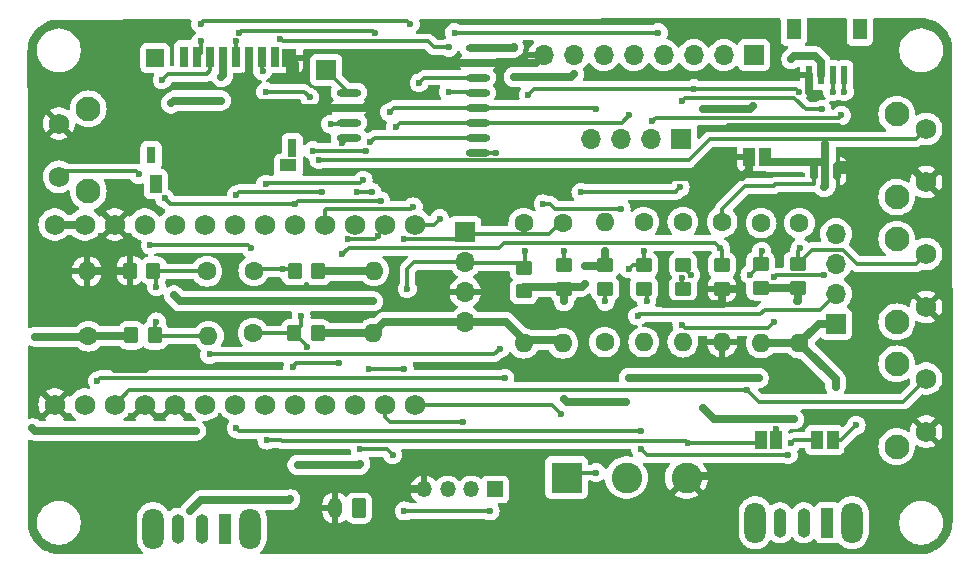
<source format=gbr>
%TF.GenerationSoftware,KiCad,Pcbnew,8.0.6-8.0.6-0~ubuntu24.04.1*%
%TF.CreationDate,2026-02-19T00:00:43-05:00*%
%TF.ProjectId,rook,726f6f6b-2e6b-4696-9361-645f70636258,rev?*%
%TF.SameCoordinates,Original*%
%TF.FileFunction,Copper,L1,Top*%
%TF.FilePolarity,Positive*%
%FSLAX46Y46*%
G04 Gerber Fmt 4.6, Leading zero omitted, Abs format (unit mm)*
G04 Created by KiCad (PCBNEW 8.0.6-8.0.6-0~ubuntu24.04.1) date 2026-02-19 00:00:43*
%MOMM*%
%LPD*%
G01*
G04 APERTURE LIST*
G04 Aperture macros list*
%AMRoundRect*
0 Rectangle with rounded corners*
0 $1 Rounding radius*
0 $2 $3 $4 $5 $6 $7 $8 $9 X,Y pos of 4 corners*
0 Add a 4 corners polygon primitive as box body*
4,1,4,$2,$3,$4,$5,$6,$7,$8,$9,$2,$3,0*
0 Add four circle primitives for the rounded corners*
1,1,$1+$1,$2,$3*
1,1,$1+$1,$4,$5*
1,1,$1+$1,$6,$7*
1,1,$1+$1,$8,$9*
0 Add four rect primitives between the rounded corners*
20,1,$1+$1,$2,$3,$4,$5,0*
20,1,$1+$1,$4,$5,$6,$7,0*
20,1,$1+$1,$6,$7,$8,$9,0*
20,1,$1+$1,$8,$9,$2,$3,0*%
G04 Aperture macros list end*
%TA.AperFunction,SMDPad,CuDef*%
%ADD10R,0.500000X1.550000*%
%TD*%
%TA.AperFunction,SMDPad,CuDef*%
%ADD11R,1.200000X1.800000*%
%TD*%
%TA.AperFunction,ComponentPad*%
%ADD12O,1.200000X1.750000*%
%TD*%
%TA.AperFunction,ComponentPad*%
%ADD13RoundRect,0.250000X0.350000X0.625000X-0.350000X0.625000X-0.350000X-0.625000X0.350000X-0.625000X0*%
%TD*%
%TA.AperFunction,ComponentPad*%
%ADD14R,1.700000X1.700000*%
%TD*%
%TA.AperFunction,ComponentPad*%
%ADD15O,1.700000X1.700000*%
%TD*%
%TA.AperFunction,SMDPad,CuDef*%
%ADD16R,1.000000X1.500000*%
%TD*%
%TA.AperFunction,ComponentPad*%
%ADD17C,1.752600*%
%TD*%
%TA.AperFunction,ComponentPad*%
%ADD18O,1.600000X1.600000*%
%TD*%
%TA.AperFunction,ComponentPad*%
%ADD19C,1.600000*%
%TD*%
%TA.AperFunction,ComponentPad*%
%ADD20C,2.100000*%
%TD*%
%TA.AperFunction,ComponentPad*%
%ADD21C,1.750000*%
%TD*%
%TA.AperFunction,SMDPad,CuDef*%
%ADD22RoundRect,0.250000X-0.350000X-0.450000X0.350000X-0.450000X0.350000X0.450000X-0.350000X0.450000X0*%
%TD*%
%TA.AperFunction,SMDPad,CuDef*%
%ADD23RoundRect,0.250000X0.450000X-0.350000X0.450000X0.350000X-0.450000X0.350000X-0.450000X-0.350000X0*%
%TD*%
%TA.AperFunction,SMDPad,CuDef*%
%ADD24RoundRect,0.250000X-0.450000X0.350000X-0.450000X-0.350000X0.450000X-0.350000X0.450000X0.350000X0*%
%TD*%
%TA.AperFunction,SMDPad,CuDef*%
%ADD25RoundRect,0.250000X0.350000X0.450000X-0.350000X0.450000X-0.350000X-0.450000X0.350000X-0.450000X0*%
%TD*%
%TA.AperFunction,SMDPad,CuDef*%
%ADD26RoundRect,0.150000X0.150000X-0.587500X0.150000X0.587500X-0.150000X0.587500X-0.150000X-0.587500X0*%
%TD*%
%TA.AperFunction,ComponentPad*%
%ADD27O,1.800000X3.500000*%
%TD*%
%TA.AperFunction,ComponentPad*%
%ADD28R,1.100000X2.500000*%
%TD*%
%TA.AperFunction,ComponentPad*%
%ADD29O,1.100000X2.500000*%
%TD*%
%TA.AperFunction,SMDPad,CuDef*%
%ADD30R,0.700000X1.750000*%
%TD*%
%TA.AperFunction,SMDPad,CuDef*%
%ADD31R,1.300000X1.500000*%
%TD*%
%TA.AperFunction,SMDPad,CuDef*%
%ADD32R,0.800000X1.500000*%
%TD*%
%TA.AperFunction,SMDPad,CuDef*%
%ADD33R,0.800000X1.400000*%
%TD*%
%TA.AperFunction,SMDPad,CuDef*%
%ADD34R,1.500000X1.500000*%
%TD*%
%TA.AperFunction,SMDPad,CuDef*%
%ADD35R,1.000000X1.550000*%
%TD*%
%TA.AperFunction,SMDPad,CuDef*%
%ADD36R,1.450000X1.000000*%
%TD*%
%TA.AperFunction,ComponentPad*%
%ADD37O,1.350000X1.350000*%
%TD*%
%TA.AperFunction,ComponentPad*%
%ADD38R,1.350000X1.350000*%
%TD*%
%TA.AperFunction,SMDPad,CuDef*%
%ADD39RoundRect,0.300000X0.750000X0.000010X-0.750000X0.000010X-0.750000X-0.000010X0.750000X-0.000010X0*%
%TD*%
%TA.AperFunction,ComponentPad*%
%ADD40R,2.600000X2.600000*%
%TD*%
%TA.AperFunction,ComponentPad*%
%ADD41C,2.600000*%
%TD*%
%TA.AperFunction,ViaPad*%
%ADD42C,0.600000*%
%TD*%
%TA.AperFunction,Conductor*%
%ADD43C,0.700000*%
%TD*%
%TA.AperFunction,Conductor*%
%ADD44C,0.300000*%
%TD*%
G04 APERTURE END LIST*
D10*
%TO.P,J6,1,Pin_1*%
%TO.N,SCL*%
X66500000Y-2114000D03*
%TO.P,J6,2,Pin_2*%
%TO.N,SDA*%
X65500000Y-2114000D03*
%TO.P,J6,3,Pin_3*%
%TO.N,3V3*%
X64500000Y-2114000D03*
%TO.P,J6,4,Pin_4*%
%TO.N,GND*%
X63500000Y-2114000D03*
D11*
%TO.P,J6,MT1*%
%TO.N,N/C*%
X67800000Y1786000D03*
%TO.P,J6,MT2*%
X62200000Y1786000D03*
%TD*%
D12*
%TO.P,J1,2,Pin_2*%
%TO.N,GND*%
X23400000Y-38750000D03*
D13*
%TO.P,J1,1,Pin_1*%
%TO.N,V_EXT*%
X25400000Y-38750000D03*
%TD*%
D14*
%TO.P,U5,1,BL*%
%TO.N,Backlight*%
X58840000Y-400000D03*
D15*
%TO.P,U5,2,CS*%
%TO.N,P0_8*%
X56300000Y-400000D03*
%TO.P,U5,3,DC*%
%TO.N,P0_6*%
X53760000Y-400000D03*
%TO.P,U5,4,RST*%
%TO.N,MESH_RST*%
X51220000Y-400000D03*
%TO.P,U5,5,MOSI*%
%TO.N,MOSI*%
X48680000Y-400000D03*
%TO.P,U5,6,SCK*%
%TO.N,SCK*%
X46140000Y-400000D03*
%TO.P,U5,7,VCC*%
%TO.N,3V3*%
X43600000Y-400000D03*
%TO.P,U5,8,GND*%
%TO.N,GND*%
X41060000Y-400000D03*
%TD*%
D16*
%TO.P,JP2,1,A*%
%TO.N,Net-(J2-Pin_2)*%
X65500000Y-33000000D03*
%TO.P,JP2,2,B*%
%TO.N,GPS_RX*%
X64200000Y-33000000D03*
%TD*%
D17*
%TO.P,U2,26,GND*%
%TO.N,GND*%
X-360000Y-29990000D03*
%TO.P,U2,25,BAT*%
%TO.N,BAT*%
X-360000Y-14750000D03*
%TO.P,U2,24,BAT*%
X2180000Y-14750000D03*
%TO.P,U2,23,GND*%
%TO.N,GND*%
X4720000Y-14750000D03*
%TO.P,U2,22,RST*%
%TO.N,MESH_RST*%
X7260000Y-14750000D03*
%TO.P,U2,21,VCC*%
%TO.N,3V3*%
X9800000Y-14750000D03*
%TO.P,U2,20,AIN7/P0.31*%
%TO.N,MESH_BATT_MEASURE*%
X12340000Y-14750000D03*
%TO.P,U2,19,AIN5/P0.29*%
%TO.N,BUSY*%
X14880000Y-14750000D03*
%TO.P,U2,18,AIN0/P0.02*%
%TO.N,MISO*%
X17420000Y-14750000D03*
%TO.P,U2,17,P1.15*%
%TO.N,MOSI*%
X19960000Y-14750000D03*
%TO.P,U2,16,P1.13*%
%TO.N,LORA_CS*%
X22500000Y-14750000D03*
%TO.P,U2,15,P1.11*%
%TO.N,SCK*%
X25040000Y-14750000D03*
%TO.P,U2,14,NFC2/P0.10*%
%TO.N,DIO1*%
X27580000Y-14750000D03*
%TO.P,U2,13,NFC1/P0.09*%
%TO.N,LORA_RST*%
X30120000Y-14750000D03*
%TO.P,U2,12,P1.06*%
%TO.N,P1_06*%
X30120000Y-29990000D03*
%TO.P,U2,11,P1.04*%
%TO.N,SDA*%
X27580000Y-29990000D03*
%TO.P,U2,10,P0.11*%
%TO.N,SCL*%
X25040000Y-29990000D03*
%TO.P,U2,9,P1.00*%
%TO.N,BUTTON_A*%
X22500000Y-29990000D03*
%TO.P,U2,8,P0.24*%
%TO.N,GPS_EN*%
X19960000Y-29990000D03*
%TO.P,U2,7,P0.22*%
%TO.N,GPS_TX*%
X17420000Y-29990000D03*
%TO.P,U2,6,P0.20*%
%TO.N,GPS_RX*%
X14880000Y-29990000D03*
%TO.P,U2,5,P0.17*%
%TO.N,RF_SW*%
X12340000Y-29990000D03*
%TO.P,U2,4,GND*%
%TO.N,GND*%
X9800000Y-29990000D03*
%TO.P,U2,3,GND*%
X7260000Y-29990000D03*
%TO.P,U2,2,RX1/P0.08*%
%TO.N,P0_8*%
X4720000Y-29990000D03*
%TO.P,U2,1,TX0/P0.06*%
%TO.N,P0_6*%
X2180000Y-29990000D03*
%TD*%
D18*
%TO.P,R10,2*%
%TO.N,3V3*%
X46200000Y-14545000D03*
D19*
%TO.P,R10,1*%
%TO.N,P1_06*%
X46200000Y-24705000D03*
%TD*%
D20*
%TO.P,B3,*%
%TO.N,*%
X70935000Y-26537500D03*
X70935000Y-33547500D03*
D21*
%TO.P,B3,1,1*%
%TO.N,P0_8*%
X73425000Y-27787500D03*
%TO.P,B3,2,2*%
%TO.N,GND*%
X73425000Y-32287500D03*
%TD*%
D22*
%TO.P,R5,1*%
%TO.N,BAT*%
X6130000Y-24128570D03*
%TO.P,R5,2*%
%TO.N,MESH_BATT_MEASURE*%
X8130000Y-24128570D03*
%TD*%
D20*
%TO.P,B1,*%
%TO.N,*%
X70935000Y-5412500D03*
X70935000Y-12422500D03*
D21*
%TO.P,B1,1,1*%
%TO.N,BUTTON_A*%
X73425000Y-6662500D03*
%TO.P,B1,2,2*%
%TO.N,GND*%
X73425000Y-11162500D03*
%TD*%
D16*
%TO.P,JP1,1,A*%
%TO.N,Net-(J2-Pin_3)*%
X60750000Y-33000000D03*
%TO.P,JP1,2,B*%
%TO.N,GPS_TX*%
X59450000Y-33000000D03*
%TD*%
D23*
%TO.P,R9,1*%
%TO.N,P1_06*%
X46242860Y-20175000D03*
%TO.P,R9,2*%
%TO.N,3V3*%
X46242860Y-18175000D03*
%TD*%
D18*
%TO.P,R13,2*%
%TO.N,GND*%
X56142860Y-24705000D03*
D19*
%TO.P,R13,1*%
%TO.N,GPS_EN*%
X56142860Y-14545000D03*
%TD*%
D24*
%TO.P,R15,1*%
%TO.N,Net-(J2-Pin_2)*%
X49542860Y-18175000D03*
%TO.P,R15,2*%
%TO.N,GPS_RX*%
X49542860Y-20175000D03*
%TD*%
D22*
%TO.P,R20,1*%
%TO.N,BUTTON_A*%
X19900000Y-23950000D03*
%TO.P,R20,2*%
%TO.N,3V3*%
X21900000Y-23950000D03*
%TD*%
D25*
%TO.P,R6,1*%
%TO.N,MESH_BATT_MEASURE*%
X8000000Y-18650000D03*
%TO.P,R6,2*%
%TO.N,GND*%
X6000000Y-18650000D03*
%TD*%
D26*
%TO.P,Q2,1,G*%
%TO.N,GPS_EN*%
X63950000Y-10200000D03*
%TO.P,Q2,2,S*%
%TO.N,GND*%
X65850000Y-10200000D03*
%TO.P,Q2,3,D*%
%TO.N,GPS_GND*%
X64900000Y-8325000D03*
%TD*%
D20*
%TO.P,B2,*%
%TO.N,*%
X70935000Y-15975000D03*
X70935000Y-22985000D03*
D21*
%TO.P,B2,1,1*%
%TO.N,P0_6*%
X73425000Y-17225000D03*
%TO.P,B2,2,2*%
%TO.N,GND*%
X73425000Y-21725000D03*
%TD*%
D23*
%TO.P,R16,1*%
%TO.N,GND*%
X56142860Y-20175000D03*
%TO.P,R16,2*%
%TO.N,GPS_EN*%
X56142860Y-18175000D03*
%TD*%
D18*
%TO.P,R21,2*%
%TO.N,3V3*%
X62700000Y-24790000D03*
D19*
%TO.P,R21,1*%
%TO.N,P0_6*%
X62700000Y-14630000D03*
%TD*%
D27*
%TO.P,TFT_BL1,*%
%TO.N,*%
X58950000Y-40000000D03*
X67150000Y-40000000D03*
D28*
%TO.P,TFT_BL1,1,Pin_1*%
%TO.N,3V3*%
X65050000Y-40000000D03*
D29*
%TO.P,TFT_BL1,2,Pin_2*%
%TO.N,Backlight*%
X63050000Y-40000000D03*
%TO.P,TFT_BL1,3,Pin_3*%
%TO.N,unconnected-(TFT_BL1-Pin_3-Pad3)*%
X61050000Y-40000000D03*
%TD*%
D14*
%TO.P,J11,4,Pin_4*%
%TO.N,SDA*%
X34400000Y-15380000D03*
D15*
%TO.P,J11,3,Pin_3*%
%TO.N,SCL*%
X34400000Y-17920000D03*
%TO.P,J11,2,Pin_2*%
%TO.N,GND*%
X34400000Y-20460000D03*
%TO.P,J11,1,Pin_1*%
%TO.N,3V3*%
X34400000Y-23000000D03*
%TD*%
D19*
%TO.P,R1,1*%
%TO.N,MESH_BATT_MEASURE*%
X12530000Y-18707145D03*
D18*
%TO.P,R1,2*%
%TO.N,GND*%
X2370000Y-18707145D03*
%TD*%
D30*
%TO.P,J10,1,DAT2*%
%TO.N,unconnected-(J10-DAT2-Pad1)*%
X10600000Y-525000D03*
%TO.P,J10,2,DAT3/CD*%
%TO.N,P1_06*%
X11700000Y-525000D03*
%TO.P,J10,3,CMD*%
%TO.N,MOSI*%
X12800000Y-525000D03*
%TO.P,J10,4,VDD*%
%TO.N,3V3*%
X13900000Y-525000D03*
%TO.P,J10,5,CLK*%
%TO.N,SCK*%
X15000000Y-525000D03*
%TO.P,J10,6,VSS*%
%TO.N,GND*%
X16100000Y-525000D03*
%TO.P,J10,7,DAT0*%
%TO.N,MISO*%
X17200000Y-525000D03*
%TO.P,J10,8,DAT1*%
%TO.N,unconnected-(J10-DAT1-Pad8)*%
X18300000Y-525000D03*
D31*
%TO.P,J10,9,SHIELD*%
%TO.N,GND*%
X19500000Y-650000D03*
D32*
%TO.P,J10,10*%
%TO.N,N/C*%
X19750000Y-8250000D03*
D33*
%TO.P,J10,11*%
X7800000Y-8900000D03*
D34*
%TO.P,J10,12*%
X8150000Y-650000D03*
D35*
%TO.P,J10,A*%
X8200000Y-11325000D03*
D36*
%TO.P,J10,B*%
X19425000Y-9750000D03*
%TD*%
D23*
%TO.P,R18,1*%
%TO.N,Net-(J2-Pin_3)*%
X52842860Y-20175000D03*
%TO.P,R18,2*%
%TO.N,GPS_TX*%
X52842860Y-18175000D03*
%TD*%
D18*
%TO.P,R23,2*%
%TO.N,3V3*%
X59450000Y-24780000D03*
D19*
%TO.P,R23,1*%
%TO.N,P0_8*%
X59450000Y-14620000D03*
%TD*%
D24*
%TO.P,R8,1*%
%TO.N,SDA*%
X42750000Y-18200000D03*
%TO.P,R8,2*%
%TO.N,3V3*%
X42750000Y-20200000D03*
%TD*%
D14*
%TO.P,J3,4,Pin_4*%
%TO.N,SDA*%
X52700000Y-7525000D03*
D15*
%TO.P,J3,3,Pin_3*%
%TO.N,SCL*%
X50160000Y-7525000D03*
%TO.P,J3,2,Pin_2*%
%TO.N,GND*%
X47620000Y-7525000D03*
%TO.P,J3,1,Pin_1*%
%TO.N,3V3*%
X45080000Y-7525000D03*
%TD*%
D18*
%TO.P,R3,2*%
%TO.N,3V3*%
X39350000Y-24800000D03*
D19*
%TO.P,R3,1*%
%TO.N,SCL*%
X39350000Y-14640000D03*
%TD*%
D24*
%TO.P,R7,1*%
%TO.N,SCL*%
X39350000Y-18400000D03*
%TO.P,R7,2*%
%TO.N,3V3*%
X39350000Y-20400000D03*
%TD*%
D19*
%TO.P,R2,1*%
%TO.N,BAT*%
X2500000Y-24200000D03*
D18*
%TO.P,R2,2*%
%TO.N,MESH_BATT_MEASURE*%
X12660000Y-24200000D03*
%TD*%
D37*
%TO.P,U4,1,GND*%
%TO.N,GND*%
X30925000Y-37175000D03*
%TO.P,U4,2,VCC*%
%TO.N,3V3*%
X32925000Y-37175000D03*
%TO.P,U4,3,SDA*%
%TO.N,SDA*%
X34925000Y-37175000D03*
D38*
%TO.P,U4,4,SCL*%
%TO.N,SCL*%
X36925000Y-37175000D03*
%TD*%
D24*
%TO.P,R22,1*%
%TO.N,P0_6*%
X62550000Y-18090000D03*
%TO.P,R22,2*%
%TO.N,3V3*%
X62550000Y-20090000D03*
%TD*%
D18*
%TO.P,R11,2*%
%TO.N,GPS_TX*%
X52828570Y-24705000D03*
D19*
%TO.P,R11,1*%
%TO.N,Net-(J2-Pin_3)*%
X52828570Y-14545000D03*
%TD*%
D24*
%TO.P,R24,1*%
%TO.N,P0_8*%
X59400000Y-18080000D03*
%TO.P,R24,2*%
%TO.N,3V3*%
X59400000Y-20080000D03*
%TD*%
D19*
%TO.P,R19,1*%
%TO.N,BUTTON_A*%
X16440000Y-23950000D03*
D18*
%TO.P,R19,2*%
%TO.N,3V3*%
X26600000Y-23950000D03*
%TD*%
D29*
%TO.P,J8,3,Pin_3*%
%TO.N,unconnected-(J8-Pin_3-Pad3)*%
X10075000Y-40500000D03*
%TO.P,J8,2,Pin_2*%
%TO.N,V_EXT*%
X12075000Y-40500000D03*
D28*
%TO.P,J8,1,Pin_1*%
%TO.N,BAT*%
X14075000Y-40500000D03*
D27*
%TO.P,J8,*%
%TO.N,*%
X16175000Y-40500000D03*
X7975000Y-40500000D03*
%TD*%
D39*
%TO.P,U1,1,RF_SW1*%
%TO.N,RF_SW*%
X35450000Y-8650000D03*
%TO.P,U1,2,MISO*%
%TO.N,MISO*%
X35450000Y-7380000D03*
%TO.P,U1,3,MOSI*%
%TO.N,MOSI*%
X35450000Y-6110000D03*
%TO.P,U1,4,SCK*%
%TO.N,SCK*%
X35450000Y-4840000D03*
%TO.P,U1,5,RST*%
%TO.N,LORA_RST*%
X35450000Y-3570000D03*
%TO.P,U1,6,NSS*%
%TO.N,LORA_CS*%
X35450000Y-2300000D03*
%TO.P,U1,7,GND1*%
%TO.N,GND*%
X35450000Y-1030000D03*
%TO.P,U1,8,VCC*%
%TO.N,3V3*%
X35450000Y240000D03*
%TO.P,U1,9,ANT*%
%TO.N,ANT*%
X24550000Y-3570000D03*
%TO.P,U1,10,GND2*%
%TO.N,GND*%
X24550000Y-4840000D03*
%TO.P,U1,11,BUSY*%
%TO.N,BUSY*%
X24550000Y-6110000D03*
%TO.P,U1,12,DIO1*%
%TO.N,DIO1*%
X24550000Y-7380000D03*
%TD*%
D40*
%TO.P,J7,1,Pin_1*%
%TO.N,P1_06*%
X42975000Y-36175000D03*
D41*
%TO.P,J7,2,Pin_2*%
%TO.N,3V3*%
X48055000Y-36175000D03*
%TO.P,J7,3,Pin_3*%
%TO.N,GND*%
X53135000Y-36175000D03*
%TD*%
D20*
%TO.P,RESET1,*%
%TO.N,*%
X2490000Y-11950000D03*
X2490000Y-4940000D03*
D21*
%TO.P,RESET1,1,1*%
%TO.N,MESH_RST*%
X0Y-10700000D03*
%TO.P,RESET1,2,2*%
%TO.N,GND*%
X0Y-6200000D03*
%TD*%
D14*
%TO.P,J4,1,Pin_1*%
%TO.N,ANT*%
X22640000Y-1670000D03*
%TD*%
D18*
%TO.P,R12,2*%
%TO.N,GPS_RX*%
X49514285Y-24705000D03*
D19*
%TO.P,R12,1*%
%TO.N,Net-(J2-Pin_2)*%
X49514285Y-14545000D03*
%TD*%
D18*
%TO.P,R14,2*%
%TO.N,3V3*%
X26660000Y-18650000D03*
D19*
%TO.P,R14,1*%
%TO.N,MESH_RST*%
X16500000Y-18650000D03*
%TD*%
D22*
%TO.P,R17,1*%
%TO.N,MESH_RST*%
X19960000Y-18700000D03*
%TO.P,R17,2*%
%TO.N,3V3*%
X21960000Y-18700000D03*
%TD*%
D18*
%TO.P,R4,2*%
%TO.N,3V3*%
X42664285Y-24800000D03*
D19*
%TO.P,R4,1*%
%TO.N,SDA*%
X42664285Y-14640000D03*
%TD*%
D16*
%TO.P,JP3,1,A*%
%TO.N,GND*%
X58450000Y-9000000D03*
%TO.P,JP3,2,B*%
%TO.N,GPS_GND*%
X59750000Y-9000000D03*
%TD*%
D14*
%TO.P,J2,1,Pin_1*%
%TO.N,3V3*%
X65800000Y-23162500D03*
D15*
%TO.P,J2,2,Pin_2*%
%TO.N,Net-(J2-Pin_2)*%
X65800000Y-20622500D03*
%TO.P,J2,3,Pin_3*%
%TO.N,Net-(J2-Pin_3)*%
X65800000Y-18082500D03*
%TO.P,J2,4,Pin_4*%
%TO.N,GPS_GND*%
X65800000Y-15542500D03*
%TD*%
D42*
%TO.N,V_EXT*%
X20200000Y-35100000D03*
X19600000Y-38000000D03*
X11100000Y-39000000D03*
%TO.N,GPS_TX*%
X17600000Y-33000000D03*
%TO.N,BAT*%
X11600000Y-32200000D03*
X-2250000Y-32000000D03*
%TO.N,SDA*%
X52600000Y-11600000D03*
%TO.N,SCL*%
X47600000Y-13400000D03*
%TO.N,SDA*%
X44200000Y-12000000D03*
%TO.N,SCL*%
X41000000Y-13000000D03*
%TO.N,GPS_GND*%
X64800000Y-11600000D03*
%TO.N,GND*%
X5600000Y-8800000D03*
%TO.N,GPS_EN*%
X19800000Y-26800000D03*
%TO.N,SCL*%
X29500000Y-20200000D03*
%TO.N,GND*%
X57400000Y-20200000D03*
%TO.N,3V3*%
X38500000Y-2250000D03*
X43600000Y-2000000D03*
X38500000Y250000D03*
%TO.N,Net-(J2-Pin_2)*%
X67500000Y-31750000D03*
%TO.N,GPS_TX*%
X53501103Y-18999596D03*
%TO.N,GPS_RX*%
X49750000Y-21250000D03*
%TO.N,P1_06*%
X46250000Y-21250000D03*
%TO.N,Net-(J2-Pin_2)*%
X49500000Y-17000000D03*
%TO.N,LORA_RST*%
X33000000Y-3500000D03*
X32250000Y-14250000D03*
%TO.N,BUTTON_A*%
X21000000Y-25100000D03*
%TO.N,GND*%
X4750000Y-18650000D03*
%TO.N,MESH_BATT_MEASURE*%
X8250000Y-20000000D03*
X8250000Y-23000000D03*
%TO.N,3V3*%
X9750000Y-20750000D03*
X26600000Y-21250000D03*
%TO.N,SCL*%
X29250000Y-27000000D03*
X26250000Y-27000000D03*
%TO.N,SDA*%
X29250000Y-16000000D03*
%TO.N,3V3*%
X42750000Y-21250000D03*
%TO.N,SCL*%
X28250000Y-34250000D03*
X29250000Y-39000000D03*
X36500000Y-39000000D03*
X25500000Y-33750000D03*
%TO.N,SDA*%
X34250000Y-31500000D03*
%TO.N,P1_06*%
X42500000Y-30750000D03*
%TO.N,3V3*%
X44500000Y-18250000D03*
X44500000Y-19750000D03*
%TO.N,SCL*%
X39500000Y-17000000D03*
%TO.N,SDA*%
X42750000Y-17000000D03*
%TO.N,DIO1*%
X24494191Y-16013448D03*
X27000000Y-15750000D03*
X24000000Y-7850000D03*
%TO.N,MISO*%
X21250000Y-3990000D03*
X17250000Y-1750000D03*
X17500000Y-3500000D03*
X21500000Y-8500000D03*
X26000000Y-8500000D03*
X26350000Y-7750000D03*
X17500000Y-11350000D03*
X25750000Y-11000000D03*
%TO.N,LORA_CS*%
X30000000Y-13250000D03*
X30500000Y-2750000D03*
%TO.N,GND*%
X26300000Y-1250000D03*
X26250000Y-4500000D03*
%TO.N,BUSY*%
X15000000Y-12250000D03*
%TO.N,MOSI*%
X8750000Y-2500000D03*
X8950000Y-12533012D03*
%TO.N,BUSY*%
X22250000Y-12000000D03*
X23000000Y-6250000D03*
%TO.N,SCK*%
X15000000Y750000D03*
X26750000Y1500000D03*
X15250000Y1500000D03*
%TO.N,MESH_RST*%
X33000000Y250000D03*
X33500000Y1500000D03*
X18750000Y1000000D03*
%TO.N,P1_06*%
X12000000Y750000D03*
X12000000Y2250000D03*
X29750000Y2250000D03*
%TO.N,Net-(J2-Pin_2)*%
X49000000Y-22500000D03*
X48250000Y-18500000D03*
%TO.N,Net-(J2-Pin_3)*%
X52750000Y-23250000D03*
X60500000Y-19230000D03*
X64750000Y-19000000D03*
X60500000Y-23000000D03*
X60750000Y-32100000D03*
X52750000Y-19275000D03*
%TO.N,GPS_RX*%
X49250000Y-33750000D03*
X62000000Y-33250000D03*
X61750000Y-34250000D03*
%TO.N,GPS_TX*%
X53250000Y-33250000D03*
%TO.N,GPS_RX*%
X15000000Y-32000000D03*
X49250000Y-32250000D03*
%TO.N,3V3*%
X59250000Y-27750000D03*
X48250000Y-27750000D03*
%TO.N,RF_SW*%
X37000000Y-8650000D03*
X12750000Y-25750000D03*
X37350000Y-25250000D03*
%TO.N,GPS_EN*%
X24000000Y-17250000D03*
X23750000Y-26500000D03*
X56000000Y-16750000D03*
%TO.N,3V3*%
X62500000Y-21250000D03*
%TO.N,P1_06*%
X45500000Y-35750000D03*
%TO.N,GND*%
X51000000Y-21250000D03*
X51000000Y-10750000D03*
%TO.N,SDA*%
X52750000Y-4250000D03*
%TO.N,P0_6*%
X62650000Y-3500000D03*
%TO.N,SDA*%
X64600000Y-5000000D03*
X65500000Y-3500000D03*
%TO.N,SCL*%
X66250000Y-5500000D03*
X66500000Y-3500000D03*
X50250000Y-6000000D03*
%TO.N,Backlight*%
X54500000Y-30250000D03*
X62250000Y-31250000D03*
X54500000Y-5000000D03*
X58750000Y-4750000D03*
%TO.N,SCK*%
X28000000Y-5250000D03*
X25250000Y-12000000D03*
X26500000Y-12000000D03*
X45500000Y-5000000D03*
%TO.N,MOSI*%
X27250000Y-12750000D03*
X28500000Y-6500000D03*
X20000000Y-13000000D03*
X48250000Y-5500000D03*
%TO.N,MESH_RST*%
X6750000Y-10500000D03*
X16250000Y-16750000D03*
X7750000Y-16500000D03*
X19000000Y-18500000D03*
X50750000Y1500000D03*
%TO.N,P0_8*%
X59500000Y-17000000D03*
X58500000Y-19000000D03*
X58250000Y-28750000D03*
%TO.N,P0_6*%
X37750000Y-27750000D03*
X3250000Y-28000000D03*
X39750000Y-3750000D03*
X53750000Y-3250000D03*
X62750000Y-16750000D03*
%TO.N,BUTTON_A*%
X22000000Y-9250000D03*
X20500000Y-22500000D03*
%TO.N,BAT*%
X-250000Y-24250000D03*
X-2000000Y-24250000D03*
%TO.N,V_EXT*%
X25500000Y-35000000D03*
%TO.N,3V3*%
X42750000Y-29500000D03*
X48000000Y-29750000D03*
X62000000Y-750000D03*
X61250000Y-20080000D03*
X65750000Y-28500000D03*
X46250000Y-17000000D03*
X13750000Y-2250000D03*
X9500000Y-4500000D03*
X13750000Y-4250000D03*
%TO.N,GND*%
X16250000Y-4500000D03*
X16000000Y-2000000D03*
X20000000Y-2250000D03*
X20000000Y-4500000D03*
X36500000Y-34250000D03*
X39750000Y-34250000D03*
X39750000Y-41500000D03*
X66000000Y-6500000D03*
X63500000Y-3500000D03*
X56750000Y-6500000D03*
X63500000Y-6500000D03*
X56750000Y-10750000D03*
X47750000Y-10750000D03*
X41250000Y-10750000D03*
X56000000Y-36000000D03*
X53000000Y-41250000D03*
X0Y-8250000D03*
X7250000Y-27000000D03*
X4750000Y-27000000D03*
X9750000Y-36750000D03*
X7250000Y-36750000D03*
X23250000Y-36750000D03*
X-250000Y-36750000D03*
%TD*%
D43*
%TO.N,3V3*%
X65750000Y-28500000D02*
X65750000Y-27840000D01*
X65750000Y-27840000D02*
X62700000Y-24790000D01*
%TO.N,V_EXT*%
X11100000Y-39000000D02*
X12000000Y-38100000D01*
X12000000Y-38100000D02*
X19500000Y-38100000D01*
X19500000Y-38100000D02*
X19600000Y-38000000D01*
X25400000Y-35100000D02*
X25500000Y-35000000D01*
X20200000Y-35100000D02*
X25400000Y-35100000D01*
D44*
%TO.N,GPS_TX*%
X18800000Y-33000000D02*
X17600000Y-33000000D01*
X18900000Y-33100000D02*
X18800000Y-33000000D01*
D43*
%TO.N,BAT*%
X11600000Y-32200000D02*
X-2050000Y-32200000D01*
X-2050000Y-32200000D02*
X-2250000Y-32000000D01*
D44*
%TO.N,GPS_EN*%
X60500000Y-11500000D02*
X58100000Y-11500000D01*
X58100000Y-11500000D02*
X56142860Y-13457140D01*
X56142860Y-13457140D02*
X56142860Y-14545000D01*
%TO.N,SDA*%
X52250000Y-12000000D02*
X51800000Y-12000000D01*
X51800000Y-12000000D02*
X44200000Y-12000000D01*
X52600000Y-11600000D02*
X52200000Y-12000000D01*
X52200000Y-12000000D02*
X51800000Y-12000000D01*
%TO.N,SCL*%
X42005000Y-13395000D02*
X42000000Y-13400000D01*
X47595000Y-13395000D02*
X42005000Y-13395000D01*
X47600000Y-13400000D02*
X47595000Y-13395000D01*
X42000000Y-13400000D02*
X41600000Y-13000000D01*
X41600000Y-13000000D02*
X41000000Y-13000000D01*
D43*
%TO.N,GND*%
X65850000Y-10200000D02*
X66300000Y-9750000D01*
X66300000Y-9750000D02*
X72012500Y-9750000D01*
D44*
%TO.N,GPS_EN*%
X63950000Y-11350000D02*
X63950000Y-10200000D01*
D43*
%TO.N,GPS_GND*%
X64900000Y-8325000D02*
X64900000Y-11500000D01*
X64900000Y-11500000D02*
X64800000Y-11600000D01*
D44*
%TO.N,SDA*%
X62230761Y-4000000D02*
X53000000Y-4000000D01*
X64600000Y-5000000D02*
X63230761Y-5000000D01*
X63230761Y-5000000D02*
X62230761Y-4000000D01*
X53000000Y-4000000D02*
X52750000Y-4250000D01*
D43*
%TO.N,GPS_GND*%
X60425000Y-9475000D02*
X60225000Y-9475000D01*
X60225000Y-9475000D02*
X59750000Y-9000000D01*
%TO.N,GND*%
X58450000Y-10150000D02*
X58450000Y-9000000D01*
X5050000Y-8250000D02*
X5600000Y-8800000D01*
X0Y-8250000D02*
X5050000Y-8250000D01*
D44*
%TO.N,GPS_EN*%
X20500000Y-26500000D02*
X20100000Y-26500000D01*
X20100000Y-26500000D02*
X19800000Y-26800000D01*
X23750000Y-26500000D02*
X20500000Y-26500000D01*
%TO.N,SCL*%
X29500000Y-18500000D02*
X29500000Y-20200000D01*
D43*
%TO.N,GND*%
X57400000Y-20200000D02*
X56167860Y-20200000D01*
X56167860Y-20200000D02*
X56142860Y-20175000D01*
%TO.N,3V3*%
X38500000Y-2250000D02*
X43350000Y-2250000D01*
X35450000Y240000D02*
X38490000Y240000D01*
X38490000Y240000D02*
X38500000Y250000D01*
X43350000Y-2250000D02*
X43600000Y-2000000D01*
D44*
%TO.N,Net-(J2-Pin_2)*%
X66250000Y-33000000D02*
X67500000Y-31750000D01*
X65500000Y-33000000D02*
X66250000Y-33000000D01*
%TO.N,GPS_TX*%
X52842860Y-18341353D02*
X53501103Y-18999596D01*
X52842860Y-18175000D02*
X52842860Y-18341353D01*
%TO.N,GPS_RX*%
X49750000Y-20382140D02*
X49542860Y-20175000D01*
X49750000Y-21250000D02*
X49750000Y-20382140D01*
%TO.N,P1_06*%
X46250000Y-20182140D02*
X46242860Y-20175000D01*
X46250000Y-21250000D02*
X46250000Y-20182140D01*
%TO.N,Net-(J2-Pin_2)*%
X49500000Y-17000000D02*
X49500000Y-18132140D01*
X49500000Y-18132140D02*
X49542860Y-18175000D01*
%TO.N,ANT*%
X24550000Y-3570000D02*
X24540000Y-3570000D01*
X24540000Y-3570000D02*
X22640000Y-1670000D01*
%TO.N,LORA_RST*%
X33000000Y-3500000D02*
X35380000Y-3500000D01*
X30120000Y-14750000D02*
X31750000Y-14750000D01*
X31750000Y-14750000D02*
X32250000Y-14250000D01*
X35380000Y-3500000D02*
X35450000Y-3570000D01*
%TO.N,BUTTON_A*%
X21000000Y-25050000D02*
X19900000Y-23950000D01*
X21000000Y-25100000D02*
X21000000Y-25050000D01*
D43*
%TO.N,GND*%
X4750000Y-18650000D02*
X2427145Y-18650000D01*
X6000000Y-18650000D02*
X4750000Y-18650000D01*
D44*
%TO.N,MESH_BATT_MEASURE*%
X12660000Y-24200000D02*
X8201430Y-24200000D01*
X8201430Y-24200000D02*
X8130000Y-24128570D01*
X8250000Y-20000000D02*
X8250000Y-18900000D01*
X8130000Y-24128570D02*
X8130000Y-23120000D01*
X8130000Y-23120000D02*
X8250000Y-23000000D01*
X8250000Y-18900000D02*
X8000000Y-18650000D01*
X12530000Y-18707145D02*
X8057145Y-18707145D01*
X8057145Y-18707145D02*
X8000000Y-18650000D01*
D43*
%TO.N,3V3*%
X10250000Y-21250000D02*
X9750000Y-20750000D01*
X26600000Y-21250000D02*
X10250000Y-21250000D01*
D44*
%TO.N,SCL*%
X30080000Y-17920000D02*
X29500000Y-18500000D01*
X29250000Y-27000000D02*
X26250000Y-27000000D01*
X34400000Y-17920000D02*
X30080000Y-17920000D01*
%TO.N,SDA*%
X34400000Y-15380000D02*
X33780000Y-16000000D01*
X33780000Y-16000000D02*
X29250000Y-16000000D01*
D43*
%TO.N,3V3*%
X42750000Y-20000000D02*
X42750000Y-21250000D01*
D44*
%TO.N,SCL*%
X29250000Y-39000000D02*
X36500000Y-39000000D01*
X27750000Y-33750000D02*
X28250000Y-34250000D01*
X25500000Y-33750000D02*
X27750000Y-33750000D01*
%TO.N,SDA*%
X34250000Y-31500000D02*
X28000000Y-31500000D01*
X28000000Y-31500000D02*
X27580000Y-31080000D01*
X27580000Y-31080000D02*
X27580000Y-29990000D01*
%TO.N,P1_06*%
X42500000Y-30750000D02*
X41740000Y-29990000D01*
X41740000Y-29990000D02*
X30120000Y-29990000D01*
D43*
%TO.N,3V3*%
X44500000Y-18250000D02*
X46167860Y-18250000D01*
X42750000Y-20000000D02*
X44250000Y-20000000D01*
X44250000Y-20000000D02*
X44500000Y-19750000D01*
X46167860Y-18250000D02*
X46242860Y-18175000D01*
D44*
%TO.N,SDA*%
X34400000Y-15380000D02*
X34540000Y-15520000D01*
X34540000Y-15520000D02*
X41514285Y-15520000D01*
X41514285Y-15520000D02*
X42664285Y-14370000D01*
%TO.N,SCL*%
X39350000Y-18000000D02*
X34480000Y-18000000D01*
X34480000Y-18000000D02*
X34400000Y-17920000D01*
X39500000Y-17850000D02*
X39350000Y-18000000D01*
X39500000Y-17000000D02*
X39500000Y-17850000D01*
%TO.N,SDA*%
X42750000Y-17000000D02*
X42750000Y-18000000D01*
%TO.N,DIO1*%
X24550000Y-7380000D02*
X24470000Y-7380000D01*
X24470000Y-7380000D02*
X24000000Y-7850000D01*
X26736552Y-16013448D02*
X27000000Y-15750000D01*
X24494191Y-16013448D02*
X26736552Y-16013448D01*
%TO.N,MISO*%
X20760000Y-3500000D02*
X21250000Y-3990000D01*
X17200000Y-525000D02*
X17200000Y-1700000D01*
X17500000Y-3500000D02*
X20760000Y-3500000D01*
X17200000Y-1700000D02*
X17250000Y-1750000D01*
X21500000Y-8500000D02*
X26000000Y-8500000D01*
X17600000Y-11250000D02*
X17500000Y-11350000D01*
X25750000Y-11000000D02*
X25500000Y-11250000D01*
X25500000Y-11250000D02*
X17600000Y-11250000D01*
X26720000Y-7380000D02*
X26350000Y-7750000D01*
X35450000Y-7380000D02*
X26720000Y-7380000D01*
%TO.N,LORA_CS*%
X29850000Y-13400000D02*
X22600000Y-13400000D01*
X30000000Y-13250000D02*
X29850000Y-13400000D01*
X35450000Y-2300000D02*
X30950000Y-2300000D01*
X30950000Y-2300000D02*
X30500000Y-2750000D01*
X22600000Y-13400000D02*
X22500000Y-13500000D01*
X22500000Y-13500000D02*
X22500000Y-14750000D01*
D43*
%TO.N,GND*%
X26300000Y-1250000D02*
X26520000Y-1030000D01*
X24550000Y-4840000D02*
X25910000Y-4840000D01*
X25910000Y-4840000D02*
X26250000Y-4500000D01*
X26520000Y-1030000D02*
X35450000Y-1030000D01*
D44*
%TO.N,MOSI*%
X8950000Y-12533012D02*
X9416988Y-13000000D01*
X9416988Y-13000000D02*
X20000000Y-13000000D01*
%TO.N,BUSY*%
X15250000Y-12000000D02*
X15000000Y-12250000D01*
X16250000Y-12000000D02*
X15250000Y-12000000D01*
%TO.N,MOSI*%
X11250000Y-2000000D02*
X9250000Y-2000000D01*
X12800000Y-525000D02*
X12800000Y-1700000D01*
X12500000Y-2000000D02*
X11250000Y-2000000D01*
X9250000Y-2000000D02*
X8750000Y-2500000D01*
X12800000Y-1700000D02*
X12500000Y-2000000D01*
%TO.N,BUSY*%
X16250000Y-12000000D02*
X22250000Y-12000000D01*
X23000000Y-6250000D02*
X24410000Y-6250000D01*
X24410000Y-6250000D02*
X24550000Y-6110000D01*
%TO.N,SCK*%
X15000000Y750000D02*
X15000000Y-525000D01*
X26750000Y1500000D02*
X26600000Y1650000D01*
X15400000Y1650000D02*
X15250000Y1500000D01*
X26600000Y1650000D02*
X15400000Y1650000D01*
%TO.N,MESH_RST*%
X33000000Y250000D02*
X31750000Y250000D01*
X50750000Y1500000D02*
X33500000Y1500000D01*
X31750000Y250000D02*
X31250000Y750000D01*
X31250000Y750000D02*
X19000000Y750000D01*
X19000000Y750000D02*
X18750000Y1000000D01*
%TO.N,P1_06*%
X12232172Y2482172D02*
X12000000Y2250000D01*
X29750000Y2250000D02*
X29509266Y2490734D01*
X29509266Y2490734D02*
X16647957Y2490734D01*
X12000000Y-225000D02*
X11700000Y-525000D01*
X16647957Y2490734D02*
X12232172Y2482172D01*
X12000000Y750000D02*
X12000000Y-225000D01*
%TO.N,GPS_TX*%
X53100000Y-33100000D02*
X53250000Y-33250000D01*
X18900000Y-33100000D02*
X53100000Y-33100000D01*
%TO.N,Net-(J2-Pin_2)*%
X49000000Y-22500000D02*
X49150000Y-22350000D01*
X49542860Y-18175000D02*
X48575000Y-18175000D01*
X59350000Y-22350000D02*
X59750000Y-21950000D01*
X48575000Y-18175000D02*
X48250000Y-18500000D01*
X64472500Y-21950000D02*
X59750000Y-21950000D01*
X49150000Y-22350000D02*
X59350000Y-22350000D01*
%TO.N,Net-(J2-Pin_3)*%
X53000000Y-23500000D02*
X52750000Y-23250000D01*
X54000000Y-23500000D02*
X53000000Y-23500000D01*
X60500000Y-23000000D02*
X60000000Y-23500000D01*
X60000000Y-23500000D02*
X54000000Y-23500000D01*
%TO.N,Net-(J2-Pin_2)*%
X65800000Y-20622500D02*
X64472500Y-21950000D01*
%TO.N,Net-(J2-Pin_3)*%
X64750000Y-19000000D02*
X64710000Y-19040000D01*
X64710000Y-19040000D02*
X60690000Y-19040000D01*
X60690000Y-19040000D02*
X60500000Y-19230000D01*
X60750000Y-33000000D02*
X60750000Y-32100000D01*
X52750000Y-19275000D02*
X52750000Y-20082140D01*
X52750000Y-20082140D02*
X52842860Y-20175000D01*
%TO.N,GPS_RX*%
X49750000Y-34250000D02*
X49250000Y-33750000D01*
X61750000Y-34250000D02*
X49750000Y-34250000D01*
X62250000Y-33000000D02*
X62000000Y-33250000D01*
X64200000Y-33000000D02*
X62250000Y-33000000D01*
%TO.N,GPS_TX*%
X53250000Y-33250000D02*
X59200000Y-33250000D01*
X59200000Y-33250000D02*
X59450000Y-33000000D01*
%TO.N,GPS_RX*%
X49250000Y-32250000D02*
X15250000Y-32250000D01*
X15250000Y-32250000D02*
X15000000Y-32000000D01*
D43*
%TO.N,3V3*%
X48250000Y-27750000D02*
X59250000Y-27750000D01*
D44*
%TO.N,RF_SW*%
X37000000Y-8650000D02*
X35450000Y-8650000D01*
X36850000Y-25750000D02*
X37350000Y-25250000D01*
X12750000Y-25750000D02*
X36850000Y-25750000D01*
%TO.N,GPS_EN*%
X37717057Y-16300000D02*
X37297057Y-16720000D01*
X56000000Y-16750000D02*
X55550000Y-16300000D01*
X24530000Y-16720000D02*
X24000000Y-17250000D01*
X55550000Y-16300000D02*
X37717057Y-16300000D01*
X37297057Y-16720000D02*
X24530000Y-16720000D01*
X56142860Y-16892860D02*
X56000000Y-16750000D01*
X56142860Y-18175000D02*
X56142860Y-16892860D01*
D43*
%TO.N,3V3*%
X62550000Y-21200000D02*
X62500000Y-21250000D01*
X62550000Y-20090000D02*
X62550000Y-21200000D01*
D44*
%TO.N,P1_06*%
X45500000Y-35750000D02*
X43400000Y-35750000D01*
X43400000Y-35750000D02*
X42975000Y-36175000D01*
D43*
%TO.N,GND*%
X56250000Y-21500000D02*
X51250000Y-21500000D01*
X51250000Y-21500000D02*
X51000000Y-21250000D01*
X47750000Y-10750000D02*
X56750000Y-10750000D01*
D44*
%TO.N,GPS_EN*%
X60650000Y-11350000D02*
X60500000Y-11500000D01*
X63950000Y-11350000D02*
X60650000Y-11350000D01*
D43*
%TO.N,GPS_GND*%
X60425000Y-9475000D02*
X64900000Y-9475000D01*
D44*
%TO.N,P0_6*%
X62400000Y-3250000D02*
X62650000Y-3500000D01*
X53750000Y-3250000D02*
X62400000Y-3250000D01*
%TO.N,SDA*%
X65500000Y-2114000D02*
X65500000Y-3500000D01*
%TO.N,SCL*%
X66250000Y-5500000D02*
X66050000Y-5700000D01*
X66500000Y-2114000D02*
X66500000Y-3500000D01*
X50550000Y-5700000D02*
X50250000Y-6000000D01*
X66050000Y-5700000D02*
X50550000Y-5700000D01*
D43*
%TO.N,Backlight*%
X55500000Y-31250000D02*
X54500000Y-30250000D01*
X62250000Y-31250000D02*
X55500000Y-31250000D01*
X54500000Y-5000000D02*
X58500000Y-5000000D01*
X58500000Y-5000000D02*
X58750000Y-4750000D01*
D44*
%TO.N,SCK*%
X28410000Y-4840000D02*
X28000000Y-5250000D01*
X35450000Y-4840000D02*
X28410000Y-4840000D01*
X26500000Y-12000000D02*
X25250000Y-12000000D01*
X45500000Y-5000000D02*
X45340000Y-4840000D01*
X45340000Y-4840000D02*
X35450000Y-4840000D01*
%TO.N,MOSI*%
X28890000Y-6110000D02*
X28500000Y-6500000D01*
X35450000Y-6110000D02*
X28890000Y-6110000D01*
X27250000Y-12750000D02*
X20250000Y-12750000D01*
X20250000Y-12750000D02*
X20000000Y-13000000D01*
X48250000Y-5500000D02*
X47640000Y-6110000D01*
X47640000Y-6110000D02*
X35450000Y-6110000D01*
%TO.N,MESH_RST*%
X6750000Y-10500000D02*
X6500000Y-10250000D01*
X6500000Y-10250000D02*
X450000Y-10250000D01*
X450000Y-10250000D02*
X0Y-10700000D01*
X16000000Y-16500000D02*
X16250000Y-16750000D01*
X7750000Y-16500000D02*
X16000000Y-16500000D01*
X19000000Y-18500000D02*
X16650000Y-18500000D01*
X16650000Y-18500000D02*
X16500000Y-18650000D01*
X19760000Y-18500000D02*
X19960000Y-18700000D01*
X19000000Y-18500000D02*
X19760000Y-18500000D01*
%TO.N,P0_8*%
X58250000Y-28750000D02*
X5960000Y-28750000D01*
X5960000Y-28750000D02*
X4720000Y-29990000D01*
X59400000Y-17100000D02*
X59500000Y-17000000D01*
X59400000Y-18080000D02*
X59400000Y-17100000D01*
X71462500Y-29750000D02*
X59250000Y-29750000D01*
X73425000Y-27787500D02*
X71462500Y-29750000D01*
X59250000Y-29750000D02*
X58250000Y-28750000D01*
X58500000Y-19000000D02*
X58500000Y-18980000D01*
X58500000Y-18980000D02*
X59400000Y-18080000D01*
%TO.N,P0_6*%
X3500000Y-27750000D02*
X3250000Y-28000000D01*
X53750000Y-3250000D02*
X40250000Y-3250000D01*
X40250000Y-3250000D02*
X39750000Y-3750000D01*
X37750000Y-27750000D02*
X3500000Y-27750000D01*
X62550000Y-16950000D02*
X62750000Y-16750000D01*
X62550000Y-18090000D02*
X62550000Y-16950000D01*
X73425000Y-17225000D02*
X72550001Y-18099999D01*
X72550001Y-18099999D02*
X67599999Y-18099999D01*
X67599999Y-18099999D02*
X66382500Y-16882500D01*
X66382500Y-16882500D02*
X63757500Y-16882500D01*
X63757500Y-16882500D02*
X62550000Y-18090000D01*
%TO.N,BUTTON_A*%
X19900000Y-23950000D02*
X16440000Y-23950000D01*
X22050000Y-9300000D02*
X22000000Y-9250000D01*
X20500000Y-23350000D02*
X19900000Y-23950000D01*
X53325000Y-9300000D02*
X22050000Y-9300000D01*
X55087501Y-7537499D02*
X53325000Y-9300000D01*
X72550001Y-7537499D02*
X55087501Y-7537499D01*
X73425000Y-6662500D02*
X72550001Y-7537499D01*
X20500000Y-22500000D02*
X20500000Y-23350000D01*
D43*
%TO.N,BAT*%
X-2000000Y-24250000D02*
X-250000Y-24250000D01*
X-250000Y-24250000D02*
X2450000Y-24250000D01*
X2500000Y-24200000D02*
X6058570Y-24200000D01*
X6058570Y-24200000D02*
X6130000Y-24128570D01*
X2450000Y-24250000D02*
X2500000Y-24200000D01*
%TO.N,3V3*%
X43000000Y-29750000D02*
X42750000Y-29500000D01*
X48000000Y-29750000D02*
X43000000Y-29750000D01*
X62250000Y-500000D02*
X62000000Y-750000D01*
X59400000Y-20080000D02*
X61250000Y-20080000D01*
X64000000Y-500000D02*
X62250000Y-500000D01*
X64500000Y-2114000D02*
X64500000Y-1000000D01*
X64500000Y-1000000D02*
X64000000Y-500000D01*
X61250000Y-20080000D02*
X62540000Y-20080000D01*
X65800000Y-23162500D02*
X64327500Y-23162500D01*
X64327500Y-23162500D02*
X62700000Y-24790000D01*
X62540000Y-20080000D02*
X62550000Y-20090000D01*
X62700000Y-24790000D02*
X59460000Y-24790000D01*
X59460000Y-24790000D02*
X59450000Y-24780000D01*
X42664285Y-24530000D02*
X41000000Y-24530000D01*
X41000000Y-24530000D02*
X39350000Y-24530000D01*
X39350000Y-20000000D02*
X42750000Y-20000000D01*
X46242860Y-17007140D02*
X46250000Y-17000000D01*
X46242860Y-18175000D02*
X46242860Y-17007140D01*
X34400000Y-23000000D02*
X37820000Y-23000000D01*
X37820000Y-23000000D02*
X39350000Y-24530000D01*
X26600000Y-23950000D02*
X21900000Y-23950000D01*
X26660000Y-18650000D02*
X22010000Y-18650000D01*
X22010000Y-18650000D02*
X21960000Y-18700000D01*
X34400000Y-23000000D02*
X27550000Y-23000000D01*
X27550000Y-23000000D02*
X26600000Y-23950000D01*
X9750000Y-4250000D02*
X9500000Y-4500000D01*
X13900000Y-2100000D02*
X13750000Y-2250000D01*
X13900000Y-525000D02*
X13900000Y-2100000D01*
X13750000Y-4250000D02*
X9750000Y-4250000D01*
%TO.N,GND*%
X2427145Y-18650000D02*
X2370000Y-18707145D01*
X35450000Y-1030000D02*
X40430000Y-1030000D01*
X40430000Y-1030000D02*
X41060000Y-400000D01*
X16250000Y-4500000D02*
X20000000Y-4500000D01*
X16100000Y-525000D02*
X16100000Y-1900000D01*
X16100000Y-1900000D02*
X16000000Y-2000000D01*
X24550000Y-4840000D02*
X20340000Y-4840000D01*
X20340000Y-4840000D02*
X20000000Y-4500000D01*
X20000000Y-2250000D02*
X20000000Y-1150000D01*
X20000000Y-1150000D02*
X19500000Y-650000D01*
X39750000Y-41500000D02*
X52750000Y-41500000D01*
X36500000Y-34250000D02*
X39750000Y-34250000D01*
X72012500Y-9750000D02*
X73425000Y-11162500D01*
X63500000Y-6500000D02*
X66000000Y-6500000D01*
X56750000Y-6500000D02*
X63500000Y-6500000D01*
X63500000Y-3500000D02*
X63500000Y-2114000D01*
X56750000Y-10750000D02*
X57850000Y-10750000D01*
X57850000Y-10750000D02*
X58450000Y-10150000D01*
X41250000Y-10750000D02*
X47750000Y-10750000D01*
X56000000Y-36000000D02*
X53310000Y-36000000D01*
X53310000Y-36000000D02*
X53135000Y-36175000D01*
X52750000Y-41500000D02*
X53000000Y-41250000D01*
X4750000Y-27000000D02*
X7250000Y-27000000D01*
X7250000Y-36750000D02*
X9750000Y-36750000D01*
X9750000Y-36750000D02*
X23250000Y-36750000D01*
X-250000Y-36750000D02*
X7250000Y-36750000D01*
X23250000Y-36750000D02*
X24000000Y-36750000D01*
X24000000Y-36750000D02*
X24425000Y-37175000D01*
X24425000Y-37175000D02*
X30925000Y-37175000D01*
%TO.N,BAT*%
X-360000Y-14750000D02*
X2180000Y-14750000D01*
%TO.N,GND*%
X56142860Y-20175000D02*
X56142860Y-21392860D01*
X56142860Y-21392860D02*
X56250000Y-21500000D01*
%TD*%
%TA.AperFunction,Conductor*%
%TO.N,GND*%
G36*
X73003608Y2749296D02*
G01*
X73289697Y2733230D01*
X73303515Y2731673D01*
X73582701Y2684237D01*
X73596258Y2681143D01*
X73868385Y2602744D01*
X73881509Y2598151D01*
X74143139Y2489781D01*
X74155668Y2483748D01*
X74403522Y2346763D01*
X74415296Y2339365D01*
X74646255Y2175492D01*
X74657127Y2166822D01*
X74868286Y1978119D01*
X74878119Y1968286D01*
X75066822Y1757127D01*
X75075492Y1746255D01*
X75239365Y1515296D01*
X75246763Y1503522D01*
X75383748Y1255668D01*
X75389781Y1243140D01*
X75498152Y981508D01*
X75502745Y968383D01*
X75541145Y835094D01*
X75542289Y830840D01*
X75593507Y625968D01*
X75595457Y616665D01*
X75631673Y403515D01*
X75633230Y389697D01*
X75649305Y103450D01*
X75649500Y96497D01*
X75649500Y26505D01*
X75649525Y26099D01*
X75663650Y-39904193D01*
X75663470Y-39910914D01*
X75648086Y-40196198D01*
X75646650Y-40209473D01*
X75601215Y-40488166D01*
X75598360Y-40501210D01*
X75523219Y-40773407D01*
X75518978Y-40786070D01*
X75415003Y-41048607D01*
X75409425Y-41060738D01*
X75277826Y-41310571D01*
X75270976Y-41322033D01*
X75113272Y-41556269D01*
X75105229Y-41566928D01*
X74923254Y-41782847D01*
X74914112Y-41792579D01*
X74709975Y-41987680D01*
X74699839Y-41996373D01*
X74475902Y-42168395D01*
X74464890Y-42175947D01*
X74223766Y-42322885D01*
X74212005Y-42329210D01*
X73956465Y-42449374D01*
X73944094Y-42454397D01*
X73677124Y-42546384D01*
X73664283Y-42550048D01*
X73427533Y-42604005D01*
X73400075Y-42607105D01*
X17149428Y-42650493D01*
X17082373Y-42630860D01*
X17036577Y-42578091D01*
X17026581Y-42508941D01*
X17055556Y-42445363D01*
X17076448Y-42426174D01*
X17079687Y-42423819D01*
X17087365Y-42418242D01*
X17243242Y-42262365D01*
X17372815Y-42084022D01*
X17472895Y-41887606D01*
X17541015Y-41677951D01*
X17575500Y-41460222D01*
X17575500Y-39539778D01*
X17541015Y-39322049D01*
X17494617Y-39179249D01*
X17473033Y-39112818D01*
X17471038Y-39042976D01*
X17507119Y-38983144D01*
X17569820Y-38952316D01*
X17590964Y-38950500D01*
X19583768Y-38950500D01*
X19583769Y-38950499D01*
X19748082Y-38917816D01*
X19809311Y-38892454D01*
X19902863Y-38853704D01*
X20042162Y-38760627D01*
X20260626Y-38542162D01*
X20353703Y-38402863D01*
X20359682Y-38388428D01*
X22300000Y-38388428D01*
X22300000Y-38500000D01*
X23119670Y-38500000D01*
X23099925Y-38519745D01*
X23050556Y-38605255D01*
X23025000Y-38700630D01*
X23025000Y-38799370D01*
X23050556Y-38894745D01*
X23099925Y-38980255D01*
X23119670Y-39000000D01*
X22300000Y-39000000D01*
X22300000Y-39111571D01*
X22327085Y-39282584D01*
X22380591Y-39447257D01*
X22459195Y-39601524D01*
X22560967Y-39741602D01*
X22683397Y-39864032D01*
X22823475Y-39965804D01*
X22977744Y-40044408D01*
X23142415Y-40097914D01*
X23142414Y-40097914D01*
X23149999Y-40099115D01*
X23150000Y-40099114D01*
X23150000Y-39030330D01*
X23169745Y-39050075D01*
X23255255Y-39099444D01*
X23350630Y-39125000D01*
X23449370Y-39125000D01*
X23544745Y-39099444D01*
X23630255Y-39050075D01*
X23650000Y-39030330D01*
X23650000Y-40099115D01*
X23657584Y-40097914D01*
X23822255Y-40044408D01*
X23976524Y-39965804D01*
X24116598Y-39864035D01*
X24224199Y-39756434D01*
X24285522Y-39722949D01*
X24355214Y-39727933D01*
X24411148Y-39769804D01*
X24417420Y-39779019D01*
X24456060Y-39841666D01*
X24457288Y-39843656D01*
X24581344Y-39967712D01*
X24730666Y-40059814D01*
X24897203Y-40114999D01*
X24999991Y-40125500D01*
X25800008Y-40125499D01*
X25800016Y-40125498D01*
X25800019Y-40125498D01*
X25856302Y-40119748D01*
X25902797Y-40114999D01*
X26069334Y-40059814D01*
X26218656Y-39967712D01*
X26342712Y-39843656D01*
X26434814Y-39694334D01*
X26489999Y-39527797D01*
X26500500Y-39425009D01*
X26500500Y-38999996D01*
X28444435Y-38999996D01*
X28444435Y-39000000D01*
X28464630Y-39179249D01*
X28464631Y-39179254D01*
X28524211Y-39349523D01*
X28571647Y-39425016D01*
X28620184Y-39502262D01*
X28747738Y-39629816D01*
X28900478Y-39725789D01*
X29026266Y-39769804D01*
X29070745Y-39785368D01*
X29070750Y-39785369D01*
X29249996Y-39805565D01*
X29250000Y-39805565D01*
X29250004Y-39805565D01*
X29429249Y-39785369D01*
X29429251Y-39785368D01*
X29429255Y-39785368D01*
X29429258Y-39785366D01*
X29429262Y-39785366D01*
X29554331Y-39741602D01*
X29599522Y-39725789D01*
X29689096Y-39669505D01*
X29755068Y-39650500D01*
X35994932Y-39650500D01*
X36060904Y-39669506D01*
X36150477Y-39725789D01*
X36150481Y-39725790D01*
X36320737Y-39785366D01*
X36320743Y-39785367D01*
X36320745Y-39785368D01*
X36320746Y-39785368D01*
X36320750Y-39785369D01*
X36499996Y-39805565D01*
X36500000Y-39805565D01*
X36500004Y-39805565D01*
X36679249Y-39785369D01*
X36679252Y-39785368D01*
X36679255Y-39785368D01*
X36849522Y-39725789D01*
X37002262Y-39629816D01*
X37129816Y-39502262D01*
X37225789Y-39349522D01*
X37285368Y-39179255D01*
X37289508Y-39142517D01*
X37301083Y-39039778D01*
X57549500Y-39039778D01*
X57549500Y-40960221D01*
X57583985Y-41177952D01*
X57652103Y-41387603D01*
X57652104Y-41387606D01*
X57712219Y-41505586D01*
X57740870Y-41561816D01*
X57752187Y-41584025D01*
X57881752Y-41762358D01*
X57881756Y-41762363D01*
X58037636Y-41918243D01*
X58037641Y-41918247D01*
X58157854Y-42005586D01*
X58215978Y-42047815D01*
X58337119Y-42109540D01*
X58412393Y-42147895D01*
X58412396Y-42147896D01*
X58473259Y-42167671D01*
X58622049Y-42216015D01*
X58839778Y-42250500D01*
X58839779Y-42250500D01*
X59060221Y-42250500D01*
X59060222Y-42250500D01*
X59277951Y-42216015D01*
X59487606Y-42147895D01*
X59684022Y-42047815D01*
X59862365Y-41918242D01*
X60018242Y-41762365D01*
X60147815Y-41584022D01*
X60171789Y-41536970D01*
X60219760Y-41486177D01*
X60287581Y-41469381D01*
X60353716Y-41491917D01*
X60369953Y-41505586D01*
X60380342Y-41515975D01*
X60380345Y-41515977D01*
X60552402Y-41630941D01*
X60743580Y-41710130D01*
X60914315Y-41744091D01*
X60946530Y-41750499D01*
X60946534Y-41750500D01*
X60946535Y-41750500D01*
X61153466Y-41750500D01*
X61153467Y-41750499D01*
X61356420Y-41710130D01*
X61547598Y-41630941D01*
X61719655Y-41515977D01*
X61865977Y-41369655D01*
X61946898Y-41248546D01*
X62000509Y-41203742D01*
X62069834Y-41195035D01*
X62132862Y-41225189D01*
X62153100Y-41248545D01*
X62194545Y-41310571D01*
X62234024Y-41369657D01*
X62380342Y-41515975D01*
X62380345Y-41515977D01*
X62552402Y-41630941D01*
X62743580Y-41710130D01*
X62914315Y-41744091D01*
X62946530Y-41750499D01*
X62946534Y-41750500D01*
X62946535Y-41750500D01*
X63153466Y-41750500D01*
X63153467Y-41750499D01*
X63356420Y-41710130D01*
X63547598Y-41630941D01*
X63719655Y-41515977D01*
X63834768Y-41400863D01*
X63896089Y-41367380D01*
X63965781Y-41372364D01*
X64021715Y-41414235D01*
X64038630Y-41445214D01*
X64056201Y-41492326D01*
X64056206Y-41492335D01*
X64142452Y-41607544D01*
X64142455Y-41607547D01*
X64257664Y-41693793D01*
X64257671Y-41693797D01*
X64392517Y-41744091D01*
X64392516Y-41744091D01*
X64399444Y-41744835D01*
X64452127Y-41750500D01*
X65647872Y-41750499D01*
X65707483Y-41744091D01*
X65842331Y-41693796D01*
X65864448Y-41677238D01*
X65929909Y-41652821D01*
X65998182Y-41667671D01*
X66039075Y-41703617D01*
X66081758Y-41762365D01*
X66081760Y-41762367D01*
X66237636Y-41918243D01*
X66237641Y-41918247D01*
X66357854Y-42005586D01*
X66415978Y-42047815D01*
X66537119Y-42109540D01*
X66612393Y-42147895D01*
X66612396Y-42147896D01*
X66673259Y-42167671D01*
X66822049Y-42216015D01*
X67039778Y-42250500D01*
X67039779Y-42250500D01*
X67260221Y-42250500D01*
X67260222Y-42250500D01*
X67477951Y-42216015D01*
X67687606Y-42147895D01*
X67884022Y-42047815D01*
X68062365Y-41918242D01*
X68218242Y-41762365D01*
X68347815Y-41584022D01*
X68447895Y-41387606D01*
X68516015Y-41177951D01*
X68550500Y-40960222D01*
X68550500Y-39878711D01*
X71149500Y-39878711D01*
X71149500Y-40121288D01*
X71181161Y-40361785D01*
X71243947Y-40596104D01*
X71320059Y-40779853D01*
X71336776Y-40820212D01*
X71458064Y-41030289D01*
X71458066Y-41030292D01*
X71458067Y-41030293D01*
X71605733Y-41222736D01*
X71605739Y-41222743D01*
X71777256Y-41394260D01*
X71777262Y-41394265D01*
X71969711Y-41541936D01*
X72179788Y-41663224D01*
X72403900Y-41756054D01*
X72638211Y-41818838D01*
X72818586Y-41842584D01*
X72878711Y-41850500D01*
X72878712Y-41850500D01*
X73121289Y-41850500D01*
X73169388Y-41844167D01*
X73361789Y-41818838D01*
X73596100Y-41756054D01*
X73820212Y-41663224D01*
X74030289Y-41541936D01*
X74222738Y-41394265D01*
X74394265Y-41222738D01*
X74541936Y-41030289D01*
X74663224Y-40820212D01*
X74756054Y-40596100D01*
X74818838Y-40361789D01*
X74850500Y-40121288D01*
X74850500Y-39878712D01*
X74818838Y-39638211D01*
X74756054Y-39403900D01*
X74663224Y-39179788D01*
X74541936Y-38969711D01*
X74428630Y-38822047D01*
X74394266Y-38777263D01*
X74394260Y-38777256D01*
X74222743Y-38605739D01*
X74222736Y-38605733D01*
X74030293Y-38458067D01*
X74030292Y-38458066D01*
X74030289Y-38458064D01*
X73832506Y-38343874D01*
X73820214Y-38336777D01*
X73820205Y-38336773D01*
X73596104Y-38243947D01*
X73361785Y-38181161D01*
X73121289Y-38149500D01*
X73121288Y-38149500D01*
X72878712Y-38149500D01*
X72878711Y-38149500D01*
X72638214Y-38181161D01*
X72403895Y-38243947D01*
X72179794Y-38336773D01*
X72179785Y-38336777D01*
X72042606Y-38415978D01*
X71970103Y-38457838D01*
X71969706Y-38458067D01*
X71777263Y-38605733D01*
X71777256Y-38605739D01*
X71605739Y-38777256D01*
X71605733Y-38777263D01*
X71458067Y-38969706D01*
X71458064Y-38969710D01*
X71458064Y-38969711D01*
X71449802Y-38984022D01*
X71336777Y-39179785D01*
X71336773Y-39179794D01*
X71243947Y-39403895D01*
X71181161Y-39638214D01*
X71149500Y-39878711D01*
X68550500Y-39878711D01*
X68550500Y-39039778D01*
X68516015Y-38822049D01*
X68460269Y-38650478D01*
X68447896Y-38612396D01*
X68447895Y-38612393D01*
X68394532Y-38507664D01*
X68347815Y-38415978D01*
X68301408Y-38352104D01*
X68218247Y-38237641D01*
X68218243Y-38237636D01*
X68062363Y-38081756D01*
X68062358Y-38081752D01*
X67884025Y-37952187D01*
X67884024Y-37952186D01*
X67884022Y-37952185D01*
X67813455Y-37916229D01*
X67687606Y-37852104D01*
X67687603Y-37852103D01*
X67477952Y-37783985D01*
X67316395Y-37758397D01*
X67260222Y-37749500D01*
X67039778Y-37749500D01*
X66983605Y-37758397D01*
X66822047Y-37783985D01*
X66612396Y-37852103D01*
X66612393Y-37852104D01*
X66415974Y-37952187D01*
X66237641Y-38081752D01*
X66237636Y-38081756D01*
X66081760Y-38237632D01*
X66081753Y-38237641D01*
X66039076Y-38296380D01*
X65983746Y-38339046D01*
X65914133Y-38345024D01*
X65864448Y-38322760D01*
X65842335Y-38306206D01*
X65842328Y-38306202D01*
X65707482Y-38255908D01*
X65707483Y-38255908D01*
X65647883Y-38249501D01*
X65647881Y-38249500D01*
X65647873Y-38249500D01*
X65647864Y-38249500D01*
X64452129Y-38249500D01*
X64452123Y-38249501D01*
X64392516Y-38255908D01*
X64257671Y-38306202D01*
X64257664Y-38306206D01*
X64142455Y-38392452D01*
X64142452Y-38392455D01*
X64056206Y-38507664D01*
X64056202Y-38507671D01*
X64038630Y-38554786D01*
X63996759Y-38610720D01*
X63931294Y-38635137D01*
X63863021Y-38620285D01*
X63834767Y-38599134D01*
X63719657Y-38484024D01*
X63617812Y-38415974D01*
X63547598Y-38369059D01*
X63506665Y-38352104D01*
X63356420Y-38289870D01*
X63356412Y-38289868D01*
X63153469Y-38249500D01*
X63153465Y-38249500D01*
X62946535Y-38249500D01*
X62946530Y-38249500D01*
X62743587Y-38289868D01*
X62743579Y-38289870D01*
X62552403Y-38369058D01*
X62380342Y-38484024D01*
X62234025Y-38630341D01*
X62234019Y-38630349D01*
X62153102Y-38751451D01*
X62099490Y-38796257D01*
X62030165Y-38804964D01*
X61967138Y-38774810D01*
X61946898Y-38751451D01*
X61865980Y-38630349D01*
X61865974Y-38630341D01*
X61719657Y-38484024D01*
X61617812Y-38415974D01*
X61547598Y-38369059D01*
X61506665Y-38352104D01*
X61356420Y-38289870D01*
X61356412Y-38289868D01*
X61153469Y-38249500D01*
X61153465Y-38249500D01*
X60946535Y-38249500D01*
X60946530Y-38249500D01*
X60743587Y-38289868D01*
X60743579Y-38289870D01*
X60552402Y-38369058D01*
X60380345Y-38484022D01*
X60369951Y-38494416D01*
X60308627Y-38527899D01*
X60238935Y-38522912D01*
X60183003Y-38481039D01*
X60171789Y-38463028D01*
X60147814Y-38415976D01*
X60018247Y-38237641D01*
X60018243Y-38237636D01*
X59862363Y-38081756D01*
X59862358Y-38081752D01*
X59684025Y-37952187D01*
X59684024Y-37952186D01*
X59684022Y-37952185D01*
X59613455Y-37916229D01*
X59487606Y-37852104D01*
X59487603Y-37852103D01*
X59277952Y-37783985D01*
X59116395Y-37758397D01*
X59060222Y-37749500D01*
X58839778Y-37749500D01*
X58783605Y-37758397D01*
X58622047Y-37783985D01*
X58412396Y-37852103D01*
X58412393Y-37852104D01*
X58215974Y-37952187D01*
X58037641Y-38081752D01*
X58037636Y-38081756D01*
X57881756Y-38237636D01*
X57881752Y-38237641D01*
X57752187Y-38415974D01*
X57652104Y-38612393D01*
X57652103Y-38612396D01*
X57583985Y-38822047D01*
X57549500Y-39039778D01*
X37301083Y-39039778D01*
X37305565Y-39000000D01*
X37305565Y-38999996D01*
X37285369Y-38820750D01*
X37285368Y-38820745D01*
X37279846Y-38804964D01*
X37225789Y-38650478D01*
X37206817Y-38620285D01*
X37156667Y-38540471D01*
X37137667Y-38473234D01*
X37158035Y-38406399D01*
X37211302Y-38361185D01*
X37261661Y-38350499D01*
X37647871Y-38350499D01*
X37647872Y-38350499D01*
X37707483Y-38344091D01*
X37842331Y-38293796D01*
X37957546Y-38207546D01*
X38043796Y-38092331D01*
X38094091Y-37957483D01*
X38100500Y-37897873D01*
X38100499Y-36452128D01*
X38094091Y-36392517D01*
X38089426Y-36380010D01*
X38043797Y-36257671D01*
X38043793Y-36257664D01*
X37957547Y-36142455D01*
X37957544Y-36142452D01*
X37842335Y-36056206D01*
X37842328Y-36056202D01*
X37707482Y-36005908D01*
X37707483Y-36005908D01*
X37647883Y-35999501D01*
X37647881Y-35999500D01*
X37647873Y-35999500D01*
X37647864Y-35999500D01*
X36202129Y-35999500D01*
X36202123Y-35999501D01*
X36142516Y-36005908D01*
X36007671Y-36056202D01*
X36007664Y-36056206D01*
X35892455Y-36142452D01*
X35830214Y-36225594D01*
X35774279Y-36267465D01*
X35704588Y-36272448D01*
X35647411Y-36242920D01*
X35636434Y-36232913D01*
X35636429Y-36232910D01*
X35451213Y-36118229D01*
X35451207Y-36118226D01*
X35366113Y-36085260D01*
X35248069Y-36039530D01*
X35033926Y-35999500D01*
X34816074Y-35999500D01*
X34601931Y-36039530D01*
X34558896Y-36056202D01*
X34398792Y-36118226D01*
X34398786Y-36118229D01*
X34213576Y-36232906D01*
X34213566Y-36232913D01*
X34052573Y-36379676D01*
X34023953Y-36417576D01*
X33967844Y-36459211D01*
X33898132Y-36463902D01*
X33836950Y-36430159D01*
X33826047Y-36417576D01*
X33797426Y-36379676D01*
X33636433Y-36232913D01*
X33636423Y-36232906D01*
X33451213Y-36118229D01*
X33451207Y-36118226D01*
X33366113Y-36085260D01*
X33248069Y-36039530D01*
X33033926Y-35999500D01*
X32816074Y-35999500D01*
X32601931Y-36039530D01*
X32558896Y-36056202D01*
X32398792Y-36118226D01*
X32398786Y-36118229D01*
X32213576Y-36232906D01*
X32213566Y-36232913D01*
X32052574Y-36379676D01*
X32023640Y-36417991D01*
X31967530Y-36459627D01*
X31897818Y-36464318D01*
X31836637Y-36430576D01*
X31825731Y-36417990D01*
X31797051Y-36380011D01*
X31797050Y-36380010D01*
X31636131Y-36233314D01*
X31450987Y-36118677D01*
X31450985Y-36118676D01*
X31247931Y-36040013D01*
X31247921Y-36040010D01*
X31175001Y-36026378D01*
X31175000Y-36026379D01*
X31175000Y-36859314D01*
X31170606Y-36854920D01*
X31079394Y-36802259D01*
X30977661Y-36775000D01*
X30872339Y-36775000D01*
X30770606Y-36802259D01*
X30679394Y-36854920D01*
X30675000Y-36859314D01*
X30675000Y-36026379D01*
X30674998Y-36026378D01*
X30602078Y-36040010D01*
X30602068Y-36040013D01*
X30399014Y-36118676D01*
X30399012Y-36118677D01*
X30213869Y-36233314D01*
X30213868Y-36233314D01*
X30052945Y-36380014D01*
X29921715Y-36553791D01*
X29824651Y-36748719D01*
X29774494Y-36924999D01*
X29774495Y-36925000D01*
X30609314Y-36925000D01*
X30604920Y-36929394D01*
X30552259Y-37020606D01*
X30525000Y-37122339D01*
X30525000Y-37227661D01*
X30552259Y-37329394D01*
X30604920Y-37420606D01*
X30609314Y-37425000D01*
X29774495Y-37425000D01*
X29824651Y-37601280D01*
X29921715Y-37796208D01*
X30052945Y-37969985D01*
X30213868Y-38116685D01*
X30213873Y-38116688D01*
X30219339Y-38120073D01*
X30265975Y-38172100D01*
X30277079Y-38241082D01*
X30249126Y-38305116D01*
X30190992Y-38343873D01*
X30154062Y-38349500D01*
X29755068Y-38349500D01*
X29689096Y-38330494D01*
X29599522Y-38274210D01*
X29599518Y-38274209D01*
X29429262Y-38214633D01*
X29429249Y-38214630D01*
X29250004Y-38194435D01*
X29249996Y-38194435D01*
X29070750Y-38214630D01*
X29070745Y-38214631D01*
X28900476Y-38274211D01*
X28747737Y-38370184D01*
X28620184Y-38497737D01*
X28524211Y-38650476D01*
X28464631Y-38820745D01*
X28464630Y-38820750D01*
X28444435Y-38999996D01*
X26500500Y-38999996D01*
X26500499Y-38074992D01*
X26489999Y-37972203D01*
X26434814Y-37805666D01*
X26342712Y-37656344D01*
X26218656Y-37532288D01*
X26069334Y-37440186D01*
X25902797Y-37385001D01*
X25902795Y-37385000D01*
X25800010Y-37374500D01*
X24999998Y-37374500D01*
X24999980Y-37374501D01*
X24897203Y-37385000D01*
X24897200Y-37385001D01*
X24730668Y-37440185D01*
X24730663Y-37440187D01*
X24581342Y-37532289D01*
X24457289Y-37656342D01*
X24417420Y-37720981D01*
X24365472Y-37767705D01*
X24296509Y-37778928D01*
X24232427Y-37751084D01*
X24224200Y-37743565D01*
X24116602Y-37635967D01*
X23976524Y-37534195D01*
X23822257Y-37455591D01*
X23657589Y-37402087D01*
X23657581Y-37402085D01*
X23650000Y-37400884D01*
X23650000Y-38469670D01*
X23630255Y-38449925D01*
X23544745Y-38400556D01*
X23449370Y-38375000D01*
X23350630Y-38375000D01*
X23255255Y-38400556D01*
X23169745Y-38449925D01*
X23150000Y-38469670D01*
X23150000Y-37400884D01*
X23149999Y-37400884D01*
X23142418Y-37402085D01*
X23142410Y-37402087D01*
X22977742Y-37455591D01*
X22823475Y-37534195D01*
X22683397Y-37635967D01*
X22560967Y-37758397D01*
X22459195Y-37898475D01*
X22380591Y-38052742D01*
X22327085Y-38217415D01*
X22300000Y-38388428D01*
X20359682Y-38388428D01*
X20417815Y-38248082D01*
X20418638Y-38243947D01*
X20443277Y-38120073D01*
X20450499Y-38083767D01*
X20450499Y-37916234D01*
X20438466Y-37855737D01*
X20417817Y-37751926D01*
X20417814Y-37751917D01*
X20412321Y-37738655D01*
X20353703Y-37597137D01*
X20353701Y-37597135D01*
X20353701Y-37597133D01*
X20260626Y-37457838D01*
X20260623Y-37457834D01*
X20142165Y-37339376D01*
X20142161Y-37339373D01*
X20002866Y-37246298D01*
X20002863Y-37246297D01*
X19848082Y-37182185D01*
X19848073Y-37182182D01*
X19683770Y-37149501D01*
X19683766Y-37149501D01*
X19516233Y-37149501D01*
X19516228Y-37149501D01*
X19351925Y-37182182D01*
X19351916Y-37182185D01*
X19212192Y-37240061D01*
X19164740Y-37249500D01*
X11916228Y-37249500D01*
X11751925Y-37282182D01*
X11751913Y-37282185D01*
X11715735Y-37297171D01*
X11597143Y-37346292D01*
X11597137Y-37346295D01*
X11597137Y-37346296D01*
X11515442Y-37400884D01*
X11457831Y-37439379D01*
X11457830Y-37439380D01*
X10439375Y-38457834D01*
X10439372Y-38457838D01*
X10346298Y-38597132D01*
X10314157Y-38674727D01*
X10270315Y-38729130D01*
X10204021Y-38751194D01*
X10184574Y-38749631D01*
X10184529Y-38750097D01*
X10178467Y-38749500D01*
X10178465Y-38749500D01*
X9971535Y-38749500D01*
X9971530Y-38749500D01*
X9768587Y-38789868D01*
X9768579Y-38789870D01*
X9577402Y-38869058D01*
X9405345Y-38984022D01*
X9394951Y-38994416D01*
X9333627Y-39027899D01*
X9263935Y-39022912D01*
X9208003Y-38981039D01*
X9196789Y-38963028D01*
X9172814Y-38915976D01*
X9043247Y-38737641D01*
X9043243Y-38737636D01*
X8887363Y-38581756D01*
X8887358Y-38581752D01*
X8709025Y-38452187D01*
X8709024Y-38452186D01*
X8709022Y-38452185D01*
X8612235Y-38402869D01*
X8512606Y-38352104D01*
X8512603Y-38352103D01*
X8302952Y-38283985D01*
X8194086Y-38266742D01*
X8085222Y-38249500D01*
X7864778Y-38249500D01*
X7792201Y-38260995D01*
X7647047Y-38283985D01*
X7437396Y-38352103D01*
X7437393Y-38352104D01*
X7240974Y-38452187D01*
X7062641Y-38581752D01*
X7062636Y-38581756D01*
X6906756Y-38737636D01*
X6906752Y-38737641D01*
X6777187Y-38915974D01*
X6677104Y-39112393D01*
X6677103Y-39112396D01*
X6608985Y-39322047D01*
X6589154Y-39447257D01*
X6574500Y-39539778D01*
X6574500Y-41460222D01*
X6583331Y-41515976D01*
X6608985Y-41677952D01*
X6677103Y-41887603D01*
X6677104Y-41887606D01*
X6732525Y-41996373D01*
X6758736Y-42047815D01*
X6777187Y-42084025D01*
X6906752Y-42262358D01*
X6906756Y-42262363D01*
X7062638Y-42418245D01*
X7084314Y-42433993D01*
X7126981Y-42489322D01*
X7132961Y-42558936D01*
X7100355Y-42620731D01*
X7039517Y-42655089D01*
X7011526Y-42658312D01*
X95831Y-42663646D01*
X89059Y-42663466D01*
X-196195Y-42648085D01*
X-209471Y-42646649D01*
X-488167Y-42601214D01*
X-501211Y-42598359D01*
X-773403Y-42523220D01*
X-786065Y-42518979D01*
X-1048606Y-42415005D01*
X-1060738Y-42409427D01*
X-1310570Y-42277827D01*
X-1322032Y-42270977D01*
X-1556270Y-42113274D01*
X-1566929Y-42105231D01*
X-1782848Y-41923257D01*
X-1792580Y-41914115D01*
X-1987681Y-41709977D01*
X-1996374Y-41699841D01*
X-2168396Y-41475904D01*
X-2175948Y-41464892D01*
X-2322888Y-41223765D01*
X-2329213Y-41212004D01*
X-2449373Y-40956470D01*
X-2454396Y-40944098D01*
X-2546384Y-40677123D01*
X-2550048Y-40664283D01*
X-2604043Y-40427367D01*
X-2607143Y-40399987D01*
X-2607874Y-39878712D01*
X-1850500Y-39878712D01*
X-1850500Y-40121288D01*
X-1818838Y-40361789D01*
X-1756054Y-40596100D01*
X-1663224Y-40820212D01*
X-1541936Y-41030289D01*
X-1394265Y-41222738D01*
X-1222738Y-41394265D01*
X-1030289Y-41541936D01*
X-820212Y-41663224D01*
X-596100Y-41756054D01*
X-361789Y-41818838D01*
X-169388Y-41844167D01*
X-121289Y-41850500D01*
X-121288Y-41850500D01*
X121289Y-41850500D01*
X169388Y-41844167D01*
X361789Y-41818838D01*
X596100Y-41756054D01*
X820212Y-41663224D01*
X1030289Y-41541936D01*
X1222738Y-41394265D01*
X1394265Y-41222738D01*
X1541936Y-41030289D01*
X1663224Y-40820212D01*
X1756054Y-40596100D01*
X1818838Y-40361789D01*
X1850500Y-40121288D01*
X1850500Y-39878712D01*
X1818838Y-39638211D01*
X1756054Y-39403900D01*
X1663224Y-39179788D01*
X1541936Y-38969711D01*
X1428630Y-38822047D01*
X1394266Y-38777263D01*
X1394260Y-38777256D01*
X1222743Y-38605739D01*
X1222736Y-38605733D01*
X1030293Y-38458067D01*
X1030292Y-38458066D01*
X1030289Y-38458064D01*
X832506Y-38343874D01*
X820214Y-38336777D01*
X820205Y-38336773D01*
X596104Y-38243947D01*
X361785Y-38181161D01*
X121289Y-38149500D01*
X121288Y-38149500D01*
X-121288Y-38149500D01*
X-121289Y-38149500D01*
X-361785Y-38181161D01*
X-596104Y-38243947D01*
X-820205Y-38336773D01*
X-820214Y-38336777D01*
X-832506Y-38343874D01*
X-1030289Y-38458064D01*
X-1030292Y-38458066D01*
X-1030293Y-38458067D01*
X-1222736Y-38605733D01*
X-1222743Y-38605739D01*
X-1394260Y-38777256D01*
X-1394266Y-38777263D01*
X-1428630Y-38822047D01*
X-1541936Y-38969711D01*
X-1663224Y-39179788D01*
X-1756054Y-39403900D01*
X-1818838Y-39638211D01*
X-1850500Y-39878712D01*
X-2607874Y-39878712D01*
X-2617416Y-33071296D01*
X-2597825Y-33004229D01*
X-2545086Y-32958400D01*
X-2475941Y-32948360D01*
X-2445973Y-32956557D01*
X-2376418Y-32985368D01*
X-2298082Y-33017816D01*
X-2133769Y-33050499D01*
X-2133768Y-33050500D01*
X-2133767Y-33050500D01*
X11683768Y-33050500D01*
X11683769Y-33050499D01*
X11848082Y-33017816D01*
X12002863Y-32953703D01*
X12142162Y-32860626D01*
X12260626Y-32742162D01*
X12353703Y-32602863D01*
X12417816Y-32448082D01*
X12450500Y-32283767D01*
X12450500Y-32116233D01*
X12417816Y-31951918D01*
X12368227Y-31832201D01*
X12353704Y-31797139D01*
X12350604Y-31792500D01*
X12320695Y-31747737D01*
X12260626Y-31657837D01*
X12181270Y-31578481D01*
X12147785Y-31517158D01*
X12152769Y-31447466D01*
X12194641Y-31391533D01*
X12260105Y-31367116D01*
X12268951Y-31366800D01*
X12454085Y-31366800D01*
X12679143Y-31329245D01*
X12894950Y-31255158D01*
X13095619Y-31146561D01*
X13275677Y-31006417D01*
X13430213Y-30838547D01*
X13506191Y-30722252D01*
X13559337Y-30676896D01*
X13628568Y-30667472D01*
X13691904Y-30696973D01*
X13713809Y-30722253D01*
X13789787Y-30838548D01*
X13944319Y-31006413D01*
X13944323Y-31006417D01*
X14124381Y-31146561D01*
X14325050Y-31255158D01*
X14351353Y-31264188D01*
X14408368Y-31304573D01*
X14434499Y-31369372D01*
X14421448Y-31438012D01*
X14398773Y-31469149D01*
X14370183Y-31497739D01*
X14274211Y-31650476D01*
X14214631Y-31820745D01*
X14214630Y-31820750D01*
X14194435Y-31999996D01*
X14194435Y-32000003D01*
X14214630Y-32179249D01*
X14214631Y-32179254D01*
X14274211Y-32349523D01*
X14338883Y-32452447D01*
X14370184Y-32502262D01*
X14497738Y-32629816D01*
X14650478Y-32725789D01*
X14820745Y-32785368D01*
X14862512Y-32790073D01*
X14917519Y-32810192D01*
X14931786Y-32819725D01*
X14941868Y-32826462D01*
X14941871Y-32826464D01*
X14941873Y-32826465D01*
X15060256Y-32875501D01*
X15060260Y-32875501D01*
X15060261Y-32875502D01*
X15185928Y-32900500D01*
X15185931Y-32900500D01*
X16672411Y-32900500D01*
X16739450Y-32920185D01*
X16785205Y-32972989D01*
X16795631Y-33010617D01*
X16814630Y-33179249D01*
X16814631Y-33179254D01*
X16874211Y-33349523D01*
X16919775Y-33422037D01*
X16970184Y-33502262D01*
X17097738Y-33629816D01*
X17171979Y-33676465D01*
X17250019Y-33725501D01*
X17250478Y-33725789D01*
X17389686Y-33774500D01*
X17420745Y-33785368D01*
X17420750Y-33785369D01*
X17599996Y-33805565D01*
X17600000Y-33805565D01*
X17600004Y-33805565D01*
X17779249Y-33785369D01*
X17779251Y-33785368D01*
X17779255Y-33785368D01*
X17779258Y-33785366D01*
X17779262Y-33785366D01*
X17872269Y-33752821D01*
X17949522Y-33725789D01*
X18039096Y-33669505D01*
X18105068Y-33650500D01*
X18515398Y-33650500D01*
X18582437Y-33670185D01*
X18584290Y-33671399D01*
X18591864Y-33676460D01*
X18591872Y-33676464D01*
X18591873Y-33676465D01*
X18710256Y-33725501D01*
X18710260Y-33725501D01*
X18710261Y-33725502D01*
X18835928Y-33750500D01*
X18835931Y-33750500D01*
X24583678Y-33750500D01*
X24650717Y-33770185D01*
X24696472Y-33822989D01*
X24706898Y-33860617D01*
X24714630Y-33929249D01*
X24768970Y-34084546D01*
X24772531Y-34154325D01*
X24737802Y-34214952D01*
X24675808Y-34247179D01*
X24651928Y-34249500D01*
X20116228Y-34249500D01*
X19951925Y-34282182D01*
X19951917Y-34282184D01*
X19797139Y-34346295D01*
X19657837Y-34439373D01*
X19539373Y-34557837D01*
X19446295Y-34697139D01*
X19382184Y-34851917D01*
X19382182Y-34851925D01*
X19349500Y-35016228D01*
X19349500Y-35183771D01*
X19382182Y-35348074D01*
X19382184Y-35348082D01*
X19446295Y-35502860D01*
X19539373Y-35642162D01*
X19657837Y-35760626D01*
X19750494Y-35822537D01*
X19797137Y-35853703D01*
X19951918Y-35917816D01*
X20116228Y-35950499D01*
X20116232Y-35950500D01*
X20116233Y-35950500D01*
X25483768Y-35950500D01*
X25483769Y-35950499D01*
X25648082Y-35917816D01*
X25726418Y-35885368D01*
X25802863Y-35853704D01*
X25942162Y-35760627D01*
X26160626Y-35542162D01*
X26253703Y-35402863D01*
X26317815Y-35248082D01*
X26317884Y-35247738D01*
X26346714Y-35102794D01*
X26350499Y-35083767D01*
X26350499Y-34916234D01*
X26337706Y-34851917D01*
X26317817Y-34751926D01*
X26317814Y-34751917D01*
X26253703Y-34597137D01*
X26253700Y-34597132D01*
X26251199Y-34593388D01*
X26230323Y-34526710D01*
X26248809Y-34459330D01*
X26300789Y-34412642D01*
X26354303Y-34400500D01*
X27366588Y-34400500D01*
X27433627Y-34420185D01*
X27479382Y-34472989D01*
X27483624Y-34483531D01*
X27495495Y-34517455D01*
X27524210Y-34599521D01*
X27585548Y-34697139D01*
X27620184Y-34752262D01*
X27747738Y-34879816D01*
X27805689Y-34916229D01*
X27896021Y-34972989D01*
X27900478Y-34975789D01*
X28038857Y-35024210D01*
X28070745Y-35035368D01*
X28070750Y-35035369D01*
X28249996Y-35055565D01*
X28250000Y-35055565D01*
X28250004Y-35055565D01*
X28429249Y-35035369D01*
X28429252Y-35035368D01*
X28429255Y-35035368D01*
X28599522Y-34975789D01*
X28752262Y-34879816D01*
X28879816Y-34752262D01*
X28975789Y-34599522D01*
X29035368Y-34429255D01*
X29037240Y-34412642D01*
X29055565Y-34250003D01*
X29055565Y-34249996D01*
X29035369Y-34070750D01*
X29035367Y-34070742D01*
X28981030Y-33915454D01*
X28977469Y-33845676D01*
X29012198Y-33785048D01*
X29074191Y-33752821D01*
X29098072Y-33750500D01*
X48333678Y-33750500D01*
X48400717Y-33770185D01*
X48446472Y-33822989D01*
X48456898Y-33860617D01*
X48464630Y-33929249D01*
X48524210Y-34099521D01*
X48608290Y-34233333D01*
X48627290Y-34300570D01*
X48606922Y-34367405D01*
X48553654Y-34412619D01*
X48484398Y-34421857D01*
X48466748Y-34417797D01*
X48456769Y-34414719D01*
X48456767Y-34414718D01*
X48189936Y-34374500D01*
X48189929Y-34374500D01*
X47920071Y-34374500D01*
X47920063Y-34374500D01*
X47653232Y-34414718D01*
X47653226Y-34414720D01*
X47395358Y-34494262D01*
X47152230Y-34611346D01*
X46929258Y-34763365D01*
X46731442Y-34946910D01*
X46563185Y-35157898D01*
X46431528Y-35385935D01*
X46380961Y-35434151D01*
X46312354Y-35447374D01*
X46247489Y-35421406D01*
X46219147Y-35389907D01*
X46187264Y-35339167D01*
X46129816Y-35247738D01*
X46002262Y-35120184D01*
X45974586Y-35102794D01*
X45849523Y-35024211D01*
X45679254Y-34964631D01*
X45679249Y-34964630D01*
X45500004Y-34944435D01*
X45499996Y-34944435D01*
X45320750Y-34964630D01*
X45320737Y-34964633D01*
X45150481Y-35024209D01*
X45150477Y-35024210D01*
X45060904Y-35080494D01*
X44994932Y-35099500D01*
X44899499Y-35099500D01*
X44832460Y-35079815D01*
X44786705Y-35027011D01*
X44775499Y-34975500D01*
X44775499Y-34827129D01*
X44775498Y-34827123D01*
X44775497Y-34827116D01*
X44769091Y-34767517D01*
X44767542Y-34763365D01*
X44718797Y-34632671D01*
X44718793Y-34632664D01*
X44632547Y-34517455D01*
X44632544Y-34517452D01*
X44517335Y-34431206D01*
X44517328Y-34431202D01*
X44382482Y-34380908D01*
X44382483Y-34380908D01*
X44322883Y-34374501D01*
X44322881Y-34374500D01*
X44322873Y-34374500D01*
X44322864Y-34374500D01*
X41627129Y-34374500D01*
X41627123Y-34374501D01*
X41567516Y-34380908D01*
X41432671Y-34431202D01*
X41432664Y-34431206D01*
X41317455Y-34517452D01*
X41317452Y-34517455D01*
X41231206Y-34632664D01*
X41231202Y-34632671D01*
X41180908Y-34767517D01*
X41176797Y-34805759D01*
X41174501Y-34827123D01*
X41174500Y-34827135D01*
X41174500Y-37522870D01*
X41174501Y-37522876D01*
X41180908Y-37582483D01*
X41231202Y-37717328D01*
X41231206Y-37717335D01*
X41317452Y-37832544D01*
X41317455Y-37832547D01*
X41432664Y-37918793D01*
X41432671Y-37918797D01*
X41567517Y-37969091D01*
X41567516Y-37969091D01*
X41574444Y-37969835D01*
X41627127Y-37975500D01*
X44322872Y-37975499D01*
X44382483Y-37969091D01*
X44517331Y-37918796D01*
X44632546Y-37832546D01*
X44718796Y-37717331D01*
X44769091Y-37582483D01*
X44775500Y-37522873D01*
X44775500Y-36524500D01*
X44795185Y-36457461D01*
X44847989Y-36411706D01*
X44899500Y-36400500D01*
X44994932Y-36400500D01*
X45060904Y-36419506D01*
X45150477Y-36475789D01*
X45150481Y-36475790D01*
X45320737Y-36535366D01*
X45320743Y-36535367D01*
X45320745Y-36535368D01*
X45320746Y-36535368D01*
X45320750Y-36535369D01*
X45499996Y-36555565D01*
X45500000Y-36555565D01*
X45500004Y-36555565D01*
X45679249Y-36535369D01*
X45679252Y-36535368D01*
X45679255Y-36535368D01*
X45849522Y-36475789D01*
X46002262Y-36379816D01*
X46055362Y-36326715D01*
X46116683Y-36293231D01*
X46186375Y-36298215D01*
X46242308Y-36340086D01*
X46266695Y-36405128D01*
X46269616Y-36444101D01*
X46329664Y-36707188D01*
X46329666Y-36707195D01*
X46416873Y-36929394D01*
X46428257Y-36958398D01*
X46563185Y-37192102D01*
X46635024Y-37282185D01*
X46731442Y-37403089D01*
X46870688Y-37532289D01*
X46929259Y-37586635D01*
X47152226Y-37738651D01*
X47395359Y-37855738D01*
X47653228Y-37935280D01*
X47653229Y-37935280D01*
X47653232Y-37935281D01*
X47920063Y-37975499D01*
X47920068Y-37975499D01*
X47920071Y-37975500D01*
X47920072Y-37975500D01*
X48189928Y-37975500D01*
X48189929Y-37975500D01*
X48189936Y-37975499D01*
X48456767Y-37935281D01*
X48456768Y-37935280D01*
X48456772Y-37935280D01*
X48714641Y-37855738D01*
X48957775Y-37738651D01*
X49180741Y-37586635D01*
X49359678Y-37420606D01*
X49378557Y-37403089D01*
X49378557Y-37403087D01*
X49378561Y-37403085D01*
X49546815Y-37192102D01*
X49681743Y-36958398D01*
X49780334Y-36707195D01*
X49840383Y-36444103D01*
X49851689Y-36293231D01*
X49860549Y-36175004D01*
X49860549Y-36174995D01*
X49840389Y-35905973D01*
X49840383Y-35905897D01*
X49780334Y-35642805D01*
X49681743Y-35391602D01*
X49546815Y-35157898D01*
X49488006Y-35084154D01*
X49461599Y-35019470D01*
X49474354Y-34950774D01*
X49522225Y-34899880D01*
X49590011Y-34882946D01*
X49609143Y-34885225D01*
X49654836Y-34894314D01*
X49685930Y-34900500D01*
X49685931Y-34900500D01*
X51591605Y-34900500D01*
X51658644Y-34920185D01*
X51704399Y-34972989D01*
X51714343Y-35042147D01*
X51688552Y-35101813D01*
X51643600Y-35158181D01*
X51508709Y-35391818D01*
X51410148Y-35642947D01*
X51410142Y-35642966D01*
X51350113Y-35905971D01*
X51350113Y-35905973D01*
X51329953Y-36174995D01*
X51329953Y-36175004D01*
X51350113Y-36444026D01*
X51350113Y-36444028D01*
X51410142Y-36707033D01*
X51410148Y-36707052D01*
X51508709Y-36958181D01*
X51508708Y-36958181D01*
X51643602Y-37191822D01*
X51697294Y-37259151D01*
X52533958Y-36422487D01*
X52558978Y-36482890D01*
X52630112Y-36589351D01*
X52720649Y-36679888D01*
X52827110Y-36751022D01*
X52887510Y-36776041D01*
X52049848Y-37613702D01*
X52232483Y-37738220D01*
X52232485Y-37738221D01*
X52475539Y-37855269D01*
X52475537Y-37855269D01*
X52733337Y-37934790D01*
X52733343Y-37934792D01*
X53000101Y-37974999D01*
X53000110Y-37975000D01*
X53269890Y-37975000D01*
X53269898Y-37974999D01*
X53536656Y-37934792D01*
X53536662Y-37934790D01*
X53794461Y-37855269D01*
X54037521Y-37738218D01*
X54220150Y-37613702D01*
X53382488Y-36776041D01*
X53442890Y-36751022D01*
X53549351Y-36679888D01*
X53639888Y-36589351D01*
X53711022Y-36482890D01*
X53736041Y-36422489D01*
X54572703Y-37259151D01*
X54572704Y-37259150D01*
X54626393Y-37191828D01*
X54626400Y-37191817D01*
X54761290Y-36958181D01*
X54859851Y-36707052D01*
X54859857Y-36707033D01*
X54919886Y-36444028D01*
X54919886Y-36444026D01*
X54940047Y-36175004D01*
X54940047Y-36174995D01*
X54919886Y-35905973D01*
X54919886Y-35905971D01*
X54859857Y-35642966D01*
X54859851Y-35642947D01*
X54761290Y-35391818D01*
X54761291Y-35391818D01*
X54626399Y-35158181D01*
X54581448Y-35101813D01*
X54555039Y-35037126D01*
X54567796Y-34968430D01*
X54615666Y-34917537D01*
X54678395Y-34900500D01*
X61244932Y-34900500D01*
X61310904Y-34919506D01*
X61400477Y-34975789D01*
X61400481Y-34975790D01*
X61570737Y-35035366D01*
X61570743Y-35035367D01*
X61570745Y-35035368D01*
X61570746Y-35035368D01*
X61570750Y-35035369D01*
X61749996Y-35055565D01*
X61750000Y-35055565D01*
X61750004Y-35055565D01*
X61929249Y-35035369D01*
X61929252Y-35035368D01*
X61929255Y-35035368D01*
X62099522Y-34975789D01*
X62252262Y-34879816D01*
X62379816Y-34752262D01*
X62475789Y-34599522D01*
X62535368Y-34429255D01*
X62537240Y-34412642D01*
X62555565Y-34250003D01*
X62555565Y-34249996D01*
X62535369Y-34070750D01*
X62535367Y-34070740D01*
X62503029Y-33978326D01*
X62499466Y-33908547D01*
X62532389Y-33849689D01*
X62576513Y-33805565D01*
X62629816Y-33752262D01*
X62637972Y-33739280D01*
X62657297Y-33708527D01*
X62709631Y-33662237D01*
X62762290Y-33650500D01*
X63075501Y-33650500D01*
X63142540Y-33670185D01*
X63188295Y-33722989D01*
X63199501Y-33774500D01*
X63199501Y-33797876D01*
X63205908Y-33857483D01*
X63256202Y-33992328D01*
X63256206Y-33992335D01*
X63342452Y-34107544D01*
X63342455Y-34107547D01*
X63457664Y-34193793D01*
X63457671Y-34193797D01*
X63592517Y-34244091D01*
X63592516Y-34244091D01*
X63599444Y-34244835D01*
X63652127Y-34250500D01*
X64747872Y-34250499D01*
X64807483Y-34244091D01*
X64807485Y-34244090D01*
X64807487Y-34244090D01*
X64815031Y-34242308D01*
X64815377Y-34243775D01*
X64876342Y-34239408D01*
X64891378Y-34243822D01*
X64892513Y-34244089D01*
X64892517Y-34244091D01*
X64952127Y-34250500D01*
X66047872Y-34250499D01*
X66107483Y-34244091D01*
X66242331Y-34193796D01*
X66357546Y-34107546D01*
X66443796Y-33992331D01*
X66494091Y-33857483D01*
X66500500Y-33797873D01*
X66500499Y-33681248D01*
X66520183Y-33614210D01*
X66555612Y-33578144D01*
X66558121Y-33576467D01*
X66558127Y-33576465D01*
X66590966Y-33554523D01*
X66601477Y-33547500D01*
X69379706Y-33547500D01*
X69398853Y-33790797D01*
X69398853Y-33790800D01*
X69398854Y-33790802D01*
X69443875Y-33978326D01*
X69455830Y-34028119D01*
X69549222Y-34253589D01*
X69676737Y-34461673D01*
X69676738Y-34461676D01*
X69688792Y-34475789D01*
X69835241Y-34647259D01*
X69957791Y-34751926D01*
X70020823Y-34805761D01*
X70020826Y-34805762D01*
X70228910Y-34933277D01*
X70454381Y-35026669D01*
X70454378Y-35026669D01*
X70454384Y-35026670D01*
X70454388Y-35026672D01*
X70691698Y-35083646D01*
X70935000Y-35102794D01*
X71178302Y-35083646D01*
X71415612Y-35026672D01*
X71641089Y-34933277D01*
X71849179Y-34805759D01*
X72034759Y-34647259D01*
X72193259Y-34461679D01*
X72320777Y-34253589D01*
X72414172Y-34028112D01*
X72471146Y-33790802D01*
X72490294Y-33547500D01*
X72490293Y-33547493D01*
X72490613Y-33543434D01*
X72515497Y-33478145D01*
X72571727Y-33436674D01*
X72641453Y-33432187D01*
X72673248Y-33444107D01*
X72870769Y-33550999D01*
X72870780Y-33551004D01*
X73086298Y-33624992D01*
X73311065Y-33662500D01*
X73538935Y-33662500D01*
X73763701Y-33624992D01*
X73979219Y-33551004D01*
X73979230Y-33550999D01*
X74179627Y-33442550D01*
X74179633Y-33442546D01*
X74205983Y-33422037D01*
X74205984Y-33422036D01*
X73550327Y-32766380D01*
X73616063Y-32748766D01*
X73728937Y-32683598D01*
X73821098Y-32591437D01*
X73886266Y-32478563D01*
X73903879Y-32412827D01*
X74558123Y-33067071D01*
X74638419Y-32944171D01*
X74729954Y-32735493D01*
X74785894Y-32514593D01*
X74785896Y-32514585D01*
X74804712Y-32287506D01*
X74804712Y-32287493D01*
X74785896Y-32060414D01*
X74785894Y-32060406D01*
X74729954Y-31839506D01*
X74638421Y-31630833D01*
X74558123Y-31507927D01*
X73903879Y-32162171D01*
X73886266Y-32096437D01*
X73821098Y-31983563D01*
X73728937Y-31891402D01*
X73616063Y-31826234D01*
X73550327Y-31808619D01*
X74205983Y-31152962D01*
X74179626Y-31132448D01*
X73979230Y-31024000D01*
X73979219Y-31023995D01*
X73763701Y-30950007D01*
X73538935Y-30912500D01*
X73311065Y-30912500D01*
X73086298Y-30950007D01*
X72870780Y-31023995D01*
X72870769Y-31024000D01*
X72670366Y-31132452D01*
X72644015Y-31152961D01*
X72644015Y-31152963D01*
X73299672Y-31808619D01*
X73233937Y-31826234D01*
X73121063Y-31891402D01*
X73028902Y-31983563D01*
X72963734Y-32096437D01*
X72946119Y-32162172D01*
X72291874Y-31507927D01*
X72211579Y-31630830D01*
X72120045Y-31839506D01*
X72064105Y-32060406D01*
X72064103Y-32060415D01*
X72052185Y-32204250D01*
X72027032Y-32269435D01*
X71970630Y-32310673D01*
X71900886Y-32314871D01*
X71853788Y-32291174D01*
X71853115Y-32292101D01*
X71849173Y-32289237D01*
X71641089Y-32161722D01*
X71415618Y-32068330D01*
X71415621Y-32068330D01*
X71294624Y-32039281D01*
X71178302Y-32011354D01*
X71178300Y-32011353D01*
X71178297Y-32011353D01*
X70935000Y-31992206D01*
X70691702Y-32011353D01*
X70691698Y-32011354D01*
X70456517Y-32067817D01*
X70454380Y-32068330D01*
X70228910Y-32161722D01*
X70020826Y-32289237D01*
X70020823Y-32289238D01*
X69835241Y-32447741D01*
X69676738Y-32633323D01*
X69676737Y-32633326D01*
X69549222Y-32841410D01*
X69455830Y-33066880D01*
X69398853Y-33304202D01*
X69379706Y-33547500D01*
X66601477Y-33547500D01*
X66664669Y-33505277D01*
X67598224Y-32571720D01*
X67659545Y-32538237D01*
X67672019Y-32536183D01*
X67679255Y-32535368D01*
X67849522Y-32475789D01*
X68002262Y-32379816D01*
X68129816Y-32252262D01*
X68225789Y-32099522D01*
X68285368Y-31929255D01*
X68287467Y-31910626D01*
X68305565Y-31750003D01*
X68305565Y-31749996D01*
X68285369Y-31570750D01*
X68285368Y-31570745D01*
X68241170Y-31444435D01*
X68225789Y-31400478D01*
X68220168Y-31391533D01*
X68180359Y-31328177D01*
X68129816Y-31247738D01*
X68002262Y-31120184D01*
X67969377Y-31099521D01*
X67849523Y-31024211D01*
X67679254Y-30964631D01*
X67679249Y-30964630D01*
X67500004Y-30944435D01*
X67499996Y-30944435D01*
X67320750Y-30964630D01*
X67320745Y-30964631D01*
X67150476Y-31024211D01*
X66997737Y-31120184D01*
X66870184Y-31247737D01*
X66774210Y-31400478D01*
X66714632Y-31570744D01*
X66714630Y-31570752D01*
X66713815Y-31577988D01*
X66686743Y-31642400D01*
X66678277Y-31651775D01*
X66479303Y-31850749D01*
X66417980Y-31884234D01*
X66348288Y-31879250D01*
X66317313Y-31862335D01*
X66242331Y-31806204D01*
X66242328Y-31806202D01*
X66107482Y-31755908D01*
X66107483Y-31755908D01*
X66047883Y-31749501D01*
X66047881Y-31749500D01*
X66047873Y-31749500D01*
X66047864Y-31749500D01*
X64952129Y-31749500D01*
X64952123Y-31749501D01*
X64892520Y-31755908D01*
X64884974Y-31757692D01*
X64884628Y-31756230D01*
X64823622Y-31760584D01*
X64808600Y-31756172D01*
X64807482Y-31755908D01*
X64747883Y-31749501D01*
X64747881Y-31749500D01*
X64747873Y-31749500D01*
X64747864Y-31749500D01*
X63652129Y-31749500D01*
X63652123Y-31749501D01*
X63592516Y-31755908D01*
X63457671Y-31806202D01*
X63457664Y-31806206D01*
X63342455Y-31892452D01*
X63342452Y-31892455D01*
X63256206Y-32007664D01*
X63256202Y-32007671D01*
X63205908Y-32142517D01*
X63199501Y-32202116D01*
X63199500Y-32202135D01*
X63199500Y-32225500D01*
X63179815Y-32292539D01*
X63127011Y-32338294D01*
X63075500Y-32349500D01*
X62185929Y-32349500D01*
X62060261Y-32374497D01*
X62060255Y-32374499D01*
X61941872Y-32423535D01*
X61936504Y-32426405D01*
X61935715Y-32424929D01*
X61876687Y-32443400D01*
X61809311Y-32424901D01*
X61762631Y-32372913D01*
X61750499Y-32319419D01*
X61750499Y-32224500D01*
X61770184Y-32157461D01*
X61822988Y-32111706D01*
X61874499Y-32100500D01*
X62333768Y-32100500D01*
X62333769Y-32100499D01*
X62498082Y-32067816D01*
X62652863Y-32003703D01*
X62792162Y-31910626D01*
X62910626Y-31792162D01*
X63003703Y-31652863D01*
X63067816Y-31498082D01*
X63100500Y-31333767D01*
X63100500Y-31166233D01*
X63067816Y-31001918D01*
X63016861Y-30878904D01*
X63003704Y-30847139D01*
X62910626Y-30707837D01*
X62814970Y-30612181D01*
X62781485Y-30550858D01*
X62786469Y-30481166D01*
X62828341Y-30425233D01*
X62893805Y-30400816D01*
X62902651Y-30400500D01*
X71526571Y-30400500D01*
X71611115Y-30383682D01*
X71652244Y-30375501D01*
X71770627Y-30326465D01*
X71780491Y-30319873D01*
X71787083Y-30315470D01*
X71847004Y-30275431D01*
X71877169Y-30255277D01*
X72973159Y-29159285D01*
X73034482Y-29125801D01*
X73081249Y-29124658D01*
X73311023Y-29163000D01*
X73538976Y-29163000D01*
X73538977Y-29163000D01*
X73763823Y-29125480D01*
X73979426Y-29051463D01*
X74179906Y-28942969D01*
X74359794Y-28802956D01*
X74514183Y-28635245D01*
X74515939Y-28632558D01*
X74533484Y-28605703D01*
X74638862Y-28444409D01*
X74730430Y-28235655D01*
X74786390Y-28014676D01*
X74787606Y-28000000D01*
X74805214Y-27787506D01*
X74805214Y-27787493D01*
X74786391Y-27560331D01*
X74786389Y-27560320D01*
X74730430Y-27339344D01*
X74638862Y-27130591D01*
X74514185Y-26939757D01*
X74452427Y-26872670D01*
X74359794Y-26772044D01*
X74359793Y-26772043D01*
X74359791Y-26772041D01*
X74359787Y-26772038D01*
X74179909Y-26632033D01*
X74179900Y-26632027D01*
X73979432Y-26523540D01*
X73979429Y-26523539D01*
X73979426Y-26523537D01*
X73979420Y-26523535D01*
X73979418Y-26523534D01*
X73763826Y-26449520D01*
X73583958Y-26419506D01*
X73538977Y-26412000D01*
X73311023Y-26412000D01*
X73266053Y-26419504D01*
X73086173Y-26449520D01*
X72870581Y-26523534D01*
X72870567Y-26523540D01*
X72672451Y-26630755D01*
X72604123Y-26645350D01*
X72538751Y-26620687D01*
X72497090Y-26564596D01*
X72489816Y-26531429D01*
X72487343Y-26500000D01*
X72471146Y-26294198D01*
X72414172Y-26056888D01*
X72406447Y-26038237D01*
X72320777Y-25831410D01*
X72193262Y-25623326D01*
X72193261Y-25623323D01*
X72148355Y-25570745D01*
X72034759Y-25437741D01*
X71895225Y-25318568D01*
X71849176Y-25279238D01*
X71849173Y-25279237D01*
X71641089Y-25151722D01*
X71415618Y-25058330D01*
X71415621Y-25058330D01*
X71285169Y-25027011D01*
X71178302Y-25001354D01*
X71178300Y-25001353D01*
X71178297Y-25001353D01*
X70935000Y-24982206D01*
X70691702Y-25001353D01*
X70691698Y-25001354D01*
X70486994Y-25050500D01*
X70454380Y-25058330D01*
X70228910Y-25151722D01*
X70020826Y-25279237D01*
X70020823Y-25279238D01*
X69835241Y-25437741D01*
X69676738Y-25623323D01*
X69676737Y-25623326D01*
X69549222Y-25831410D01*
X69455830Y-26056880D01*
X69455828Y-26056887D01*
X69455828Y-26056888D01*
X69448927Y-26085633D01*
X69398853Y-26294202D01*
X69379706Y-26537500D01*
X69398853Y-26780797D01*
X69398853Y-26780800D01*
X69398854Y-26780802D01*
X69442988Y-26964632D01*
X69455830Y-27018119D01*
X69549222Y-27243589D01*
X69676737Y-27451673D01*
X69676738Y-27451676D01*
X69676741Y-27451679D01*
X69835241Y-27637259D01*
X69967239Y-27749996D01*
X70020823Y-27795761D01*
X70020826Y-27795762D01*
X70228910Y-27923277D01*
X70312385Y-27957853D01*
X70449576Y-28014679D01*
X70454381Y-28016669D01*
X70454378Y-28016669D01*
X70454384Y-28016670D01*
X70454388Y-28016672D01*
X70691698Y-28073646D01*
X70935000Y-28092794D01*
X71178302Y-28073646D01*
X71415612Y-28016672D01*
X71641089Y-27923277D01*
X71849179Y-27795759D01*
X71849189Y-27795749D01*
X71853115Y-27792899D01*
X71853896Y-27793974D01*
X71912111Y-27767872D01*
X71981200Y-27778290D01*
X72033688Y-27824407D01*
X72052490Y-27880488D01*
X72063608Y-28014667D01*
X72063610Y-28014680D01*
X72089609Y-28117347D01*
X72086983Y-28187168D01*
X72057084Y-28235468D01*
X71229373Y-29063181D01*
X71168050Y-29096666D01*
X71141692Y-29099500D01*
X66604302Y-29099500D01*
X66537263Y-29079815D01*
X66491508Y-29027011D01*
X66481564Y-28957853D01*
X66501198Y-28906612D01*
X66501220Y-28906578D01*
X66503703Y-28902863D01*
X66567816Y-28748082D01*
X66600500Y-28583767D01*
X66600500Y-27756233D01*
X66567816Y-27591918D01*
X66503703Y-27437137D01*
X66410626Y-27297838D01*
X66292162Y-27179374D01*
X65169668Y-26056880D01*
X64038093Y-24925304D01*
X64004608Y-24863981D01*
X64002246Y-24826819D01*
X64005468Y-24790000D01*
X64002246Y-24753181D01*
X64016011Y-24684685D01*
X64038090Y-24654697D01*
X64375799Y-24316988D01*
X64437120Y-24283505D01*
X64506812Y-24288489D01*
X64562744Y-24330359D01*
X64592455Y-24370047D01*
X64707664Y-24456293D01*
X64707671Y-24456297D01*
X64842517Y-24506591D01*
X64842516Y-24506591D01*
X64849444Y-24507335D01*
X64902127Y-24513000D01*
X66697872Y-24512999D01*
X66757483Y-24506591D01*
X66892331Y-24456296D01*
X67007546Y-24370046D01*
X67093796Y-24254831D01*
X67144091Y-24119983D01*
X67150500Y-24060373D01*
X67150499Y-22985000D01*
X69379706Y-22985000D01*
X69398853Y-23228297D01*
X69398853Y-23228300D01*
X69398854Y-23228302D01*
X69452537Y-23451905D01*
X69455830Y-23465619D01*
X69549222Y-23691089D01*
X69676737Y-23899173D01*
X69676738Y-23899176D01*
X69708758Y-23936666D01*
X69835241Y-24084759D01*
X69939769Y-24174034D01*
X70020823Y-24243261D01*
X70020826Y-24243262D01*
X70228910Y-24370777D01*
X70454381Y-24464169D01*
X70454378Y-24464169D01*
X70454384Y-24464170D01*
X70454388Y-24464172D01*
X70691698Y-24521146D01*
X70935000Y-24540294D01*
X71178302Y-24521146D01*
X71415612Y-24464172D01*
X71641089Y-24370777D01*
X71849179Y-24243259D01*
X72034759Y-24084759D01*
X72193259Y-23899179D01*
X72320777Y-23691089D01*
X72414172Y-23465612D01*
X72471146Y-23228302D01*
X72490294Y-22985000D01*
X72490293Y-22984993D01*
X72490613Y-22980934D01*
X72515497Y-22915645D01*
X72571727Y-22874174D01*
X72641453Y-22869687D01*
X72673248Y-22881607D01*
X72870769Y-22988499D01*
X72870780Y-22988504D01*
X73086298Y-23062492D01*
X73311065Y-23100000D01*
X73538935Y-23100000D01*
X73763701Y-23062492D01*
X73979219Y-22988504D01*
X73979230Y-22988499D01*
X74179627Y-22880050D01*
X74179633Y-22880046D01*
X74205983Y-22859537D01*
X74205984Y-22859536D01*
X73550327Y-22203880D01*
X73616063Y-22186266D01*
X73728937Y-22121098D01*
X73821098Y-22028937D01*
X73886266Y-21916063D01*
X73903879Y-21850327D01*
X74558123Y-22504571D01*
X74638419Y-22381671D01*
X74729956Y-22172989D01*
X74785894Y-21952093D01*
X74785896Y-21952085D01*
X74804712Y-21725006D01*
X74804712Y-21724993D01*
X74785896Y-21497914D01*
X74785894Y-21497906D01*
X74729954Y-21277006D01*
X74638421Y-21068333D01*
X74558123Y-20945427D01*
X73903879Y-21599671D01*
X73886266Y-21533937D01*
X73821098Y-21421063D01*
X73728937Y-21328902D01*
X73616063Y-21263734D01*
X73550327Y-21246119D01*
X74205983Y-20590462D01*
X74179626Y-20569948D01*
X73979230Y-20461500D01*
X73979219Y-20461495D01*
X73763701Y-20387507D01*
X73538935Y-20350000D01*
X73311065Y-20350000D01*
X73086298Y-20387507D01*
X72870780Y-20461495D01*
X72870769Y-20461500D01*
X72670366Y-20569952D01*
X72644015Y-20590461D01*
X72644015Y-20590463D01*
X73299672Y-21246119D01*
X73233937Y-21263734D01*
X73121063Y-21328902D01*
X73028902Y-21421063D01*
X72963734Y-21533937D01*
X72946119Y-21599672D01*
X72291874Y-20945427D01*
X72211579Y-21068330D01*
X72120045Y-21277006D01*
X72064105Y-21497906D01*
X72064103Y-21497915D01*
X72052185Y-21641750D01*
X72027032Y-21706935D01*
X71970630Y-21748173D01*
X71900886Y-21752371D01*
X71853788Y-21728674D01*
X71853115Y-21729601D01*
X71849173Y-21726737D01*
X71641089Y-21599222D01*
X71415618Y-21505830D01*
X71415621Y-21505830D01*
X71309992Y-21480470D01*
X71178302Y-21448854D01*
X71178300Y-21448853D01*
X71178297Y-21448853D01*
X70935000Y-21429706D01*
X70691702Y-21448853D01*
X70691698Y-21448854D01*
X70476581Y-21500500D01*
X70454380Y-21505830D01*
X70228910Y-21599222D01*
X70020826Y-21726737D01*
X70020823Y-21726738D01*
X69835241Y-21885241D01*
X69676738Y-22070823D01*
X69676737Y-22070826D01*
X69549222Y-22278910D01*
X69455830Y-22504380D01*
X69398853Y-22741702D01*
X69379706Y-22985000D01*
X67150499Y-22985000D01*
X67150499Y-22264628D01*
X67144091Y-22205017D01*
X67140144Y-22194435D01*
X67093797Y-22070171D01*
X67093793Y-22070164D01*
X67007547Y-21954955D01*
X67007544Y-21954952D01*
X66892335Y-21868706D01*
X66892328Y-21868702D01*
X66760917Y-21819689D01*
X66704983Y-21777818D01*
X66680566Y-21712353D01*
X66695418Y-21644080D01*
X66716563Y-21615832D01*
X66838495Y-21493901D01*
X66974035Y-21300330D01*
X67073903Y-21086163D01*
X67135063Y-20857908D01*
X67155659Y-20622500D01*
X67135063Y-20387092D01*
X67073903Y-20158837D01*
X66974035Y-19944671D01*
X66966484Y-19933886D01*
X66838494Y-19751097D01*
X66671402Y-19584006D01*
X66671396Y-19584001D01*
X66485842Y-19454075D01*
X66442217Y-19399498D01*
X66435023Y-19330000D01*
X66466546Y-19267645D01*
X66485842Y-19250925D01*
X66556631Y-19201358D01*
X66671401Y-19120995D01*
X66838495Y-18953901D01*
X66974035Y-18760330D01*
X67018270Y-18665467D01*
X67064441Y-18613029D01*
X67131634Y-18593877D01*
X67198515Y-18614092D01*
X67199391Y-18614671D01*
X67291873Y-18676465D01*
X67345156Y-18698535D01*
X67410255Y-18725500D01*
X67410259Y-18725500D01*
X67410260Y-18725501D01*
X67535927Y-18750499D01*
X67535930Y-18750499D01*
X72614072Y-18750499D01*
X72698616Y-18733681D01*
X72739745Y-18725500D01*
X72858128Y-18676464D01*
X72879319Y-18662305D01*
X72879320Y-18662305D01*
X72950459Y-18614771D01*
X72964670Y-18605276D01*
X72973159Y-18596786D01*
X73034477Y-18563302D01*
X73081249Y-18562158D01*
X73311023Y-18600500D01*
X73538976Y-18600500D01*
X73538977Y-18600500D01*
X73763823Y-18562980D01*
X73979426Y-18488963D01*
X74179906Y-18380469D01*
X74359794Y-18240456D01*
X74514183Y-18072745D01*
X74638862Y-17881909D01*
X74730430Y-17673155D01*
X74786390Y-17452176D01*
X74786391Y-17452168D01*
X74805214Y-17225006D01*
X74805214Y-17224993D01*
X74786391Y-16997831D01*
X74786389Y-16997820D01*
X74730430Y-16776844D01*
X74638862Y-16568091D01*
X74514185Y-16377257D01*
X74403479Y-16256999D01*
X74359794Y-16209544D01*
X74359793Y-16209543D01*
X74359791Y-16209541D01*
X74359787Y-16209538D01*
X74179909Y-16069533D01*
X74179900Y-16069527D01*
X73979432Y-15961040D01*
X73979429Y-15961039D01*
X73979426Y-15961037D01*
X73979420Y-15961035D01*
X73979418Y-15961034D01*
X73763826Y-15887020D01*
X73581849Y-15856654D01*
X73538977Y-15849500D01*
X73311023Y-15849500D01*
X73268151Y-15856654D01*
X73086173Y-15887020D01*
X72870581Y-15961034D01*
X72870567Y-15961040D01*
X72672451Y-16068255D01*
X72604123Y-16082850D01*
X72538751Y-16058187D01*
X72497090Y-16002096D01*
X72489816Y-15968929D01*
X72489195Y-15961034D01*
X72471146Y-15731698D01*
X72414172Y-15494388D01*
X72414169Y-15494380D01*
X72320777Y-15268910D01*
X72193262Y-15060826D01*
X72193261Y-15060823D01*
X72040480Y-14881940D01*
X72034759Y-14875241D01*
X71888126Y-14750005D01*
X71849176Y-14716738D01*
X71849173Y-14716737D01*
X71641089Y-14589222D01*
X71415618Y-14495830D01*
X71415621Y-14495830D01*
X71309992Y-14470470D01*
X71178302Y-14438854D01*
X71178300Y-14438853D01*
X71178297Y-14438853D01*
X70935000Y-14419706D01*
X70691702Y-14438853D01*
X70454380Y-14495830D01*
X70228910Y-14589222D01*
X70020826Y-14716737D01*
X70020823Y-14716738D01*
X69835241Y-14875241D01*
X69676738Y-15060823D01*
X69676737Y-15060826D01*
X69549222Y-15268910D01*
X69455830Y-15494380D01*
X69455828Y-15494387D01*
X69455828Y-15494388D01*
X69444277Y-15542499D01*
X69398853Y-15731702D01*
X69379706Y-15975000D01*
X69398853Y-16218297D01*
X69398853Y-16218300D01*
X69398854Y-16218302D01*
X69449411Y-16428885D01*
X69455830Y-16455619D01*
X69549222Y-16681089D01*
X69676737Y-16889173D01*
X69676738Y-16889176D01*
X69686391Y-16900478D01*
X69835241Y-17074759D01*
X70014386Y-17227763D01*
X70018421Y-17231209D01*
X70056614Y-17289716D01*
X70057113Y-17359583D01*
X70019759Y-17418630D01*
X69956412Y-17448108D01*
X69937889Y-17449499D01*
X67920807Y-17449499D01*
X67853768Y-17429814D01*
X67833126Y-17413180D01*
X66910154Y-16490208D01*
X66876669Y-16428885D01*
X66881653Y-16359193D01*
X66896257Y-16331407D01*
X66974035Y-16220330D01*
X67073903Y-16006163D01*
X67135063Y-15777908D01*
X67155659Y-15542500D01*
X67135063Y-15307092D01*
X67080526Y-15103553D01*
X67073905Y-15078844D01*
X67073904Y-15078843D01*
X67073903Y-15078837D01*
X66974035Y-14864671D01*
X66966127Y-14853376D01*
X66838494Y-14671097D01*
X66671402Y-14504006D01*
X66671395Y-14504001D01*
X66477834Y-14368467D01*
X66477830Y-14368465D01*
X66416598Y-14339912D01*
X66263663Y-14268597D01*
X66263659Y-14268596D01*
X66263655Y-14268594D01*
X66035413Y-14207438D01*
X66035403Y-14207436D01*
X65800001Y-14186841D01*
X65799999Y-14186841D01*
X65564596Y-14207436D01*
X65564586Y-14207438D01*
X65336344Y-14268594D01*
X65336335Y-14268598D01*
X65122171Y-14368464D01*
X65122169Y-14368465D01*
X64928597Y-14504005D01*
X64761505Y-14671097D01*
X64625965Y-14864669D01*
X64625964Y-14864671D01*
X64526098Y-15078835D01*
X64526094Y-15078844D01*
X64464938Y-15307086D01*
X64464936Y-15307096D01*
X64444341Y-15542499D01*
X64444341Y-15542500D01*
X64464936Y-15777903D01*
X64464938Y-15777913D01*
X64526094Y-16006155D01*
X64526097Y-16006164D01*
X64549148Y-16055595D01*
X64559640Y-16124672D01*
X64531121Y-16188456D01*
X64472644Y-16226696D01*
X64436766Y-16232000D01*
X63693429Y-16232000D01*
X63567761Y-16256997D01*
X63567751Y-16257000D01*
X63517957Y-16277626D01*
X63448488Y-16285095D01*
X63386009Y-16253820D01*
X63382824Y-16250746D01*
X63252262Y-16120184D01*
X63171599Y-16069500D01*
X63159340Y-16061797D01*
X63113050Y-16009463D01*
X63102402Y-15940410D01*
X63130777Y-15876561D01*
X63172905Y-15844424D01*
X63352734Y-15760568D01*
X63539139Y-15630047D01*
X63700047Y-15469139D01*
X63830568Y-15282734D01*
X63926739Y-15076496D01*
X63985635Y-14856692D01*
X64005468Y-14630000D01*
X64001900Y-14589223D01*
X63999801Y-14565230D01*
X63985635Y-14403308D01*
X63929420Y-14193511D01*
X63926741Y-14183511D01*
X63926738Y-14183502D01*
X63830568Y-13977266D01*
X63703525Y-13795828D01*
X63700045Y-13790858D01*
X63539141Y-13629954D01*
X63352734Y-13499432D01*
X63352732Y-13499431D01*
X63146497Y-13403261D01*
X63146488Y-13403258D01*
X62926697Y-13344366D01*
X62926693Y-13344365D01*
X62926692Y-13344365D01*
X62926691Y-13344364D01*
X62926686Y-13344364D01*
X62700002Y-13324532D01*
X62699998Y-13324532D01*
X62473313Y-13344364D01*
X62473302Y-13344366D01*
X62253511Y-13403258D01*
X62253502Y-13403261D01*
X62047267Y-13499431D01*
X62047265Y-13499432D01*
X61860858Y-13629954D01*
X61699954Y-13790858D01*
X61569432Y-13977265D01*
X61569431Y-13977267D01*
X61473261Y-14183502D01*
X61473258Y-14183511D01*
X61414366Y-14403302D01*
X61414364Y-14403313D01*
X61394532Y-14629998D01*
X61394532Y-14630001D01*
X61414364Y-14856686D01*
X61414366Y-14856697D01*
X61473258Y-15076488D01*
X61473261Y-15076497D01*
X61569431Y-15282732D01*
X61569432Y-15282734D01*
X61699954Y-15469141D01*
X61860858Y-15630045D01*
X61860861Y-15630047D01*
X62047266Y-15760568D01*
X62253504Y-15856739D01*
X62253506Y-15856739D01*
X62253513Y-15856742D01*
X62268860Y-15860854D01*
X62328521Y-15897218D01*
X62359051Y-15960065D01*
X62350757Y-16029440D01*
X62306272Y-16083319D01*
X62302742Y-16085622D01*
X62247736Y-16120185D01*
X62120184Y-16247737D01*
X62024210Y-16400478D01*
X61964630Y-16570750D01*
X61952256Y-16680577D01*
X61943598Y-16714144D01*
X61924499Y-16760254D01*
X61924498Y-16760257D01*
X61899500Y-16885928D01*
X61899500Y-16926267D01*
X61879815Y-16993306D01*
X61827011Y-17039061D01*
X61814506Y-17043972D01*
X61780671Y-17055184D01*
X61780663Y-17055187D01*
X61631342Y-17147289D01*
X61507289Y-17271342D01*
X61415187Y-17420663D01*
X61415185Y-17420668D01*
X61396920Y-17475789D01*
X61360001Y-17587203D01*
X61360001Y-17587204D01*
X61360000Y-17587204D01*
X61349500Y-17689983D01*
X61349500Y-17689991D01*
X61349500Y-18036960D01*
X61349501Y-18265500D01*
X61329817Y-18332539D01*
X61277013Y-18378294D01*
X61225501Y-18389500D01*
X60724499Y-18389500D01*
X60657460Y-18369815D01*
X60611705Y-18317011D01*
X60600499Y-18265500D01*
X60600499Y-17679998D01*
X60600498Y-17679981D01*
X60589999Y-17577203D01*
X60589998Y-17577200D01*
X60583048Y-17556227D01*
X60534814Y-17410666D01*
X60442712Y-17261344D01*
X60335213Y-17153845D01*
X60301728Y-17092522D01*
X60299674Y-17052279D01*
X60300474Y-17045186D01*
X60305565Y-17000000D01*
X60305319Y-16997820D01*
X60285369Y-16820750D01*
X60285368Y-16820745D01*
X60248067Y-16714144D01*
X60225789Y-16650478D01*
X60129816Y-16497738D01*
X60002262Y-16370184D01*
X59974624Y-16352818D01*
X59849523Y-16274211D01*
X59679254Y-16214631D01*
X59679249Y-16214630D01*
X59500004Y-16194435D01*
X59499996Y-16194435D01*
X59320750Y-16214630D01*
X59320745Y-16214631D01*
X59150476Y-16274211D01*
X58997737Y-16370184D01*
X58870184Y-16497737D01*
X58774211Y-16650476D01*
X58714631Y-16820745D01*
X58714630Y-16820749D01*
X58700383Y-16947199D01*
X58673316Y-17011613D01*
X58636255Y-17040491D01*
X58636813Y-17041395D01*
X58630667Y-17045185D01*
X58630666Y-17045186D01*
X58568116Y-17083767D01*
X58481342Y-17137289D01*
X58357289Y-17261342D01*
X58265187Y-17410663D01*
X58265185Y-17410668D01*
X58237349Y-17494670D01*
X58210001Y-17577203D01*
X58210001Y-17577204D01*
X58210000Y-17577204D01*
X58199500Y-17679983D01*
X58199500Y-18174875D01*
X58179815Y-18241914D01*
X58141473Y-18279868D01*
X57997739Y-18370182D01*
X57870184Y-18497737D01*
X57774211Y-18650476D01*
X57714631Y-18820745D01*
X57714630Y-18820750D01*
X57694435Y-18999996D01*
X57694435Y-19000003D01*
X57714630Y-19179249D01*
X57714631Y-19179254D01*
X57774211Y-19349523D01*
X57869077Y-19500500D01*
X57870184Y-19502262D01*
X57997738Y-19629816D01*
X58141474Y-19720131D01*
X58187763Y-19772463D01*
X58199500Y-19825123D01*
X58199500Y-20480001D01*
X58199501Y-20480019D01*
X58210000Y-20582796D01*
X58210001Y-20582799D01*
X58265185Y-20749331D01*
X58265187Y-20749336D01*
X58287412Y-20785368D01*
X58357288Y-20898656D01*
X58481344Y-21022712D01*
X58630666Y-21114814D01*
X58797203Y-21169999D01*
X58899991Y-21180500D01*
X59321998Y-21180499D01*
X59389036Y-21200183D01*
X59434791Y-21252987D01*
X59444735Y-21322146D01*
X59415710Y-21385702D01*
X59390889Y-21407601D01*
X59335324Y-21444728D01*
X59116873Y-21663181D01*
X59055550Y-21696666D01*
X59029192Y-21699500D01*
X50615567Y-21699500D01*
X50548528Y-21679815D01*
X50502773Y-21627011D01*
X50492829Y-21557853D01*
X50498526Y-21534545D01*
X50535366Y-21429262D01*
X50535369Y-21429249D01*
X50555565Y-21250003D01*
X50555565Y-21249996D01*
X50539332Y-21105921D01*
X50551387Y-21037099D01*
X50574874Y-21004354D01*
X50585569Y-20993659D01*
X50585569Y-20993658D01*
X50585572Y-20993656D01*
X50677674Y-20844334D01*
X50732859Y-20677797D01*
X50743360Y-20575009D01*
X50743359Y-19774992D01*
X50740061Y-19742710D01*
X50732859Y-19672203D01*
X50732858Y-19672200D01*
X50725660Y-19650478D01*
X50677674Y-19505666D01*
X50585572Y-19356344D01*
X50491909Y-19262681D01*
X50458424Y-19201358D01*
X50463408Y-19131666D01*
X50491909Y-19087319D01*
X50509897Y-19069331D01*
X50585572Y-18993656D01*
X50677674Y-18844334D01*
X50732859Y-18677797D01*
X50743360Y-18575009D01*
X50743359Y-17774992D01*
X50743168Y-17773127D01*
X50732859Y-17672203D01*
X50732858Y-17672200D01*
X50711479Y-17607684D01*
X50677674Y-17505666D01*
X50585572Y-17356344D01*
X50461516Y-17232288D01*
X50376805Y-17180038D01*
X50330082Y-17128091D01*
X50318859Y-17059128D01*
X50346703Y-16995046D01*
X50404771Y-16956190D01*
X50441903Y-16950500D01*
X51943817Y-16950500D01*
X52010856Y-16970185D01*
X52056611Y-17022989D01*
X52066555Y-17092147D01*
X52037530Y-17155703D01*
X52008915Y-17180038D01*
X51966340Y-17206298D01*
X51924202Y-17232289D01*
X51800149Y-17356342D01*
X51708047Y-17505663D01*
X51708045Y-17505668D01*
X51698049Y-17535834D01*
X51652861Y-17672203D01*
X51652861Y-17672204D01*
X51652860Y-17672204D01*
X51642360Y-17774983D01*
X51642360Y-18575001D01*
X51642361Y-18575019D01*
X51652860Y-18677796D01*
X51652861Y-18677799D01*
X51708045Y-18844331D01*
X51708047Y-18844336D01*
X51741094Y-18897914D01*
X51800147Y-18993655D01*
X51800149Y-18993657D01*
X51893810Y-19087318D01*
X51927295Y-19148641D01*
X51922311Y-19218333D01*
X51893811Y-19262679D01*
X51800149Y-19356342D01*
X51708047Y-19505663D01*
X51708045Y-19505668D01*
X51688315Y-19565210D01*
X51652861Y-19672203D01*
X51652861Y-19672204D01*
X51652860Y-19672204D01*
X51642360Y-19774983D01*
X51642360Y-20575001D01*
X51642361Y-20575019D01*
X51652860Y-20677796D01*
X51652861Y-20677799D01*
X51708045Y-20844331D01*
X51708047Y-20844336D01*
X51716423Y-20857916D01*
X51800148Y-20993656D01*
X51924204Y-21117712D01*
X52073526Y-21209814D01*
X52240063Y-21264999D01*
X52342851Y-21275500D01*
X53342868Y-21275499D01*
X53342876Y-21275498D01*
X53342879Y-21275498D01*
X53399162Y-21269748D01*
X53445657Y-21264999D01*
X53612194Y-21209814D01*
X53761516Y-21117712D01*
X53885572Y-20993656D01*
X53977674Y-20844334D01*
X54032859Y-20677797D01*
X54043360Y-20575009D01*
X54043360Y-20574986D01*
X54942861Y-20574986D01*
X54953354Y-20677697D01*
X55008501Y-20844119D01*
X55008503Y-20844124D01*
X55100544Y-20993345D01*
X55224514Y-21117315D01*
X55373735Y-21209356D01*
X55373740Y-21209358D01*
X55540162Y-21264505D01*
X55540169Y-21264506D01*
X55642879Y-21274999D01*
X55892859Y-21274999D01*
X56392860Y-21274999D01*
X56642832Y-21274999D01*
X56642846Y-21274998D01*
X56745557Y-21264505D01*
X56911979Y-21209358D01*
X56911984Y-21209356D01*
X57061205Y-21117315D01*
X57185175Y-20993345D01*
X57277216Y-20844124D01*
X57277218Y-20844119D01*
X57332365Y-20677697D01*
X57332366Y-20677690D01*
X57342859Y-20574986D01*
X57342860Y-20574973D01*
X57342860Y-20425000D01*
X56392860Y-20425000D01*
X56392860Y-21274999D01*
X55892859Y-21274999D01*
X55892860Y-21274998D01*
X55892860Y-20425000D01*
X54942861Y-20425000D01*
X54942861Y-20574986D01*
X54043360Y-20574986D01*
X54043359Y-19774992D01*
X54040918Y-19751099D01*
X54032171Y-19665467D01*
X54035318Y-19665145D01*
X54039282Y-19609374D01*
X54067799Y-19564977D01*
X54130919Y-19501858D01*
X54226892Y-19349118D01*
X54286471Y-19178851D01*
X54288193Y-19163567D01*
X54306668Y-18999599D01*
X54306668Y-18999592D01*
X54286472Y-18820346D01*
X54286471Y-18820341D01*
X54279359Y-18800016D01*
X54226892Y-18650074D01*
X54226844Y-18649998D01*
X54172167Y-18562980D01*
X54130919Y-18497334D01*
X54079678Y-18446093D01*
X54046193Y-18384770D01*
X54043359Y-18358412D01*
X54043359Y-17774998D01*
X54043358Y-17774981D01*
X54032859Y-17672203D01*
X54032858Y-17672200D01*
X54011479Y-17607684D01*
X53977674Y-17505666D01*
X53885572Y-17356344D01*
X53761516Y-17232288D01*
X53676805Y-17180038D01*
X53630082Y-17128091D01*
X53618859Y-17059128D01*
X53646703Y-16995046D01*
X53704771Y-16956190D01*
X53741903Y-16950500D01*
X55134083Y-16950500D01*
X55201122Y-16970185D01*
X55246877Y-17022989D01*
X55251125Y-17033546D01*
X55270604Y-17089215D01*
X55274165Y-17158994D01*
X55239436Y-17219621D01*
X55229491Y-17227326D01*
X55229871Y-17227807D01*
X55224203Y-17232288D01*
X55100149Y-17356342D01*
X55008047Y-17505663D01*
X55008045Y-17505668D01*
X54998049Y-17535834D01*
X54952861Y-17672203D01*
X54952861Y-17672204D01*
X54952860Y-17672204D01*
X54942360Y-17774983D01*
X54942360Y-18575001D01*
X54942361Y-18575019D01*
X54952860Y-18677796D01*
X54952861Y-18677799D01*
X55008045Y-18844331D01*
X55008047Y-18844336D01*
X55041094Y-18897914D01*
X55100147Y-18993655D01*
X55100149Y-18993657D01*
X55194164Y-19087672D01*
X55227649Y-19148995D01*
X55222665Y-19218687D01*
X55194165Y-19263034D01*
X55100542Y-19356657D01*
X55008503Y-19505875D01*
X55008501Y-19505880D01*
X54953354Y-19672302D01*
X54953353Y-19672309D01*
X54942860Y-19775013D01*
X54942860Y-19925000D01*
X57342859Y-19925000D01*
X57342859Y-19775028D01*
X57342858Y-19775013D01*
X57332365Y-19672302D01*
X57277218Y-19505880D01*
X57277216Y-19505875D01*
X57185175Y-19356654D01*
X57091555Y-19263034D01*
X57058070Y-19201711D01*
X57063054Y-19132019D01*
X57091551Y-19087676D01*
X57185572Y-18993656D01*
X57277674Y-18844334D01*
X57332859Y-18677797D01*
X57343360Y-18575009D01*
X57343359Y-17774992D01*
X57343168Y-17773127D01*
X57332859Y-17672203D01*
X57332858Y-17672200D01*
X57311479Y-17607684D01*
X57277674Y-17505666D01*
X57185572Y-17356344D01*
X57061516Y-17232288D01*
X56956271Y-17167373D01*
X56912196Y-17140187D01*
X56912195Y-17140186D01*
X56912194Y-17140186D01*
X56903452Y-17137289D01*
X56878354Y-17128972D01*
X56820910Y-17089199D01*
X56794088Y-17024683D01*
X56793360Y-17011267D01*
X56793360Y-16865284D01*
X56794140Y-16851400D01*
X56794352Y-16849523D01*
X56802540Y-16776845D01*
X56805565Y-16750002D01*
X56805565Y-16749996D01*
X56785369Y-16570750D01*
X56785368Y-16570745D01*
X56748237Y-16464632D01*
X56725789Y-16400478D01*
X56629816Y-16247738D01*
X56502262Y-16120184D01*
X56443592Y-16083319D01*
X56380184Y-16043477D01*
X56333893Y-15991142D01*
X56323245Y-15922088D01*
X56351620Y-15858240D01*
X56410010Y-15819868D01*
X56414042Y-15818713D01*
X56589356Y-15771739D01*
X56795594Y-15675568D01*
X56981999Y-15545047D01*
X57142907Y-15384139D01*
X57273428Y-15197734D01*
X57369599Y-14991496D01*
X57428495Y-14771692D01*
X57441767Y-14619998D01*
X58144532Y-14619998D01*
X58144532Y-14620001D01*
X58164364Y-14846686D01*
X58164366Y-14846697D01*
X58223258Y-15066488D01*
X58223261Y-15066497D01*
X58319431Y-15272732D01*
X58319432Y-15272734D01*
X58449954Y-15459141D01*
X58610858Y-15620045D01*
X58610861Y-15620047D01*
X58797266Y-15750568D01*
X59003504Y-15846739D01*
X59003509Y-15846740D01*
X59003511Y-15846741D01*
X59056182Y-15860854D01*
X59223308Y-15905635D01*
X59385230Y-15919801D01*
X59449998Y-15925468D01*
X59450000Y-15925468D01*
X59450002Y-15925468D01*
X59506673Y-15920509D01*
X59676692Y-15905635D01*
X59896496Y-15846739D01*
X60102734Y-15750568D01*
X60289139Y-15620047D01*
X60450047Y-15459139D01*
X60580568Y-15272734D01*
X60676739Y-15066496D01*
X60735635Y-14846692D01*
X60755468Y-14620000D01*
X60753676Y-14599522D01*
X60745319Y-14504001D01*
X60735635Y-14393308D01*
X60679420Y-14183511D01*
X60676741Y-14173511D01*
X60676738Y-14173502D01*
X60667302Y-14153267D01*
X60580568Y-13967266D01*
X60460527Y-13795828D01*
X60450045Y-13780858D01*
X60289141Y-13619954D01*
X60102734Y-13489432D01*
X60102732Y-13489431D01*
X59896497Y-13393261D01*
X59896488Y-13393258D01*
X59676697Y-13334366D01*
X59676693Y-13334365D01*
X59676692Y-13334365D01*
X59676691Y-13334364D01*
X59676686Y-13334364D01*
X59450002Y-13314532D01*
X59449998Y-13314532D01*
X59223313Y-13334364D01*
X59223302Y-13334366D01*
X59003511Y-13393258D01*
X59003502Y-13393261D01*
X58797267Y-13489431D01*
X58797265Y-13489432D01*
X58610858Y-13619954D01*
X58449954Y-13780858D01*
X58319432Y-13967265D01*
X58319431Y-13967267D01*
X58223261Y-14173502D01*
X58223258Y-14173511D01*
X58164366Y-14393302D01*
X58164364Y-14393313D01*
X58144532Y-14619998D01*
X57441767Y-14619998D01*
X57448328Y-14545000D01*
X57444741Y-14504006D01*
X57439041Y-14438853D01*
X57428495Y-14318308D01*
X57369599Y-14098504D01*
X57273428Y-13892266D01*
X57142907Y-13705861D01*
X57142905Y-13705858D01*
X57066177Y-13629130D01*
X57032692Y-13567807D01*
X57037676Y-13498115D01*
X57066177Y-13453768D01*
X57699196Y-12820750D01*
X58333127Y-12186819D01*
X58394450Y-12153334D01*
X58420808Y-12150500D01*
X60564071Y-12150500D01*
X60648615Y-12133682D01*
X60689744Y-12125501D01*
X60808127Y-12076465D01*
X60816688Y-12070745D01*
X60832387Y-12060256D01*
X60890543Y-12021398D01*
X60957220Y-12000520D01*
X60959433Y-12000500D01*
X63978438Y-12000500D01*
X64045477Y-12020185D01*
X64081540Y-12055609D01*
X64139372Y-12142162D01*
X64257834Y-12260624D01*
X64257838Y-12260627D01*
X64397133Y-12353702D01*
X64397135Y-12353702D01*
X64397137Y-12353704D01*
X64551919Y-12417816D01*
X64551921Y-12417816D01*
X64551926Y-12417818D01*
X64716228Y-12450499D01*
X64716232Y-12450500D01*
X64716233Y-12450500D01*
X64883768Y-12450500D01*
X64883769Y-12450499D01*
X64938538Y-12439605D01*
X65024534Y-12422500D01*
X69379706Y-12422500D01*
X69398853Y-12665797D01*
X69398853Y-12665800D01*
X69398854Y-12665802D01*
X69450887Y-12882533D01*
X69455830Y-12903119D01*
X69549222Y-13128589D01*
X69676737Y-13336673D01*
X69676738Y-13336676D01*
X69727403Y-13395997D01*
X69835241Y-13522259D01*
X69960371Y-13629130D01*
X70020823Y-13680761D01*
X70020826Y-13680762D01*
X70228910Y-13808277D01*
X70352534Y-13859483D01*
X70453859Y-13901453D01*
X70454381Y-13901669D01*
X70454378Y-13901669D01*
X70454384Y-13901670D01*
X70454388Y-13901672D01*
X70691698Y-13958646D01*
X70935000Y-13977794D01*
X71178302Y-13958646D01*
X71415612Y-13901672D01*
X71641089Y-13808277D01*
X71849179Y-13680759D01*
X72034759Y-13522259D01*
X72193259Y-13336679D01*
X72320777Y-13128589D01*
X72414172Y-12903112D01*
X72471146Y-12665802D01*
X72490294Y-12422500D01*
X72490293Y-12422493D01*
X72490613Y-12418434D01*
X72515497Y-12353145D01*
X72571727Y-12311674D01*
X72641453Y-12307187D01*
X72673248Y-12319107D01*
X72870769Y-12425999D01*
X72870780Y-12426004D01*
X73086298Y-12499992D01*
X73311065Y-12537500D01*
X73538935Y-12537500D01*
X73763701Y-12499992D01*
X73979219Y-12426004D01*
X73979230Y-12425999D01*
X74179627Y-12317550D01*
X74179633Y-12317546D01*
X74205983Y-12297037D01*
X74205984Y-12297036D01*
X73550327Y-11641380D01*
X73616063Y-11623766D01*
X73728937Y-11558598D01*
X73821098Y-11466437D01*
X73886266Y-11353563D01*
X73903879Y-11287827D01*
X74558123Y-11942071D01*
X74638419Y-11819171D01*
X74729954Y-11610493D01*
X74785894Y-11389593D01*
X74785896Y-11389585D01*
X74804712Y-11162506D01*
X74804712Y-11162493D01*
X74785896Y-10935414D01*
X74785894Y-10935406D01*
X74729954Y-10714506D01*
X74638421Y-10505833D01*
X74558123Y-10382927D01*
X73903879Y-11037171D01*
X73886266Y-10971437D01*
X73821098Y-10858563D01*
X73728937Y-10766402D01*
X73616063Y-10701234D01*
X73550327Y-10683619D01*
X74205983Y-10027962D01*
X74179626Y-10007448D01*
X73979230Y-9899000D01*
X73979219Y-9898995D01*
X73763701Y-9825007D01*
X73538935Y-9787500D01*
X73311065Y-9787500D01*
X73086298Y-9825007D01*
X72870780Y-9898995D01*
X72870769Y-9899000D01*
X72670366Y-10007452D01*
X72644015Y-10027961D01*
X72644015Y-10027963D01*
X73299672Y-10683619D01*
X73233937Y-10701234D01*
X73121063Y-10766402D01*
X73028902Y-10858563D01*
X72963734Y-10971437D01*
X72946119Y-11037172D01*
X72291874Y-10382927D01*
X72211579Y-10505830D01*
X72120045Y-10714506D01*
X72064105Y-10935406D01*
X72064103Y-10935415D01*
X72052185Y-11079250D01*
X72027032Y-11144435D01*
X71970630Y-11185673D01*
X71900886Y-11189871D01*
X71853788Y-11166174D01*
X71853115Y-11167101D01*
X71849173Y-11164237D01*
X71641089Y-11036722D01*
X71415618Y-10943330D01*
X71415621Y-10943330D01*
X71237223Y-10900500D01*
X71178302Y-10886354D01*
X71178300Y-10886353D01*
X71178297Y-10886353D01*
X70935000Y-10867206D01*
X70691702Y-10886353D01*
X70691698Y-10886354D01*
X70487348Y-10935415D01*
X70454380Y-10943330D01*
X70228910Y-11036722D01*
X70020826Y-11164237D01*
X70020823Y-11164238D01*
X69835241Y-11322741D01*
X69676738Y-11508323D01*
X69676737Y-11508326D01*
X69549222Y-11716410D01*
X69455830Y-11941880D01*
X69455828Y-11941887D01*
X69455828Y-11941888D01*
X69441189Y-12002863D01*
X69398853Y-12179202D01*
X69379706Y-12422500D01*
X65024534Y-12422500D01*
X65048073Y-12417818D01*
X65048076Y-12417816D01*
X65048081Y-12417816D01*
X65202863Y-12353704D01*
X65342162Y-12260627D01*
X65560626Y-12042162D01*
X65653703Y-11902863D01*
X65665037Y-11875501D01*
X65717816Y-11748082D01*
X65750500Y-11583767D01*
X65750500Y-11434795D01*
X66100000Y-11434795D01*
X66100001Y-11434795D01*
X66102486Y-11434600D01*
X66260198Y-11388781D01*
X66401552Y-11305185D01*
X66401561Y-11305178D01*
X66517678Y-11189061D01*
X66517685Y-11189052D01*
X66601282Y-11047696D01*
X66601283Y-11047693D01*
X66647099Y-10889995D01*
X66647100Y-10889989D01*
X66649999Y-10853149D01*
X66650000Y-10853134D01*
X66650000Y-10450000D01*
X66100000Y-10450000D01*
X66100000Y-11434795D01*
X65750500Y-11434795D01*
X65750500Y-9950000D01*
X66100000Y-9950000D01*
X66650000Y-9950000D01*
X66650000Y-9546865D01*
X66649999Y-9546850D01*
X66647100Y-9510010D01*
X66647099Y-9510004D01*
X66601283Y-9352306D01*
X66601282Y-9352303D01*
X66517685Y-9210947D01*
X66517678Y-9210938D01*
X66401561Y-9094821D01*
X66401552Y-9094814D01*
X66260196Y-9011217D01*
X66260193Y-9011216D01*
X66102494Y-8965400D01*
X66102497Y-8965400D01*
X66100000Y-8965203D01*
X66100000Y-9950000D01*
X65750500Y-9950000D01*
X65750500Y-8311999D01*
X65770185Y-8244960D01*
X65822989Y-8199205D01*
X65874500Y-8187999D01*
X72614072Y-8187999D01*
X72720737Y-8166781D01*
X72739745Y-8163000D01*
X72858128Y-8113964D01*
X72964670Y-8042776D01*
X72973159Y-8034286D01*
X73034477Y-8000802D01*
X73081249Y-7999658D01*
X73311023Y-8038000D01*
X73538976Y-8038000D01*
X73538977Y-8038000D01*
X73763823Y-8000480D01*
X73979426Y-7926463D01*
X74179906Y-7817969D01*
X74359794Y-7677956D01*
X74514183Y-7510245D01*
X74638862Y-7319409D01*
X74730430Y-7110655D01*
X74786390Y-6889676D01*
X74787207Y-6879815D01*
X74805214Y-6662506D01*
X74805214Y-6662493D01*
X74786391Y-6435331D01*
X74786389Y-6435320D01*
X74730430Y-6214344D01*
X74638862Y-6005591D01*
X74514185Y-5814757D01*
X74389441Y-5679249D01*
X74359794Y-5647044D01*
X74359793Y-5647043D01*
X74359791Y-5647041D01*
X74359787Y-5647038D01*
X74179909Y-5507033D01*
X74179900Y-5507027D01*
X73979432Y-5398540D01*
X73979429Y-5398539D01*
X73979426Y-5398537D01*
X73979420Y-5398535D01*
X73979418Y-5398534D01*
X73763826Y-5324520D01*
X73584192Y-5294545D01*
X73538977Y-5287000D01*
X73311023Y-5287000D01*
X73266053Y-5294504D01*
X73086173Y-5324520D01*
X72870581Y-5398534D01*
X72870567Y-5398540D01*
X72672451Y-5505755D01*
X72604123Y-5520350D01*
X72538751Y-5495687D01*
X72497090Y-5439596D01*
X72489816Y-5406429D01*
X72471146Y-5169198D01*
X72414172Y-4931888D01*
X72405365Y-4910626D01*
X72320777Y-4706410D01*
X72193262Y-4498326D01*
X72193261Y-4498323D01*
X72134266Y-4429249D01*
X72034759Y-4312741D01*
X71896240Y-4194435D01*
X71849176Y-4154238D01*
X71849173Y-4154237D01*
X71641089Y-4026722D01*
X71415618Y-3933330D01*
X71415621Y-3933330D01*
X71278876Y-3900500D01*
X71178302Y-3876354D01*
X71178300Y-3876353D01*
X71178297Y-3876353D01*
X70935000Y-3857206D01*
X70691702Y-3876353D01*
X70454380Y-3933330D01*
X70228910Y-4026722D01*
X70020826Y-4154237D01*
X70020823Y-4154238D01*
X69835241Y-4312741D01*
X69676738Y-4498323D01*
X69676737Y-4498326D01*
X69549222Y-4706410D01*
X69455830Y-4931880D01*
X69455828Y-4931887D01*
X69455828Y-4931888D01*
X69438586Y-5003704D01*
X69398853Y-5169202D01*
X69379706Y-5412500D01*
X69398853Y-5655797D01*
X69398853Y-5655800D01*
X69398854Y-5655802D01*
X69446479Y-5854173D01*
X69455830Y-5893119D01*
X69549222Y-6118589D01*
X69676737Y-6326673D01*
X69676738Y-6326676D01*
X69676741Y-6326679D01*
X69835241Y-6512259D01*
X70001105Y-6653920D01*
X70018421Y-6668709D01*
X70056614Y-6727216D01*
X70057113Y-6797083D01*
X70019759Y-6856130D01*
X69956412Y-6885608D01*
X69937889Y-6886999D01*
X55023430Y-6886999D01*
X54897762Y-6911996D01*
X54897756Y-6911998D01*
X54809281Y-6948646D01*
X54779375Y-6961033D01*
X54672827Y-7032225D01*
X54672826Y-7032226D01*
X54262180Y-7442873D01*
X54200857Y-7476358D01*
X54131165Y-7471374D01*
X54075232Y-7429502D01*
X54050815Y-7364038D01*
X54050499Y-7355192D01*
X54050499Y-6627129D01*
X54050498Y-6627123D01*
X54047531Y-6599523D01*
X54044091Y-6567517D01*
X54025559Y-6517832D01*
X54020576Y-6448142D01*
X54054061Y-6386819D01*
X54115384Y-6353334D01*
X54141742Y-6350500D01*
X66114071Y-6350500D01*
X66198615Y-6333682D01*
X66239744Y-6325501D01*
X66285856Y-6306400D01*
X66319410Y-6297744D01*
X66429255Y-6285368D01*
X66599522Y-6225789D01*
X66752262Y-6129816D01*
X66879816Y-6002262D01*
X66975789Y-5849522D01*
X67035368Y-5679255D01*
X67036190Y-5671963D01*
X67055565Y-5500003D01*
X67055565Y-5499996D01*
X67035369Y-5320750D01*
X67035368Y-5320745D01*
X66989374Y-5189302D01*
X66975789Y-5150478D01*
X66967206Y-5136819D01*
X66928047Y-5074497D01*
X66879816Y-4997738D01*
X66752262Y-4870184D01*
X66740044Y-4862507D01*
X66599523Y-4774211D01*
X66429254Y-4714631D01*
X66429249Y-4714630D01*
X66250004Y-4694435D01*
X66249996Y-4694435D01*
X66070750Y-4714630D01*
X66070745Y-4714631D01*
X65900476Y-4774211D01*
X65747737Y-4870184D01*
X65620181Y-4997740D01*
X65618554Y-4999781D01*
X65617169Y-5000752D01*
X65615260Y-5002662D01*
X65614925Y-5002327D01*
X65561363Y-5039917D01*
X65491551Y-5042762D01*
X65431284Y-5007412D01*
X65399695Y-4945091D01*
X65398393Y-4936344D01*
X65385369Y-4820750D01*
X65385368Y-4820745D01*
X65329718Y-4661706D01*
X65325789Y-4650478D01*
X65229816Y-4497738D01*
X65229511Y-4497433D01*
X65229377Y-4497188D01*
X65225475Y-4492295D01*
X65226332Y-4491611D01*
X65196026Y-4436110D01*
X65201010Y-4366418D01*
X65242882Y-4310485D01*
X65308346Y-4286068D01*
X65331076Y-4286532D01*
X65499997Y-4305565D01*
X65500000Y-4305565D01*
X65500004Y-4305565D01*
X65679249Y-4285369D01*
X65679252Y-4285368D01*
X65679255Y-4285368D01*
X65849522Y-4225789D01*
X65853979Y-4222989D01*
X65934027Y-4172691D01*
X66001264Y-4153690D01*
X66065973Y-4172691D01*
X66150475Y-4225788D01*
X66320745Y-4285368D01*
X66320750Y-4285369D01*
X66499996Y-4305565D01*
X66500000Y-4305565D01*
X66500004Y-4305565D01*
X66679249Y-4285369D01*
X66679252Y-4285368D01*
X66679255Y-4285368D01*
X66849522Y-4225789D01*
X67002262Y-4129816D01*
X67129816Y-4002262D01*
X67225789Y-3849522D01*
X67285368Y-3679255D01*
X67289737Y-3640478D01*
X67305565Y-3500003D01*
X67305565Y-3499996D01*
X67285369Y-3320750D01*
X67285366Y-3320737D01*
X67223489Y-3143905D01*
X67225187Y-3143310D01*
X67215311Y-3083370D01*
X67222202Y-3055168D01*
X67244091Y-2996483D01*
X67250500Y-2936873D01*
X67250499Y-1291128D01*
X67244091Y-1231517D01*
X67193796Y-1096669D01*
X67193795Y-1096668D01*
X67193793Y-1096664D01*
X67107547Y-981455D01*
X67107544Y-981452D01*
X66992335Y-895206D01*
X66992328Y-895202D01*
X66857486Y-844910D01*
X66857485Y-844909D01*
X66857483Y-844909D01*
X66797873Y-838500D01*
X66797863Y-838500D01*
X66202129Y-838500D01*
X66202123Y-838501D01*
X66142515Y-844909D01*
X66043332Y-881901D01*
X65973640Y-886885D01*
X65956668Y-881901D01*
X65857485Y-844909D01*
X65857483Y-844908D01*
X65797883Y-838501D01*
X65797881Y-838500D01*
X65797873Y-838500D01*
X65797865Y-838500D01*
X65436045Y-838500D01*
X65369006Y-818815D01*
X65323251Y-766011D01*
X65319039Y-754872D01*
X65317816Y-751920D01*
X65317816Y-751918D01*
X65282324Y-666233D01*
X65253704Y-597137D01*
X65253702Y-597135D01*
X65253702Y-597133D01*
X65160627Y-457838D01*
X65160624Y-457834D01*
X64581501Y121288D01*
X71149500Y121288D01*
X71149500Y-121288D01*
X71179232Y-347136D01*
X71181162Y-361789D01*
X71206897Y-457834D01*
X71243947Y-596104D01*
X71336773Y-820205D01*
X71336777Y-820214D01*
X71347335Y-838501D01*
X71458064Y-1030289D01*
X71458066Y-1030292D01*
X71458067Y-1030293D01*
X71605733Y-1222736D01*
X71605739Y-1222743D01*
X71777256Y-1394260D01*
X71777263Y-1394266D01*
X71847124Y-1447872D01*
X71969711Y-1541936D01*
X72179788Y-1663224D01*
X72403900Y-1756054D01*
X72638211Y-1818838D01*
X72818586Y-1842584D01*
X72878711Y-1850500D01*
X72878712Y-1850500D01*
X73121289Y-1850500D01*
X73175568Y-1843354D01*
X73361789Y-1818838D01*
X73596100Y-1756054D01*
X73820212Y-1663224D01*
X74030289Y-1541936D01*
X74222738Y-1394265D01*
X74394265Y-1222738D01*
X74541936Y-1030289D01*
X74663224Y-820212D01*
X74756054Y-596100D01*
X74818838Y-361789D01*
X74850500Y-121288D01*
X74850500Y121288D01*
X74818838Y361789D01*
X74756054Y596100D01*
X74663224Y820212D01*
X74541936Y1030289D01*
X74394265Y1222738D01*
X74222738Y1394265D01*
X74030289Y1541936D01*
X73820212Y1663224D01*
X73596100Y1756054D01*
X73361789Y1818838D01*
X73169388Y1844167D01*
X73121289Y1850500D01*
X73121288Y1850500D01*
X72878712Y1850500D01*
X72878711Y1850500D01*
X72818586Y1842584D01*
X72638211Y1818838D01*
X72403900Y1756054D01*
X72179788Y1663224D01*
X71969711Y1541936D01*
X71969706Y1541932D01*
X71777263Y1394266D01*
X71777256Y1394260D01*
X71605739Y1222743D01*
X71605733Y1222736D01*
X71496731Y1080681D01*
X71458064Y1030289D01*
X71393202Y917945D01*
X71336777Y820214D01*
X71336773Y820205D01*
X71243947Y596104D01*
X71217627Y497876D01*
X71190831Y397872D01*
X71181161Y361785D01*
X71149500Y121288D01*
X64581501Y121288D01*
X64542165Y160624D01*
X64542162Y160627D01*
X64402863Y253704D01*
X64270618Y308481D01*
X64248082Y317816D01*
X64083769Y350499D01*
X64083768Y350500D01*
X64083767Y350500D01*
X63272052Y350500D01*
X63205013Y370185D01*
X63159258Y422989D01*
X63149314Y492147D01*
X63172785Y548811D01*
X63203262Y589522D01*
X63243796Y643669D01*
X63247224Y652858D01*
X63294091Y778517D01*
X63294234Y779851D01*
X63300500Y838127D01*
X63300499Y2606930D01*
X63320184Y2673969D01*
X63372987Y2719724D01*
X63424259Y2730930D01*
X66575260Y2737040D01*
X66642337Y2717485D01*
X66688194Y2664770D01*
X66699500Y2613040D01*
X66699500Y838129D01*
X66699501Y838123D01*
X66705908Y778516D01*
X66756202Y643671D01*
X66756206Y643664D01*
X66842452Y528455D01*
X66842455Y528452D01*
X66957664Y442206D01*
X66957671Y442202D01*
X67092517Y391908D01*
X67092516Y391908D01*
X67152116Y385501D01*
X67152119Y385500D01*
X67152127Y385500D01*
X67152134Y385500D01*
X67152135Y385500D01*
X68447870Y385500D01*
X68447876Y385501D01*
X68507483Y391908D01*
X68642328Y442202D01*
X68642335Y442206D01*
X68757544Y528452D01*
X68757547Y528455D01*
X68843793Y643664D01*
X68843797Y643671D01*
X68894091Y778517D01*
X68894234Y779851D01*
X68900500Y838127D01*
X68900499Y2617789D01*
X68920184Y2684828D01*
X68972987Y2730583D01*
X69024259Y2741789D01*
X72996415Y2749491D01*
X73003608Y2749296D01*
G37*
%TD.AperFunction*%
%TA.AperFunction,Conductor*%
G36*
X11530356Y-24870185D02*
G01*
X11564892Y-24903377D01*
X11659954Y-25039141D01*
X11820857Y-25200044D01*
X11820860Y-25200046D01*
X11820861Y-25200047D01*
X11963585Y-25299982D01*
X12007209Y-25354557D01*
X12014403Y-25424055D01*
X12009503Y-25442511D01*
X11964631Y-25570745D01*
X11964630Y-25570750D01*
X11944435Y-25749996D01*
X11944435Y-25750003D01*
X11964630Y-25929249D01*
X11964631Y-25929254D01*
X12024211Y-26099523D01*
X12027947Y-26105468D01*
X12120184Y-26252262D01*
X12247738Y-26379816D01*
X12310904Y-26419506D01*
X12396021Y-26472989D01*
X12400478Y-26475789D01*
X12536934Y-26523537D01*
X12570745Y-26535368D01*
X12570750Y-26535369D01*
X12749996Y-26555565D01*
X12750000Y-26555565D01*
X12750004Y-26555565D01*
X12929249Y-26535369D01*
X12929251Y-26535368D01*
X12929255Y-26535368D01*
X12929258Y-26535366D01*
X12929262Y-26535366D01*
X13036795Y-26497738D01*
X13099522Y-26475789D01*
X13189096Y-26419505D01*
X13255068Y-26400500D01*
X18916937Y-26400500D01*
X18983976Y-26420185D01*
X19029731Y-26472989D01*
X19039675Y-26542147D01*
X19033978Y-26565455D01*
X19014633Y-26620737D01*
X19014630Y-26620750D01*
X18994435Y-26799996D01*
X18994435Y-26800003D01*
X19012644Y-26961617D01*
X19000589Y-27030439D01*
X18953240Y-27081818D01*
X18889424Y-27099500D01*
X3435929Y-27099500D01*
X3310261Y-27124497D01*
X3310255Y-27124499D01*
X3191873Y-27173535D01*
X3167512Y-27189811D01*
X3112514Y-27209925D01*
X3070745Y-27214632D01*
X2900478Y-27274210D01*
X2747737Y-27370184D01*
X2620184Y-27497737D01*
X2524211Y-27650476D01*
X2464631Y-27820745D01*
X2464630Y-27820750D01*
X2444435Y-27999996D01*
X2444435Y-28000003D01*
X2464630Y-28179249D01*
X2464631Y-28179254D01*
X2524211Y-28349523D01*
X2589401Y-28453272D01*
X2608401Y-28520509D01*
X2588033Y-28587344D01*
X2534765Y-28632558D01*
X2465509Y-28641795D01*
X2463998Y-28641553D01*
X2294085Y-28613200D01*
X2065915Y-28613200D01*
X1840854Y-28650755D01*
X1625057Y-28724839D01*
X1625049Y-28724842D01*
X1424379Y-28833440D01*
X1244323Y-28973582D01*
X1244319Y-28973586D01*
X1089787Y-29141452D01*
X1089784Y-29141454D01*
X1013508Y-29258204D01*
X960362Y-29303561D01*
X891130Y-29312984D01*
X827795Y-29283482D01*
X805891Y-29258203D01*
X774063Y-29209487D01*
X160602Y-29822948D01*
X148884Y-29779213D01*
X76989Y-29654687D01*
X-24687Y-29553011D01*
X-149213Y-29481116D01*
X-192949Y-29469396D01*
X421910Y-28854537D01*
X421909Y-28854535D01*
X395349Y-28833862D01*
X395348Y-28833861D01*
X194749Y-28725301D01*
X194744Y-28725299D01*
X-20976Y-28651242D01*
X-245958Y-28613700D01*
X-474042Y-28613700D01*
X-699023Y-28651242D01*
X-914744Y-28725299D01*
X-914749Y-28725301D01*
X-1115348Y-28833861D01*
X-1115349Y-28833862D01*
X-1141909Y-28854535D01*
X-1141910Y-28854537D01*
X-527050Y-29469396D01*
X-570787Y-29481116D01*
X-695313Y-29553011D01*
X-796989Y-29654687D01*
X-868884Y-29779213D01*
X-880602Y-29822948D01*
X-1494063Y-29209487D01*
X-1574568Y-29332709D01*
X-1666190Y-29541584D01*
X-1722182Y-29762695D01*
X-1741017Y-29989994D01*
X-1741017Y-29990005D01*
X-1722182Y-30217304D01*
X-1666190Y-30438415D01*
X-1574569Y-30647287D01*
X-1494063Y-30770511D01*
X-880603Y-30157050D01*
X-868884Y-30200787D01*
X-796989Y-30325313D01*
X-695313Y-30426989D01*
X-570787Y-30498884D01*
X-527050Y-30510603D01*
X-1141910Y-31125463D01*
X-1139102Y-31127649D01*
X-1098290Y-31184361D01*
X-1094618Y-31254134D01*
X-1129251Y-31314816D01*
X-1191194Y-31347141D01*
X-1215267Y-31349500D01*
X-1655066Y-31349500D01*
X-1722105Y-31329815D01*
X-1723957Y-31328602D01*
X-1847133Y-31246297D01*
X-1847136Y-31246296D01*
X-2001917Y-31182184D01*
X-2001926Y-31182181D01*
X-2166228Y-31149500D01*
X-2166233Y-31149500D01*
X-2333767Y-31149500D01*
X-2333771Y-31149500D01*
X-2472052Y-31177006D01*
X-2541643Y-31170779D01*
X-2596821Y-31127916D01*
X-2620065Y-31062026D01*
X-2620243Y-31055563D01*
X-2628612Y-25085023D01*
X-2609021Y-25017956D01*
X-2556282Y-24972127D01*
X-2487137Y-24962087D01*
X-2435721Y-24981747D01*
X-2402863Y-25003703D01*
X-2248082Y-25067816D01*
X-2083769Y-25100499D01*
X-2083768Y-25100500D01*
X-2083767Y-25100500D01*
X-333767Y-25100500D01*
X1509952Y-25100500D01*
X1576991Y-25120185D01*
X1597628Y-25136814D01*
X1660861Y-25200047D01*
X1847266Y-25330568D01*
X2053504Y-25426739D01*
X2053509Y-25426740D01*
X2053511Y-25426741D01*
X2094564Y-25437741D01*
X2273308Y-25485635D01*
X2435230Y-25499801D01*
X2499998Y-25505468D01*
X2500000Y-25505468D01*
X2500002Y-25505468D01*
X2556673Y-25500509D01*
X2726692Y-25485635D01*
X2946496Y-25426739D01*
X3152734Y-25330568D01*
X3339139Y-25200047D01*
X3452368Y-25086817D01*
X3513689Y-25053334D01*
X3540048Y-25050500D01*
X5139200Y-25050500D01*
X5206239Y-25070185D01*
X5226881Y-25086819D01*
X5311344Y-25171282D01*
X5460666Y-25263384D01*
X5627203Y-25318569D01*
X5729991Y-25329070D01*
X6530008Y-25329069D01*
X6530016Y-25329068D01*
X6530019Y-25329068D01*
X6586302Y-25323318D01*
X6632797Y-25318569D01*
X6799334Y-25263384D01*
X6948656Y-25171282D01*
X7042319Y-25077619D01*
X7103642Y-25044134D01*
X7173334Y-25049118D01*
X7217681Y-25077619D01*
X7311344Y-25171282D01*
X7460666Y-25263384D01*
X7627203Y-25318569D01*
X7729991Y-25329070D01*
X8530008Y-25329069D01*
X8530016Y-25329068D01*
X8530019Y-25329068D01*
X8586302Y-25323318D01*
X8632797Y-25318569D01*
X8799334Y-25263384D01*
X8948656Y-25171282D01*
X9072712Y-25047226D01*
X9157721Y-24909402D01*
X9209669Y-24862679D01*
X9263260Y-24850500D01*
X11463317Y-24850500D01*
X11530356Y-24870185D01*
G37*
%TD.AperFunction*%
%TA.AperFunction,Conductor*%
G36*
X774063Y-30770511D02*
G01*
X805891Y-30721795D01*
X859037Y-30676438D01*
X928268Y-30667014D01*
X991604Y-30696515D01*
X1013509Y-30721795D01*
X1089787Y-30838548D01*
X1244319Y-31006413D01*
X1244323Y-31006417D01*
X1400079Y-31127646D01*
X1440892Y-31184357D01*
X1444567Y-31254130D01*
X1409936Y-31314813D01*
X1347994Y-31347140D01*
X1323917Y-31349500D01*
X495267Y-31349500D01*
X428228Y-31329815D01*
X382473Y-31277011D01*
X372529Y-31207853D01*
X401554Y-31144297D01*
X419102Y-31127649D01*
X421910Y-31125463D01*
X-192949Y-30510603D01*
X-149213Y-30498884D01*
X-24687Y-30426989D01*
X76989Y-30325313D01*
X148884Y-30200787D01*
X160603Y-30157050D01*
X774063Y-30770511D01*
G37*
%TD.AperFunction*%
%TA.AperFunction,Conductor*%
G36*
X6751116Y-30200787D02*
G01*
X6823011Y-30325313D01*
X6924687Y-30426989D01*
X7049213Y-30498884D01*
X7092949Y-30510603D01*
X6478088Y-31125462D01*
X6478089Y-31125463D01*
X6480896Y-31127648D01*
X6521708Y-31184359D01*
X6525381Y-31254132D01*
X6490749Y-31314814D01*
X6428807Y-31347140D01*
X6404732Y-31349500D01*
X5576083Y-31349500D01*
X5509044Y-31329815D01*
X5463289Y-31277011D01*
X5453345Y-31207853D01*
X5482370Y-31144297D01*
X5499921Y-31127646D01*
X5509508Y-31120184D01*
X5655677Y-31006417D01*
X5810213Y-30838547D01*
X5886491Y-30721795D01*
X5939636Y-30676439D01*
X6008868Y-30667015D01*
X6072203Y-30696517D01*
X6094108Y-30721796D01*
X6125934Y-30770510D01*
X6739396Y-30157048D01*
X6751116Y-30200787D01*
G37*
%TD.AperFunction*%
%TA.AperFunction,Conductor*%
G36*
X9291116Y-30200787D02*
G01*
X9363011Y-30325313D01*
X9464687Y-30426989D01*
X9589213Y-30498884D01*
X9632949Y-30510603D01*
X9018088Y-31125462D01*
X9018089Y-31125463D01*
X9020896Y-31127648D01*
X9061708Y-31184359D01*
X9065381Y-31254132D01*
X9030749Y-31314814D01*
X8968807Y-31347140D01*
X8944732Y-31349500D01*
X8115267Y-31349500D01*
X8048228Y-31329815D01*
X8002473Y-31277011D01*
X7992529Y-31207853D01*
X8021554Y-31144297D01*
X8039102Y-31127649D01*
X8041910Y-31125463D01*
X7427050Y-30510603D01*
X7470787Y-30498884D01*
X7595313Y-30426989D01*
X7696989Y-30325313D01*
X7768884Y-30200787D01*
X7780603Y-30157051D01*
X8394063Y-30770511D01*
X8426190Y-30721337D01*
X8479336Y-30675980D01*
X8548567Y-30666556D01*
X8611903Y-30696057D01*
X8633808Y-30721337D01*
X8665934Y-30770510D01*
X9279396Y-30157048D01*
X9291116Y-30200787D01*
G37*
%TD.AperFunction*%
%TA.AperFunction,Conductor*%
G36*
X10934063Y-30770511D02*
G01*
X10965891Y-30721795D01*
X11019037Y-30676438D01*
X11088268Y-30667014D01*
X11151604Y-30696515D01*
X11173509Y-30721795D01*
X11249787Y-30838548D01*
X11404319Y-31006413D01*
X11404323Y-31006417D01*
X11560079Y-31127646D01*
X11600892Y-31184357D01*
X11604567Y-31254130D01*
X11569936Y-31314813D01*
X11507994Y-31347140D01*
X11483917Y-31349500D01*
X10655267Y-31349500D01*
X10588228Y-31329815D01*
X10542473Y-31277011D01*
X10532529Y-31207853D01*
X10561554Y-31144297D01*
X10579102Y-31127649D01*
X10581910Y-31125463D01*
X9967050Y-30510603D01*
X10010787Y-30498884D01*
X10135313Y-30426989D01*
X10236989Y-30325313D01*
X10308884Y-30200787D01*
X10320603Y-30157051D01*
X10934063Y-30770511D01*
G37*
%TD.AperFunction*%
%TA.AperFunction,Conductor*%
G36*
X38092540Y-18670185D02*
G01*
X38138295Y-18722989D01*
X38149501Y-18774500D01*
X38149501Y-18800018D01*
X38160000Y-18902796D01*
X38160001Y-18902799D01*
X38215185Y-19069331D01*
X38215187Y-19069336D01*
X38231940Y-19096497D01*
X38301834Y-19209814D01*
X38307289Y-19218657D01*
X38400951Y-19312319D01*
X38434436Y-19373642D01*
X38429452Y-19443334D01*
X38400951Y-19487681D01*
X38307289Y-19581342D01*
X38215187Y-19730663D01*
X38215185Y-19730668D01*
X38193118Y-19797262D01*
X38160001Y-19897203D01*
X38160001Y-19897204D01*
X38160000Y-19897204D01*
X38149500Y-19999983D01*
X38149500Y-20800001D01*
X38149501Y-20800019D01*
X38160000Y-20902796D01*
X38160001Y-20902799D01*
X38215185Y-21069331D01*
X38215187Y-21069336D01*
X38219864Y-21076918D01*
X38307288Y-21218656D01*
X38431344Y-21342712D01*
X38580666Y-21434814D01*
X38747203Y-21489999D01*
X38849991Y-21500500D01*
X39850008Y-21500499D01*
X39850016Y-21500498D01*
X39850019Y-21500498D01*
X39906302Y-21494748D01*
X39952797Y-21489999D01*
X40119334Y-21434814D01*
X40268656Y-21342712D01*
X40392712Y-21218656D01*
X40484814Y-21069334D01*
X40529164Y-20935494D01*
X40568936Y-20878051D01*
X40633451Y-20851228D01*
X40646869Y-20850500D01*
X41534362Y-20850500D01*
X41601401Y-20870185D01*
X41639899Y-20909401D01*
X41707288Y-21018656D01*
X41831344Y-21142712D01*
X41840591Y-21148416D01*
X41887318Y-21200360D01*
X41899500Y-21253957D01*
X41899500Y-21333771D01*
X41932182Y-21498074D01*
X41932184Y-21498082D01*
X41996295Y-21652860D01*
X42089373Y-21792162D01*
X42207837Y-21910626D01*
X42283980Y-21961503D01*
X42347137Y-22003703D01*
X42347138Y-22003703D01*
X42347139Y-22003704D01*
X42382201Y-22018227D01*
X42501918Y-22067816D01*
X42666228Y-22100499D01*
X42666232Y-22100500D01*
X42666233Y-22100500D01*
X42833768Y-22100500D01*
X42833769Y-22100499D01*
X42998082Y-22067816D01*
X43152863Y-22003703D01*
X43292162Y-21910626D01*
X43410626Y-21792162D01*
X43503703Y-21652863D01*
X43567816Y-21498082D01*
X43600500Y-21333767D01*
X43600500Y-21253957D01*
X43620185Y-21186918D01*
X43659407Y-21148416D01*
X43668656Y-21142712D01*
X43792712Y-21018656D01*
X43860099Y-20909402D01*
X43912047Y-20862679D01*
X43965638Y-20850500D01*
X44333768Y-20850500D01*
X44333769Y-20850499D01*
X44498082Y-20817816D01*
X44576418Y-20785368D01*
X44652863Y-20753704D01*
X44792162Y-20660627D01*
X44842655Y-20610133D01*
X44903977Y-20576648D01*
X44973668Y-20581632D01*
X45029602Y-20623503D01*
X45051588Y-20671855D01*
X45052859Y-20677791D01*
X45108045Y-20844331D01*
X45108047Y-20844336D01*
X45116423Y-20857916D01*
X45200148Y-20993656D01*
X45324204Y-21117712D01*
X45386030Y-21155846D01*
X45432754Y-21207793D01*
X45444153Y-21247501D01*
X45464630Y-21429249D01*
X45464631Y-21429254D01*
X45524211Y-21599523D01*
X45604146Y-21726738D01*
X45620184Y-21752262D01*
X45747738Y-21879816D01*
X45900478Y-21975789D01*
X46052366Y-22028937D01*
X46070745Y-22035368D01*
X46070750Y-22035369D01*
X46249996Y-22055565D01*
X46250000Y-22055565D01*
X46250004Y-22055565D01*
X46429249Y-22035369D01*
X46429252Y-22035368D01*
X46429255Y-22035368D01*
X46599522Y-21975789D01*
X46752262Y-21879816D01*
X46879816Y-21752262D01*
X46975789Y-21599522D01*
X47035368Y-21429255D01*
X47037808Y-21407601D01*
X47056345Y-21243081D01*
X47058201Y-21243290D01*
X47075250Y-21185230D01*
X47114467Y-21146731D01*
X47161516Y-21117712D01*
X47285572Y-20993656D01*
X47377674Y-20844334D01*
X47432859Y-20677797D01*
X47443360Y-20575009D01*
X47443359Y-19774992D01*
X47440061Y-19742710D01*
X47432859Y-19672203D01*
X47432858Y-19672200D01*
X47425660Y-19650478D01*
X47377674Y-19505666D01*
X47285572Y-19356344D01*
X47191909Y-19262681D01*
X47158424Y-19201358D01*
X47163408Y-19131666D01*
X47191909Y-19087319D01*
X47209897Y-19069331D01*
X47285572Y-18993656D01*
X47344086Y-18898789D01*
X47396032Y-18852065D01*
X47464995Y-18840842D01*
X47529077Y-18868685D01*
X47554617Y-18897912D01*
X47620184Y-19002262D01*
X47747738Y-19129816D01*
X47810904Y-19169506D01*
X47884400Y-19215687D01*
X47900478Y-19225789D01*
X48006918Y-19263034D01*
X48070745Y-19285368D01*
X48070750Y-19285369D01*
X48249996Y-19305565D01*
X48250000Y-19305565D01*
X48250002Y-19305565D01*
X48280846Y-19302089D01*
X48299319Y-19300008D01*
X48368141Y-19312062D01*
X48419520Y-19359411D01*
X48437145Y-19427021D01*
X48418743Y-19488323D01*
X48408049Y-19505661D01*
X48408045Y-19505668D01*
X48388315Y-19565210D01*
X48352861Y-19672203D01*
X48352861Y-19672204D01*
X48352860Y-19672204D01*
X48342360Y-19774983D01*
X48342360Y-20575001D01*
X48342361Y-20575019D01*
X48352860Y-20677796D01*
X48352861Y-20677799D01*
X48408045Y-20844331D01*
X48408047Y-20844336D01*
X48416423Y-20857916D01*
X48500148Y-20993656D01*
X48624204Y-21117712D01*
X48773526Y-21209814D01*
X48871028Y-21242123D01*
X48928472Y-21281894D01*
X48955244Y-21345944D01*
X48964630Y-21429249D01*
X48964631Y-21429254D01*
X48964632Y-21429255D01*
X48966577Y-21434814D01*
X49003889Y-21541445D01*
X49007450Y-21611224D01*
X48972721Y-21671851D01*
X48910727Y-21704078D01*
X48900731Y-21705619D01*
X48820749Y-21714630D01*
X48820745Y-21714631D01*
X48650476Y-21774211D01*
X48497737Y-21870184D01*
X48370184Y-21997737D01*
X48274211Y-22150476D01*
X48214631Y-22320745D01*
X48214630Y-22320750D01*
X48194435Y-22499996D01*
X48194435Y-22500003D01*
X48214630Y-22679249D01*
X48214631Y-22679254D01*
X48274211Y-22849523D01*
X48361536Y-22988499D01*
X48370184Y-23002262D01*
X48497738Y-23129816D01*
X48578665Y-23180666D01*
X48614766Y-23203350D01*
X48650478Y-23225789D01*
X48820745Y-23285368D01*
X48820749Y-23285369D01*
X48914921Y-23295979D01*
X48979335Y-23323045D01*
X49018890Y-23380639D01*
X49021029Y-23450476D01*
X48985071Y-23510383D01*
X48953444Y-23531581D01*
X48861549Y-23574433D01*
X48675143Y-23704954D01*
X48514239Y-23865858D01*
X48383717Y-24052265D01*
X48383716Y-24052267D01*
X48287546Y-24258502D01*
X48287543Y-24258511D01*
X48228651Y-24478302D01*
X48228649Y-24478313D01*
X48208817Y-24704998D01*
X48208817Y-24705001D01*
X48228649Y-24931686D01*
X48228651Y-24931697D01*
X48287543Y-25151488D01*
X48287546Y-25151497D01*
X48383716Y-25357732D01*
X48383717Y-25357734D01*
X48514239Y-25544141D01*
X48675143Y-25705045D01*
X48675146Y-25705047D01*
X48861551Y-25835568D01*
X49067789Y-25931739D01*
X49287593Y-25990635D01*
X49449515Y-26004801D01*
X49514283Y-26010468D01*
X49514285Y-26010468D01*
X49514287Y-26010468D01*
X49570958Y-26005509D01*
X49740977Y-25990635D01*
X49960781Y-25931739D01*
X50167019Y-25835568D01*
X50353424Y-25705047D01*
X50514332Y-25544139D01*
X50644853Y-25357734D01*
X50741024Y-25151496D01*
X50799920Y-24931692D01*
X50818499Y-24719334D01*
X50819753Y-24705001D01*
X50819753Y-24704998D01*
X50812333Y-24620185D01*
X50799920Y-24478308D01*
X50741024Y-24258504D01*
X50644853Y-24052266D01*
X50514332Y-23865861D01*
X50514330Y-23865858D01*
X50353426Y-23704954D01*
X50167019Y-23574432D01*
X50167017Y-23574431D01*
X49960782Y-23478261D01*
X49960773Y-23478258D01*
X49740982Y-23419366D01*
X49740978Y-23419365D01*
X49740977Y-23419365D01*
X49740976Y-23419364D01*
X49740971Y-23419364D01*
X49514287Y-23399532D01*
X49514279Y-23399532D01*
X49513341Y-23399614D01*
X49512933Y-23399532D01*
X49508871Y-23399532D01*
X49508871Y-23398715D01*
X49444842Y-23385841D01*
X49394663Y-23337222D01*
X49378736Y-23269192D01*
X49402117Y-23203350D01*
X49436573Y-23171091D01*
X49486038Y-23140010D01*
X49502262Y-23129816D01*
X49595260Y-23036818D01*
X49656584Y-23003334D01*
X49682941Y-23000500D01*
X51833791Y-23000500D01*
X51900830Y-23020185D01*
X51946585Y-23072989D01*
X51957011Y-23138384D01*
X51944435Y-23249997D01*
X51944435Y-23250003D01*
X51964630Y-23429249D01*
X51964631Y-23429254D01*
X52016791Y-23578317D01*
X52020352Y-23648096D01*
X51987430Y-23706953D01*
X51828524Y-23865858D01*
X51698002Y-24052265D01*
X51698001Y-24052267D01*
X51601831Y-24258502D01*
X51601828Y-24258511D01*
X51542936Y-24478302D01*
X51542934Y-24478313D01*
X51523102Y-24704998D01*
X51523102Y-24705001D01*
X51542934Y-24931686D01*
X51542936Y-24931697D01*
X51601828Y-25151488D01*
X51601831Y-25151497D01*
X51698001Y-25357732D01*
X51698002Y-25357734D01*
X51828524Y-25544141D01*
X51989428Y-25705045D01*
X51989431Y-25705047D01*
X52175836Y-25835568D01*
X52382074Y-25931739D01*
X52601878Y-25990635D01*
X52763800Y-26004801D01*
X52828568Y-26010468D01*
X52828570Y-26010468D01*
X52828572Y-26010468D01*
X52885243Y-26005509D01*
X53055262Y-25990635D01*
X53275066Y-25931739D01*
X53481304Y-25835568D01*
X53667709Y-25705047D01*
X53828617Y-25544139D01*
X53959138Y-25357734D01*
X54055309Y-25151496D01*
X54114205Y-24931692D01*
X54132784Y-24719334D01*
X54134038Y-24705001D01*
X54134038Y-24704998D01*
X54126618Y-24620185D01*
X54114205Y-24478308D01*
X54089182Y-24384920D01*
X54068195Y-24306593D01*
X54069858Y-24236743D01*
X54109021Y-24178881D01*
X54173249Y-24151377D01*
X54187970Y-24150500D01*
X54783978Y-24150500D01*
X54851017Y-24170185D01*
X54896772Y-24222989D01*
X54906716Y-24292147D01*
X54903753Y-24306593D01*
X54863987Y-24454999D01*
X54863988Y-24455000D01*
X55827174Y-24455000D01*
X55822780Y-24459394D01*
X55770119Y-24550606D01*
X55742860Y-24652339D01*
X55742860Y-24757661D01*
X55770119Y-24859394D01*
X55822780Y-24950606D01*
X55827174Y-24955000D01*
X54863988Y-24955000D01*
X54916590Y-25151317D01*
X54916594Y-25151326D01*
X55012725Y-25357482D01*
X55143202Y-25543820D01*
X55304039Y-25704657D01*
X55490377Y-25835134D01*
X55696533Y-25931265D01*
X55696542Y-25931269D01*
X55892859Y-25983872D01*
X55892860Y-25983871D01*
X55892860Y-25020686D01*
X55897254Y-25025080D01*
X55988466Y-25077741D01*
X56090199Y-25105000D01*
X56195521Y-25105000D01*
X56297254Y-25077741D01*
X56388466Y-25025080D01*
X56392860Y-25020686D01*
X56392860Y-25983872D01*
X56589177Y-25931269D01*
X56589186Y-25931265D01*
X56795342Y-25835134D01*
X56981680Y-25704657D01*
X57142517Y-25543820D01*
X57272994Y-25357482D01*
X57369125Y-25151326D01*
X57369129Y-25151317D01*
X57421732Y-24955000D01*
X56458546Y-24955000D01*
X56462940Y-24950606D01*
X56515601Y-24859394D01*
X56542860Y-24757661D01*
X56542860Y-24652339D01*
X56515601Y-24550606D01*
X56462940Y-24459394D01*
X56458546Y-24455000D01*
X57421732Y-24455000D01*
X57421732Y-24454999D01*
X57381967Y-24306593D01*
X57383630Y-24236744D01*
X57422793Y-24178881D01*
X57487021Y-24151377D01*
X57501742Y-24150500D01*
X58113956Y-24150500D01*
X58180995Y-24170185D01*
X58226750Y-24222989D01*
X58236694Y-24292147D01*
X58226339Y-24326902D01*
X58223263Y-24333496D01*
X58223258Y-24333511D01*
X58164366Y-24553302D01*
X58164364Y-24553313D01*
X58144532Y-24779998D01*
X58144532Y-24780001D01*
X58164364Y-25006686D01*
X58164366Y-25006697D01*
X58223258Y-25226488D01*
X58223261Y-25226497D01*
X58319431Y-25432732D01*
X58319432Y-25432734D01*
X58449954Y-25619141D01*
X58610858Y-25780045D01*
X58610861Y-25780047D01*
X58797266Y-25910568D01*
X59003504Y-26006739D01*
X59223308Y-26065635D01*
X59385230Y-26079801D01*
X59449998Y-26085468D01*
X59450000Y-26085468D01*
X59450002Y-26085468D01*
X59506673Y-26080509D01*
X59676692Y-26065635D01*
X59896496Y-26006739D01*
X60102734Y-25910568D01*
X60289139Y-25780047D01*
X60392368Y-25676817D01*
X60453689Y-25643334D01*
X60480048Y-25640500D01*
X61659952Y-25640500D01*
X61726991Y-25660185D01*
X61747628Y-25676814D01*
X61820810Y-25749996D01*
X61860862Y-25790048D01*
X61919934Y-25831410D01*
X62047266Y-25920568D01*
X62253504Y-26016739D01*
X62473308Y-26075635D01*
X62700000Y-26095468D01*
X62736816Y-26092246D01*
X62805313Y-26106011D01*
X62835304Y-26128093D01*
X64863181Y-28155969D01*
X64896666Y-28217292D01*
X64899500Y-28243650D01*
X64899500Y-28583771D01*
X64932182Y-28748074D01*
X64932184Y-28748082D01*
X64996296Y-28902861D01*
X64998802Y-28906612D01*
X65019678Y-28973290D01*
X65001192Y-29040670D01*
X64949212Y-29087358D01*
X64895698Y-29099500D01*
X59570808Y-29099500D01*
X59503769Y-29079815D01*
X59483127Y-29063181D01*
X59232127Y-28812181D01*
X59198642Y-28750858D01*
X59203626Y-28681166D01*
X59245498Y-28625233D01*
X59310962Y-28600816D01*
X59319808Y-28600500D01*
X59333768Y-28600500D01*
X59333769Y-28600499D01*
X59498082Y-28567816D01*
X59652863Y-28503703D01*
X59792162Y-28410626D01*
X59910626Y-28292162D01*
X60003703Y-28152863D01*
X60067816Y-27998082D01*
X60100500Y-27833767D01*
X60100500Y-27666233D01*
X60067816Y-27501918D01*
X60018227Y-27382201D01*
X60003704Y-27347139D01*
X59998496Y-27339345D01*
X59954975Y-27274210D01*
X59910626Y-27207837D01*
X59792162Y-27089373D01*
X59652860Y-26996295D01*
X59498082Y-26932184D01*
X59498074Y-26932182D01*
X59333771Y-26899500D01*
X59333767Y-26899500D01*
X48166233Y-26899500D01*
X48166228Y-26899500D01*
X48001925Y-26932182D01*
X48001917Y-26932184D01*
X47847139Y-26996295D01*
X47707837Y-27089373D01*
X47589373Y-27207837D01*
X47496295Y-27347139D01*
X47432184Y-27501917D01*
X47432182Y-27501925D01*
X47399500Y-27666228D01*
X47399500Y-27833771D01*
X47422880Y-27951309D01*
X47416653Y-28020900D01*
X47373790Y-28076078D01*
X47307900Y-28099322D01*
X47301263Y-28099500D01*
X38650559Y-28099500D01*
X38583520Y-28079815D01*
X38537765Y-28027011D01*
X38527821Y-27957853D01*
X38533517Y-27934546D01*
X38535367Y-27929257D01*
X38535368Y-27929255D01*
X38540863Y-27880488D01*
X38555565Y-27750003D01*
X38555565Y-27749996D01*
X38535369Y-27570750D01*
X38535368Y-27570745D01*
X38488617Y-27437139D01*
X38475789Y-27400478D01*
X38379816Y-27247738D01*
X38252262Y-27120184D01*
X38209559Y-27093352D01*
X38099523Y-27024211D01*
X37929254Y-26964631D01*
X37929249Y-26964630D01*
X37750004Y-26944435D01*
X37749996Y-26944435D01*
X37570750Y-26964630D01*
X37570737Y-26964633D01*
X37400481Y-27024209D01*
X37400477Y-27024210D01*
X37310904Y-27080494D01*
X37244932Y-27099500D01*
X30177589Y-27099500D01*
X30110550Y-27079815D01*
X30064795Y-27027011D01*
X30054369Y-26989383D01*
X30035369Y-26820750D01*
X30035368Y-26820745D01*
X30018325Y-26772038D01*
X29975789Y-26650478D01*
X29964198Y-26632031D01*
X29938085Y-26590472D01*
X29919085Y-26523235D01*
X29939453Y-26456400D01*
X29992721Y-26411186D01*
X30043079Y-26400500D01*
X36914071Y-26400500D01*
X36998615Y-26383682D01*
X37039744Y-26375501D01*
X37158127Y-26326465D01*
X37182386Y-26310256D01*
X37264669Y-26255277D01*
X37448225Y-26071719D01*
X37509544Y-26038237D01*
X37522019Y-26036183D01*
X37529255Y-26035368D01*
X37699522Y-25975789D01*
X37852262Y-25879816D01*
X37979816Y-25752262D01*
X38075789Y-25599522D01*
X38078016Y-25593159D01*
X38118737Y-25536382D01*
X38183689Y-25510634D01*
X38252251Y-25524089D01*
X38296632Y-25562988D01*
X38302067Y-25570750D01*
X38349955Y-25639142D01*
X38510858Y-25800045D01*
X38510861Y-25800047D01*
X38697266Y-25930568D01*
X38903504Y-26026739D01*
X39123308Y-26085635D01*
X39285230Y-26099801D01*
X39349998Y-26105468D01*
X39350000Y-26105468D01*
X39350002Y-26105468D01*
X39406673Y-26100509D01*
X39576692Y-26085635D01*
X39796496Y-26026739D01*
X40002734Y-25930568D01*
X40189139Y-25800047D01*
X40350047Y-25639139D01*
X40480568Y-25452734D01*
X40480868Y-25452089D01*
X40481075Y-25451854D01*
X40483276Y-25448043D01*
X40484042Y-25448485D01*
X40527043Y-25399653D01*
X40593248Y-25380500D01*
X40916233Y-25380500D01*
X41421037Y-25380500D01*
X41488076Y-25400185D01*
X41530259Y-25448475D01*
X41531009Y-25448043D01*
X41533206Y-25451848D01*
X41533417Y-25452090D01*
X41533716Y-25452733D01*
X41533717Y-25452734D01*
X41664239Y-25639141D01*
X41825143Y-25800045D01*
X41825146Y-25800047D01*
X42011551Y-25930568D01*
X42217789Y-26026739D01*
X42437593Y-26085635D01*
X42599515Y-26099801D01*
X42664283Y-26105468D01*
X42664285Y-26105468D01*
X42664287Y-26105468D01*
X42720958Y-26100509D01*
X42890977Y-26085635D01*
X43110781Y-26026739D01*
X43317019Y-25930568D01*
X43503424Y-25800047D01*
X43664332Y-25639139D01*
X43794853Y-25452734D01*
X43891024Y-25246496D01*
X43949920Y-25026692D01*
X43969753Y-24800000D01*
X43961441Y-24704998D01*
X44894532Y-24704998D01*
X44894532Y-24705001D01*
X44914364Y-24931686D01*
X44914366Y-24931697D01*
X44973258Y-25151488D01*
X44973261Y-25151497D01*
X45069431Y-25357732D01*
X45069432Y-25357734D01*
X45199954Y-25544141D01*
X45360858Y-25705045D01*
X45360861Y-25705047D01*
X45547266Y-25835568D01*
X45753504Y-25931739D01*
X45973308Y-25990635D01*
X46135230Y-26004801D01*
X46199998Y-26010468D01*
X46200000Y-26010468D01*
X46200002Y-26010468D01*
X46256673Y-26005509D01*
X46426692Y-25990635D01*
X46646496Y-25931739D01*
X46852734Y-25835568D01*
X47039139Y-25705047D01*
X47200047Y-25544139D01*
X47330568Y-25357734D01*
X47426739Y-25151496D01*
X47485635Y-24931692D01*
X47504214Y-24719334D01*
X47505468Y-24705001D01*
X47505468Y-24704998D01*
X47498048Y-24620185D01*
X47485635Y-24478308D01*
X47426739Y-24258504D01*
X47330568Y-24052266D01*
X47200047Y-23865861D01*
X47200045Y-23865858D01*
X47039141Y-23704954D01*
X46852734Y-23574432D01*
X46852732Y-23574431D01*
X46646497Y-23478261D01*
X46646488Y-23478258D01*
X46426697Y-23419366D01*
X46426693Y-23419365D01*
X46426692Y-23419365D01*
X46426691Y-23419364D01*
X46426686Y-23419364D01*
X46200002Y-23399532D01*
X46199998Y-23399532D01*
X45973313Y-23419364D01*
X45973302Y-23419366D01*
X45753511Y-23478258D01*
X45753502Y-23478261D01*
X45547267Y-23574431D01*
X45547265Y-23574432D01*
X45360858Y-23704954D01*
X45199954Y-23865858D01*
X45069432Y-24052265D01*
X45069431Y-24052267D01*
X44973261Y-24258502D01*
X44973258Y-24258511D01*
X44914366Y-24478302D01*
X44914364Y-24478313D01*
X44894532Y-24704998D01*
X43961441Y-24704998D01*
X43949920Y-24573308D01*
X43895456Y-24370044D01*
X43891026Y-24353511D01*
X43891023Y-24353502D01*
X43868406Y-24305000D01*
X43794853Y-24147266D01*
X43664332Y-23960861D01*
X43664330Y-23960858D01*
X43503426Y-23799954D01*
X43317019Y-23669432D01*
X43317017Y-23669431D01*
X43110782Y-23573261D01*
X43110773Y-23573258D01*
X42890982Y-23514366D01*
X42890978Y-23514365D01*
X42890977Y-23514365D01*
X42890976Y-23514364D01*
X42890971Y-23514364D01*
X42664287Y-23494532D01*
X42664283Y-23494532D01*
X42437598Y-23514364D01*
X42437587Y-23514366D01*
X42217796Y-23573258D01*
X42217787Y-23573261D01*
X42096509Y-23629815D01*
X42014874Y-23667882D01*
X41962471Y-23679500D01*
X40051814Y-23679500D01*
X39999410Y-23667882D01*
X39852813Y-23599522D01*
X39796497Y-23573261D01*
X39796488Y-23573258D01*
X39576697Y-23514366D01*
X39576693Y-23514365D01*
X39576692Y-23514365D01*
X39576690Y-23514364D01*
X39571363Y-23513426D01*
X39571632Y-23511896D01*
X39513234Y-23489039D01*
X39501449Y-23478660D01*
X38362165Y-22339375D01*
X38362161Y-22339372D01*
X38222869Y-22246299D01*
X38222856Y-22246292D01*
X38091473Y-22191873D01*
X38068082Y-22182184D01*
X38068074Y-22182182D01*
X37903771Y-22149500D01*
X37903767Y-22149500D01*
X35510759Y-22149500D01*
X35443720Y-22129815D01*
X35423078Y-22113182D01*
X35358932Y-22049036D01*
X35271401Y-21961505D01*
X35085405Y-21831269D01*
X35041781Y-21776692D01*
X35034588Y-21707193D01*
X35066110Y-21644839D01*
X35085405Y-21628119D01*
X35271082Y-21498105D01*
X35438105Y-21331082D01*
X35573600Y-21137578D01*
X35673429Y-20923492D01*
X35673432Y-20923486D01*
X35730636Y-20710000D01*
X34833012Y-20710000D01*
X34865925Y-20652993D01*
X34900000Y-20525826D01*
X34900000Y-20394174D01*
X34865925Y-20267007D01*
X34833012Y-20210000D01*
X35730636Y-20210000D01*
X35730635Y-20209999D01*
X35673432Y-19996513D01*
X35673429Y-19996507D01*
X35573600Y-19782422D01*
X35573599Y-19782420D01*
X35438113Y-19588926D01*
X35438108Y-19588920D01*
X35271078Y-19421890D01*
X35085405Y-19291879D01*
X35041780Y-19237302D01*
X35034588Y-19167804D01*
X35066110Y-19105449D01*
X35085406Y-19088730D01*
X35086917Y-19087672D01*
X35271401Y-18958495D01*
X35438495Y-18791401D01*
X35500131Y-18703376D01*
X35554708Y-18659751D01*
X35601706Y-18650500D01*
X38025501Y-18650500D01*
X38092540Y-18670185D01*
G37*
%TD.AperFunction*%
%TA.AperFunction,Conductor*%
G36*
X11176773Y2609940D02*
G01*
X11222630Y2557225D01*
X11232708Y2488086D01*
X11226978Y2464542D01*
X11214633Y2429261D01*
X11214630Y2429249D01*
X11194435Y2250003D01*
X11194435Y2249996D01*
X11214630Y2070750D01*
X11214631Y2070745D01*
X11274211Y1900476D01*
X11370184Y1747737D01*
X11497737Y1620184D01*
X11516654Y1608297D01*
X11520784Y1605703D01*
X11521913Y1604994D01*
X11568204Y1552659D01*
X11578852Y1483605D01*
X11550477Y1419757D01*
X11521913Y1395006D01*
X11497738Y1379816D01*
X11497737Y1379815D01*
X11370184Y1252262D01*
X11274210Y1099521D01*
X11249987Y1030293D01*
X11214632Y929255D01*
X11214631Y929252D01*
X11212333Y922683D01*
X11209648Y923622D01*
X11181737Y873805D01*
X11120052Y840990D01*
X11065718Y845187D01*
X11065038Y842306D01*
X11057488Y844089D01*
X11057483Y844091D01*
X10997873Y850500D01*
X10202128Y850499D01*
X10153757Y845299D01*
X10142516Y844091D01*
X10007671Y793797D01*
X10007664Y793793D01*
X9892455Y707547D01*
X9892452Y707544D01*
X9806206Y592335D01*
X9806202Y592328D01*
X9755908Y457482D01*
X9749501Y397883D01*
X9749500Y397873D01*
X9749500Y-475790D01*
X9749501Y-1225500D01*
X9729816Y-1292539D01*
X9677013Y-1338294D01*
X9625501Y-1349500D01*
X9524500Y-1349500D01*
X9457461Y-1329815D01*
X9411706Y-1277011D01*
X9400500Y-1225500D01*
X9400499Y147870D01*
X9400499Y147873D01*
X9394091Y207483D01*
X9343796Y342331D01*
X9257546Y457546D01*
X9142331Y543796D01*
X9007483Y594091D01*
X8947873Y600500D01*
X7352128Y600499D01*
X7303757Y595299D01*
X7292516Y594091D01*
X7157671Y543797D01*
X7157664Y543793D01*
X7042455Y457547D01*
X7042452Y457544D01*
X6956206Y342335D01*
X6956202Y342328D01*
X6905908Y207482D01*
X6900871Y160627D01*
X6899501Y147876D01*
X6899500Y147864D01*
X6899500Y-1447870D01*
X6899501Y-1447876D01*
X6905908Y-1507483D01*
X6956202Y-1642328D01*
X6956206Y-1642335D01*
X7042452Y-1757544D01*
X7042455Y-1757547D01*
X7157664Y-1843793D01*
X7157671Y-1843797D01*
X7292517Y-1894091D01*
X7292516Y-1894091D01*
X7299444Y-1894835D01*
X7352127Y-1900500D01*
X7956922Y-1900499D01*
X8023960Y-1920183D01*
X8069715Y-1972987D01*
X8079659Y-2042146D01*
X8061915Y-2090470D01*
X8024212Y-2150474D01*
X7964631Y-2320745D01*
X7964630Y-2320750D01*
X7944435Y-2499996D01*
X7944435Y-2500003D01*
X7964630Y-2679249D01*
X7964631Y-2679254D01*
X8024211Y-2849523D01*
X8081175Y-2940180D01*
X8120184Y-3002262D01*
X8247738Y-3129816D01*
X8338080Y-3186582D01*
X8392025Y-3220478D01*
X8400478Y-3225789D01*
X8510279Y-3264210D01*
X8570745Y-3285368D01*
X8570750Y-3285369D01*
X8749996Y-3305565D01*
X8750000Y-3305565D01*
X8750004Y-3305565D01*
X8929249Y-3285369D01*
X8929252Y-3285368D01*
X8929255Y-3285368D01*
X9099522Y-3225789D01*
X9252262Y-3129816D01*
X9379816Y-3002262D01*
X9475789Y-2849522D01*
X9516371Y-2733543D01*
X9557091Y-2676770D01*
X9622044Y-2651022D01*
X9633412Y-2650500D01*
X12564071Y-2650500D01*
X12673888Y-2628655D01*
X12689744Y-2625501D01*
X12808127Y-2576465D01*
X12808127Y-2576464D01*
X12808129Y-2576464D01*
X12813497Y-2573595D01*
X12814535Y-2575538D01*
X12871757Y-2557616D01*
X12939138Y-2576095D01*
X12985833Y-2628069D01*
X12988542Y-2634143D01*
X12996297Y-2652866D01*
X13089372Y-2792161D01*
X13089375Y-2792165D01*
X13207834Y-2910624D01*
X13207838Y-2910627D01*
X13347133Y-3003702D01*
X13347135Y-3003702D01*
X13347137Y-3003704D01*
X13501919Y-3067816D01*
X13501921Y-3067816D01*
X13501926Y-3067818D01*
X13666228Y-3100499D01*
X13666232Y-3100500D01*
X13666233Y-3100500D01*
X13833768Y-3100500D01*
X13833769Y-3100499D01*
X13919886Y-3083370D01*
X13998073Y-3067818D01*
X13998076Y-3067816D01*
X13998081Y-3067816D01*
X14152863Y-3003704D01*
X14292162Y-2910627D01*
X14560627Y-2642162D01*
X14653704Y-2502863D01*
X14704671Y-2379816D01*
X14717816Y-2348082D01*
X14750500Y-2183767D01*
X14750500Y-2024499D01*
X14770185Y-1957460D01*
X14822989Y-1911705D01*
X14874500Y-1900499D01*
X15397871Y-1900499D01*
X15397872Y-1900499D01*
X15457483Y-1894091D01*
X15507382Y-1875479D01*
X15577069Y-1870494D01*
X15594048Y-1875479D01*
X15642628Y-1893598D01*
X15642627Y-1893598D01*
X15702155Y-1899999D01*
X15702172Y-1900000D01*
X15850000Y-1900000D01*
X15850000Y-1459167D01*
X15850427Y-1451188D01*
X15850322Y-1451183D01*
X15850497Y-1447898D01*
X15850500Y-1447873D01*
X15850499Y-398998D01*
X15870183Y-331961D01*
X15922987Y-286206D01*
X15974499Y-275000D01*
X16225500Y-275000D01*
X16292539Y-294685D01*
X16338294Y-347489D01*
X16349500Y-399000D01*
X16349500Y-1447863D01*
X16349679Y-1451180D01*
X16349572Y-1451185D01*
X16350000Y-1459156D01*
X16350000Y-1900000D01*
X16366412Y-1900000D01*
X16433451Y-1919685D01*
X16479206Y-1972489D01*
X16483454Y-1983045D01*
X16524211Y-2099523D01*
X16617558Y-2248082D01*
X16620184Y-2252262D01*
X16747738Y-2379816D01*
X16790384Y-2406612D01*
X16882721Y-2464632D01*
X16900478Y-2475789D01*
X17070745Y-2535368D01*
X17109577Y-2539743D01*
X17173989Y-2566808D01*
X17213545Y-2624402D01*
X17215684Y-2694239D01*
X17179727Y-2754146D01*
X17156156Y-2770160D01*
X17156374Y-2770506D01*
X16997737Y-2870184D01*
X16870184Y-2997737D01*
X16774211Y-3150476D01*
X16714631Y-3320745D01*
X16714630Y-3320750D01*
X16694435Y-3499996D01*
X16694435Y-3500003D01*
X16714630Y-3679249D01*
X16714631Y-3679254D01*
X16774211Y-3849523D01*
X16862477Y-3989996D01*
X16870184Y-4002262D01*
X16997738Y-4129816D01*
X17055694Y-4166232D01*
X17146021Y-4222989D01*
X17150478Y-4225789D01*
X17288857Y-4274210D01*
X17320745Y-4285368D01*
X17320750Y-4285369D01*
X17499996Y-4305565D01*
X17500000Y-4305565D01*
X17500004Y-4305565D01*
X17679249Y-4285369D01*
X17679251Y-4285368D01*
X17679255Y-4285368D01*
X17679258Y-4285366D01*
X17679262Y-4285366D01*
X17784083Y-4248687D01*
X17849522Y-4225789D01*
X17939096Y-4169505D01*
X18005068Y-4150500D01*
X20370086Y-4150500D01*
X20437125Y-4170185D01*
X20482880Y-4222989D01*
X20487128Y-4233545D01*
X20524211Y-4339522D01*
X20620184Y-4492262D01*
X20747738Y-4619816D01*
X20821612Y-4666234D01*
X20898636Y-4714632D01*
X20900478Y-4715789D01*
X21068264Y-4774500D01*
X21070745Y-4775368D01*
X21070750Y-4775369D01*
X21249996Y-4795565D01*
X21250000Y-4795565D01*
X21250004Y-4795565D01*
X21429249Y-4775369D01*
X21429252Y-4775368D01*
X21429255Y-4775368D01*
X21599522Y-4715789D01*
X21752262Y-4619816D01*
X21879816Y-4492262D01*
X21975789Y-4339522D01*
X22035368Y-4169255D01*
X22035369Y-4169249D01*
X22055565Y-3990003D01*
X22055565Y-3989996D01*
X22035369Y-3810750D01*
X22035368Y-3810745D01*
X21999359Y-3707837D01*
X21975789Y-3640478D01*
X21959752Y-3614956D01*
X21931973Y-3570745D01*
X21879816Y-3487738D01*
X21752262Y-3360184D01*
X21689483Y-3320737D01*
X21599521Y-3264210D01*
X21429255Y-3204632D01*
X21429246Y-3204630D01*
X21422012Y-3203815D01*
X21357600Y-3176744D01*
X21348223Y-3168277D01*
X21174674Y-2994727D01*
X21174673Y-2994726D01*
X21174669Y-2994723D01*
X21068127Y-2923535D01*
X21036964Y-2910627D01*
X20949744Y-2874499D01*
X20949738Y-2874497D01*
X20824071Y-2849500D01*
X20824069Y-2849500D01*
X18005068Y-2849500D01*
X17939096Y-2830494D01*
X17849522Y-2774210D01*
X17849518Y-2774209D01*
X17679262Y-2714633D01*
X17679250Y-2714630D01*
X17640422Y-2710256D01*
X17576008Y-2683190D01*
X17536453Y-2625595D01*
X17534316Y-2555758D01*
X17570274Y-2495851D01*
X17593844Y-2479841D01*
X17593626Y-2479494D01*
X17629660Y-2456851D01*
X17752262Y-2379816D01*
X17879816Y-2252262D01*
X17975789Y-2099522D01*
X18016371Y-1983544D01*
X18057093Y-1926769D01*
X18122045Y-1901021D01*
X18133413Y-1900499D01*
X18697870Y-1900499D01*
X18697872Y-1900499D01*
X18706711Y-1899548D01*
X18739094Y-1896068D01*
X18765606Y-1896068D01*
X18802166Y-1899999D01*
X18802182Y-1900000D01*
X19250000Y-1900000D01*
X19750000Y-1900000D01*
X20197828Y-1900000D01*
X20197844Y-1899999D01*
X20257372Y-1893598D01*
X20257379Y-1893596D01*
X20392086Y-1843354D01*
X20392093Y-1843350D01*
X20507187Y-1757190D01*
X20507190Y-1757187D01*
X20593350Y-1642093D01*
X20593354Y-1642086D01*
X20643596Y-1507379D01*
X20643598Y-1507372D01*
X20649999Y-1447844D01*
X20650000Y-1447827D01*
X20650000Y-900000D01*
X19750000Y-900000D01*
X19750000Y-1900000D01*
X19250000Y-1900000D01*
X19250000Y-772135D01*
X21289500Y-772135D01*
X21289500Y-2567870D01*
X21289501Y-2567876D01*
X21295908Y-2627483D01*
X21346202Y-2762328D01*
X21346206Y-2762335D01*
X21432452Y-2877544D01*
X21432455Y-2877547D01*
X21547664Y-2963793D01*
X21547671Y-2963797D01*
X21682517Y-3014091D01*
X21682516Y-3014091D01*
X21689444Y-3014835D01*
X21742127Y-3020500D01*
X22975504Y-3020499D01*
X23042543Y-3040184D01*
X23088298Y-3092987D01*
X23098242Y-3162146D01*
X23080499Y-3210469D01*
X23074211Y-3220475D01*
X23014631Y-3390745D01*
X23014630Y-3390750D01*
X22999500Y-3525039D01*
X22999500Y-3614960D01*
X23014630Y-3749249D01*
X23014631Y-3749254D01*
X23074211Y-3919523D01*
X23170184Y-4072262D01*
X23215594Y-4117672D01*
X23249079Y-4178995D01*
X23244095Y-4248687D01*
X23215595Y-4293033D01*
X23170577Y-4338051D01*
X23074663Y-4490697D01*
X23039917Y-4590000D01*
X26060082Y-4590000D01*
X26025336Y-4490697D01*
X25929422Y-4338051D01*
X25884405Y-4293034D01*
X25850920Y-4231711D01*
X25855904Y-4162019D01*
X25884404Y-4117673D01*
X25929816Y-4072262D01*
X26025789Y-3919522D01*
X26085368Y-3749255D01*
X26100500Y-3614954D01*
X26100500Y-3525046D01*
X26093265Y-3460830D01*
X26085369Y-3390750D01*
X26085368Y-3390745D01*
X26041091Y-3264210D01*
X26025789Y-3220478D01*
X25929816Y-3067738D01*
X25802262Y-2940184D01*
X25802256Y-2940180D01*
X25649523Y-2844211D01*
X25479254Y-2784631D01*
X25479249Y-2784630D01*
X25344960Y-2769500D01*
X25344954Y-2769500D01*
X24710808Y-2769500D01*
X24643769Y-2749815D01*
X24623127Y-2733181D01*
X24026818Y-2136872D01*
X23993333Y-2075549D01*
X23990499Y-2049191D01*
X23990499Y-772129D01*
X23990498Y-772123D01*
X23990497Y-772116D01*
X23984091Y-712517D01*
X23966828Y-666233D01*
X23933797Y-577671D01*
X23933793Y-577664D01*
X23847547Y-462455D01*
X23847544Y-462452D01*
X23732335Y-376206D01*
X23732328Y-376202D01*
X23597482Y-325908D01*
X23597483Y-325908D01*
X23537883Y-319501D01*
X23537881Y-319500D01*
X23537873Y-319500D01*
X23537864Y-319500D01*
X21742129Y-319500D01*
X21742123Y-319501D01*
X21682516Y-325908D01*
X21547671Y-376202D01*
X21547664Y-376206D01*
X21432455Y-462452D01*
X21432452Y-462455D01*
X21346206Y-577664D01*
X21346202Y-577671D01*
X21295908Y-712517D01*
X21289501Y-772116D01*
X21289501Y-772123D01*
X21289500Y-772135D01*
X19250000Y-772135D01*
X19250000Y-524000D01*
X19269685Y-456961D01*
X19322489Y-411206D01*
X19374000Y-400000D01*
X20650000Y-400000D01*
X20650000Y-24500D01*
X20669685Y42539D01*
X20722489Y88294D01*
X20774000Y99500D01*
X30929192Y99500D01*
X30996231Y79815D01*
X31016873Y63181D01*
X31335325Y-255272D01*
X31335332Y-255278D01*
X31441041Y-325910D01*
X31441051Y-325916D01*
X31441871Y-326464D01*
X31441872Y-326464D01*
X31441873Y-326465D01*
X31560256Y-375501D01*
X31560260Y-375501D01*
X31560261Y-375502D01*
X31685928Y-400500D01*
X31685931Y-400500D01*
X31814069Y-400500D01*
X32494932Y-400500D01*
X32560904Y-419506D01*
X32650477Y-475789D01*
X32650481Y-475790D01*
X32820737Y-535366D01*
X32820743Y-535367D01*
X32820745Y-535368D01*
X32820746Y-535368D01*
X32820750Y-535369D01*
X32999996Y-555565D01*
X33000000Y-555565D01*
X33000004Y-555565D01*
X33179249Y-535369D01*
X33179252Y-535368D01*
X33179255Y-535368D01*
X33349522Y-475789D01*
X33502262Y-379816D01*
X33629816Y-252262D01*
X33725789Y-99522D01*
X33728074Y-92993D01*
X33731208Y-84037D01*
X33771928Y-27260D01*
X33836880Y-1511D01*
X33905442Y-14966D01*
X33955846Y-63352D01*
X33965291Y-84033D01*
X33974209Y-109520D01*
X34070184Y-262262D01*
X34115594Y-307672D01*
X34149079Y-368995D01*
X34144095Y-438687D01*
X34115595Y-483033D01*
X34070577Y-528051D01*
X33974663Y-680697D01*
X33939917Y-780000D01*
X36960082Y-780000D01*
X36958492Y-775454D01*
X36954931Y-705675D01*
X36989660Y-645048D01*
X37051654Y-612821D01*
X37075534Y-610500D01*
X38573768Y-610500D01*
X38573769Y-610499D01*
X38738082Y-577816D01*
X38816418Y-545368D01*
X38892863Y-513704D01*
X39032162Y-420627D01*
X39160626Y-292162D01*
X39253704Y-152863D01*
X39317816Y1919D01*
X39350499Y166233D01*
X39350499Y333767D01*
X39317816Y498081D01*
X39253704Y652863D01*
X39251199Y656612D01*
X39230323Y723290D01*
X39248809Y790670D01*
X39300789Y837358D01*
X39354303Y849500D01*
X40100950Y849500D01*
X40167989Y829815D01*
X40213744Y777011D01*
X40223688Y707853D01*
X40194663Y644297D01*
X40188631Y637819D01*
X40021891Y471079D01*
X40021886Y471073D01*
X39886400Y277579D01*
X39886399Y277577D01*
X39786570Y63492D01*
X39786567Y63486D01*
X39729364Y-149999D01*
X39729364Y-150000D01*
X40626988Y-150000D01*
X40594075Y-207007D01*
X40560000Y-334174D01*
X40560000Y-465826D01*
X40594075Y-592993D01*
X40626988Y-650000D01*
X39729364Y-650000D01*
X39786567Y-863486D01*
X39786570Y-863492D01*
X39886400Y-1077579D01*
X39886404Y-1077585D01*
X39975185Y-1204376D01*
X39997513Y-1270582D01*
X39980503Y-1338349D01*
X39929556Y-1386163D01*
X39873611Y-1399500D01*
X38416228Y-1399500D01*
X38251925Y-1432182D01*
X38251917Y-1432184D01*
X38097139Y-1496295D01*
X37957837Y-1589373D01*
X37839373Y-1707837D01*
X37746295Y-1847139D01*
X37682184Y-2001917D01*
X37682182Y-2001925D01*
X37649500Y-2166228D01*
X37649500Y-2333771D01*
X37682182Y-2498074D01*
X37682184Y-2498082D01*
X37746295Y-2652860D01*
X37839373Y-2792162D01*
X37957837Y-2910626D01*
X38033763Y-2961358D01*
X38097137Y-3003703D01*
X38097138Y-3003703D01*
X38097139Y-3003704D01*
X38132201Y-3018227D01*
X38251918Y-3067816D01*
X38411311Y-3099521D01*
X38416228Y-3100499D01*
X38416232Y-3100500D01*
X38416233Y-3100500D01*
X38988339Y-3100500D01*
X39055378Y-3120185D01*
X39101133Y-3172989D01*
X39111077Y-3242147D01*
X39093332Y-3290473D01*
X39024211Y-3400475D01*
X38964631Y-3570745D01*
X38964630Y-3570750D01*
X38944435Y-3749996D01*
X38944435Y-3750003D01*
X38964630Y-3929249D01*
X38964632Y-3929257D01*
X38997975Y-4024546D01*
X39001536Y-4094325D01*
X38966807Y-4154952D01*
X38904814Y-4187179D01*
X38880933Y-4189500D01*
X36980512Y-4189500D01*
X36913473Y-4169815D01*
X36867718Y-4117011D01*
X36857774Y-4047853D01*
X36875518Y-3999528D01*
X36919677Y-3929249D01*
X36925789Y-3919522D01*
X36985368Y-3749255D01*
X37000500Y-3614954D01*
X37000500Y-3525046D01*
X36993265Y-3460830D01*
X36985369Y-3390750D01*
X36985368Y-3390745D01*
X36941091Y-3264210D01*
X36925789Y-3220478D01*
X36829816Y-3067738D01*
X36784759Y-3022681D01*
X36751274Y-2961358D01*
X36756258Y-2891666D01*
X36784759Y-2847319D01*
X36801584Y-2830494D01*
X36829816Y-2802262D01*
X36925789Y-2649522D01*
X36985368Y-2479255D01*
X36987016Y-2464633D01*
X37000147Y-2348086D01*
X37000500Y-2344954D01*
X37000500Y-2255046D01*
X36985368Y-2120745D01*
X36925789Y-1950478D01*
X36906753Y-1920183D01*
X36871451Y-1864000D01*
X36829816Y-1797738D01*
X36784405Y-1752327D01*
X36750920Y-1691004D01*
X36755904Y-1621312D01*
X36784406Y-1576964D01*
X36829422Y-1531948D01*
X36925336Y-1379302D01*
X36960083Y-1280000D01*
X33939917Y-1280000D01*
X33974663Y-1379302D01*
X34025073Y-1459528D01*
X34044073Y-1526765D01*
X34023705Y-1593600D01*
X33970437Y-1638814D01*
X33920079Y-1649500D01*
X30885929Y-1649500D01*
X30763256Y-1673901D01*
X30763257Y-1673902D01*
X30760257Y-1674498D01*
X30760255Y-1674499D01*
X30641874Y-1723534D01*
X30535329Y-1794724D01*
X30535327Y-1794726D01*
X30401773Y-1928278D01*
X30340450Y-1961762D01*
X30327988Y-1963815D01*
X30320752Y-1964630D01*
X30320744Y-1964632D01*
X30150478Y-2024210D01*
X29997737Y-2120184D01*
X29870184Y-2247737D01*
X29774211Y-2400476D01*
X29714631Y-2570745D01*
X29714630Y-2570750D01*
X29694435Y-2749996D01*
X29694435Y-2750003D01*
X29714630Y-2929249D01*
X29714631Y-2929254D01*
X29774211Y-3099523D01*
X29850213Y-3220478D01*
X29870184Y-3252262D01*
X29997738Y-3379816D01*
X30081078Y-3432182D01*
X30126667Y-3460828D01*
X30150478Y-3475789D01*
X30320745Y-3535368D01*
X30320750Y-3535369D01*
X30499996Y-3555565D01*
X30500000Y-3555565D01*
X30500004Y-3555565D01*
X30679249Y-3535369D01*
X30679252Y-3535368D01*
X30679255Y-3535368D01*
X30849522Y-3475789D01*
X31002262Y-3379816D01*
X31129816Y-3252262D01*
X31225789Y-3099522D01*
X31248875Y-3033546D01*
X31289597Y-2976770D01*
X31354549Y-2951022D01*
X31365917Y-2950500D01*
X32175504Y-2950500D01*
X32242543Y-2970185D01*
X32288298Y-3022989D01*
X32298242Y-3092147D01*
X32280497Y-3140473D01*
X32274211Y-3150475D01*
X32214631Y-3320745D01*
X32214630Y-3320750D01*
X32194435Y-3499996D01*
X32194435Y-3500003D01*
X32214630Y-3679249D01*
X32214631Y-3679254D01*
X32274211Y-3849523D01*
X32368466Y-3999528D01*
X32387466Y-4066765D01*
X32367098Y-4133600D01*
X32313830Y-4178814D01*
X32263472Y-4189500D01*
X28345929Y-4189500D01*
X28220261Y-4214497D01*
X28220257Y-4214498D01*
X28193000Y-4225789D01*
X28192999Y-4225789D01*
X28101881Y-4263530D01*
X28101863Y-4263540D01*
X27995336Y-4334719D01*
X27995333Y-4334721D01*
X27901773Y-4428279D01*
X27840449Y-4461763D01*
X27827988Y-4463815D01*
X27820752Y-4464630D01*
X27820744Y-4464632D01*
X27650478Y-4524210D01*
X27497737Y-4620184D01*
X27370184Y-4747737D01*
X27274211Y-4900476D01*
X27214631Y-5070745D01*
X27214630Y-5070750D01*
X27194435Y-5249996D01*
X27194435Y-5250003D01*
X27214630Y-5429249D01*
X27214631Y-5429254D01*
X27274211Y-5599523D01*
X27340487Y-5705000D01*
X27370184Y-5752262D01*
X27497738Y-5879816D01*
X27578791Y-5930745D01*
X27650478Y-5975789D01*
X27698129Y-5992463D01*
X27754905Y-6033185D01*
X27780653Y-6098138D01*
X27774217Y-6150459D01*
X27714632Y-6320742D01*
X27714630Y-6320750D01*
X27694435Y-6499996D01*
X27694435Y-6500003D01*
X27704757Y-6591617D01*
X27692702Y-6660439D01*
X27645353Y-6711818D01*
X27581537Y-6729500D01*
X26655929Y-6729500D01*
X26541502Y-6752262D01*
X26530256Y-6754499D01*
X26530255Y-6754499D01*
X26411874Y-6803534D01*
X26305331Y-6874723D01*
X26251772Y-6928280D01*
X26190448Y-6961763D01*
X26177988Y-6963815D01*
X26170752Y-6964630D01*
X26170741Y-6964633D01*
X26111334Y-6985420D01*
X26041555Y-6988981D01*
X25980928Y-6954251D01*
X25965387Y-6934350D01*
X25951342Y-6911998D01*
X25929816Y-6877738D01*
X25884759Y-6832681D01*
X25851274Y-6771358D01*
X25856258Y-6701666D01*
X25884759Y-6657319D01*
X25894085Y-6647993D01*
X25929816Y-6612262D01*
X26025789Y-6459522D01*
X26085368Y-6289255D01*
X26089792Y-6249996D01*
X26095424Y-6200006D01*
X26100500Y-6154954D01*
X26100500Y-6065046D01*
X26093426Y-6002262D01*
X26085369Y-5930750D01*
X26085368Y-5930745D01*
X26044781Y-5814755D01*
X26025789Y-5760478D01*
X25929816Y-5607738D01*
X25884405Y-5562327D01*
X25850920Y-5501004D01*
X25855904Y-5431312D01*
X25884406Y-5386964D01*
X25929422Y-5341948D01*
X26025336Y-5189302D01*
X26060083Y-5090000D01*
X23039917Y-5090000D01*
X23074664Y-5189304D01*
X23115884Y-5254906D01*
X23134884Y-5322143D01*
X23114516Y-5388978D01*
X23061247Y-5434191D01*
X23006964Y-5442564D01*
X23006964Y-5444435D01*
X22999996Y-5444435D01*
X22820750Y-5464630D01*
X22820745Y-5464631D01*
X22650476Y-5524211D01*
X22497737Y-5620184D01*
X22370184Y-5747737D01*
X22274211Y-5900476D01*
X22214631Y-6070745D01*
X22214630Y-6070750D01*
X22194435Y-6249996D01*
X22194435Y-6250003D01*
X22214630Y-6429249D01*
X22214631Y-6429254D01*
X22274211Y-6599523D01*
X22355882Y-6729500D01*
X22370184Y-6752262D01*
X22497738Y-6879816D01*
X22574868Y-6928280D01*
X22632721Y-6964632D01*
X22650478Y-6975789D01*
X22806770Y-7030478D01*
X22820745Y-7035368D01*
X22820750Y-7035369D01*
X22908686Y-7045277D01*
X22973100Y-7072343D01*
X23012655Y-7129938D01*
X23015695Y-7196087D01*
X23014630Y-7200750D01*
X22999500Y-7335039D01*
X22999500Y-7424960D01*
X23014630Y-7559249D01*
X23014633Y-7559262D01*
X23058472Y-7684545D01*
X23062034Y-7754324D01*
X23027306Y-7814951D01*
X22965312Y-7847179D01*
X22941431Y-7849500D01*
X22005068Y-7849500D01*
X21939096Y-7830494D01*
X21849522Y-7774210D01*
X21849518Y-7774209D01*
X21679262Y-7714633D01*
X21679249Y-7714630D01*
X21500004Y-7694435D01*
X21499996Y-7694435D01*
X21320750Y-7714630D01*
X21320745Y-7714631D01*
X21150476Y-7774211D01*
X20997737Y-7870184D01*
X20865260Y-8002662D01*
X20863990Y-8001392D01*
X20814240Y-8036301D01*
X20744428Y-8039141D01*
X20684163Y-8003786D01*
X20652580Y-7941462D01*
X20650499Y-7918842D01*
X20650499Y-7452129D01*
X20650498Y-7452123D01*
X20650497Y-7452116D01*
X20644091Y-7392517D01*
X20630115Y-7355046D01*
X20593797Y-7257671D01*
X20593793Y-7257664D01*
X20507547Y-7142455D01*
X20507544Y-7142452D01*
X20392335Y-7056206D01*
X20392328Y-7056202D01*
X20257482Y-7005908D01*
X20257483Y-7005908D01*
X20197883Y-6999501D01*
X20197881Y-6999500D01*
X20197873Y-6999500D01*
X20197864Y-6999500D01*
X19302129Y-6999500D01*
X19302123Y-6999501D01*
X19242516Y-7005908D01*
X19107671Y-7056202D01*
X19107664Y-7056206D01*
X18992455Y-7142452D01*
X18992452Y-7142455D01*
X18906206Y-7257664D01*
X18906202Y-7257671D01*
X18855908Y-7392517D01*
X18850495Y-7442873D01*
X18849501Y-7452123D01*
X18849500Y-7452135D01*
X18849500Y-8625500D01*
X18829815Y-8692539D01*
X18777011Y-8738294D01*
X18725502Y-8749500D01*
X18652130Y-8749500D01*
X18652123Y-8749501D01*
X18592516Y-8755908D01*
X18457671Y-8806202D01*
X18457664Y-8806206D01*
X18342455Y-8892452D01*
X18342452Y-8892455D01*
X18256206Y-9007664D01*
X18256202Y-9007671D01*
X18205908Y-9142517D01*
X18199501Y-9202116D01*
X18199500Y-9202135D01*
X18199500Y-10297870D01*
X18199501Y-10297876D01*
X18205908Y-10357483D01*
X18233764Y-10432167D01*
X18238748Y-10501859D01*
X18205263Y-10563182D01*
X18143939Y-10596666D01*
X18117582Y-10599500D01*
X17799972Y-10599500D01*
X17759017Y-10592542D01*
X17679254Y-10564631D01*
X17679249Y-10564630D01*
X17500004Y-10544435D01*
X17499996Y-10544435D01*
X17320750Y-10564630D01*
X17320745Y-10564631D01*
X17150476Y-10624211D01*
X16997737Y-10720184D01*
X16870184Y-10847737D01*
X16774210Y-11000478D01*
X16714630Y-11170750D01*
X16706898Y-11239383D01*
X16679832Y-11303797D01*
X16622237Y-11343352D01*
X16583678Y-11349500D01*
X15185929Y-11349500D01*
X15060261Y-11374497D01*
X15060255Y-11374499D01*
X14941873Y-11423535D01*
X14917512Y-11439811D01*
X14862514Y-11459925D01*
X14820745Y-11464632D01*
X14650478Y-11524210D01*
X14497737Y-11620184D01*
X14370184Y-11747737D01*
X14274211Y-11900476D01*
X14214631Y-12070745D01*
X14214630Y-12070750D01*
X14195631Y-12239383D01*
X14168565Y-12303797D01*
X14110970Y-12343352D01*
X14072411Y-12349500D01*
X9821861Y-12349500D01*
X9754822Y-12329815D01*
X9709067Y-12277011D01*
X9704819Y-12266454D01*
X9698270Y-12247737D01*
X9675789Y-12183490D01*
X9673127Y-12179254D01*
X9624750Y-12102262D01*
X9579816Y-12030750D01*
X9452262Y-11903196D01*
X9370453Y-11851792D01*
X9299524Y-11807224D01*
X9299523Y-11807223D01*
X9299522Y-11807223D01*
X9290792Y-11804168D01*
X9283539Y-11801630D01*
X9226765Y-11760906D01*
X9201021Y-11695952D01*
X9200499Y-11684590D01*
X9200499Y-10502129D01*
X9200498Y-10502123D01*
X9199445Y-10492331D01*
X9194091Y-10442517D01*
X9171865Y-10382927D01*
X9143797Y-10307671D01*
X9143793Y-10307664D01*
X9057547Y-10192455D01*
X9057544Y-10192452D01*
X8942335Y-10106206D01*
X8942328Y-10106202D01*
X8807482Y-10055908D01*
X8807483Y-10055908D01*
X8747883Y-10049501D01*
X8747881Y-10049500D01*
X8747873Y-10049500D01*
X8747865Y-10049500D01*
X8736432Y-10049500D01*
X8669393Y-10029815D01*
X8623638Y-9977011D01*
X8613694Y-9907853D01*
X8637165Y-9851190D01*
X8640679Y-9846494D01*
X8643796Y-9842331D01*
X8694091Y-9707483D01*
X8700500Y-9647873D01*
X8700499Y-8152128D01*
X8694091Y-8092517D01*
X8678302Y-8050185D01*
X8643797Y-7957671D01*
X8643793Y-7957664D01*
X8557547Y-7842455D01*
X8557544Y-7842452D01*
X8442335Y-7756206D01*
X8442328Y-7756202D01*
X8307482Y-7705908D01*
X8307483Y-7705908D01*
X8247883Y-7699501D01*
X8247881Y-7699500D01*
X8247873Y-7699500D01*
X8247864Y-7699500D01*
X7352129Y-7699500D01*
X7352123Y-7699501D01*
X7292516Y-7705908D01*
X7157671Y-7756202D01*
X7157664Y-7756206D01*
X7042455Y-7842452D01*
X7042452Y-7842455D01*
X6956206Y-7957664D01*
X6956202Y-7957671D01*
X6905908Y-8092517D01*
X6899972Y-8147737D01*
X6899501Y-8152123D01*
X6899500Y-8152135D01*
X6899500Y-9525804D01*
X6879815Y-9592843D01*
X6827011Y-9638598D01*
X6757853Y-9648542D01*
X6728049Y-9640365D01*
X6689744Y-9624499D01*
X6689742Y-9624498D01*
X6689741Y-9624498D01*
X6684903Y-9623536D01*
X6684898Y-9623535D01*
X6564071Y-9599500D01*
X6564069Y-9599500D01*
X868098Y-9599500D01*
X801059Y-9579815D01*
X791950Y-9573364D01*
X754906Y-9544531D01*
X754904Y-9544530D01*
X754903Y-9544529D01*
X754900Y-9544527D01*
X554432Y-9436040D01*
X554429Y-9436039D01*
X554426Y-9436037D01*
X554420Y-9436035D01*
X554418Y-9436034D01*
X338826Y-9362020D01*
X170188Y-9333880D01*
X113977Y-9324500D01*
X-113977Y-9324500D01*
X-170188Y-9333880D01*
X-338826Y-9362020D01*
X-554418Y-9436034D01*
X-554420Y-9436035D01*
X-554426Y-9436037D01*
X-554429Y-9436039D01*
X-554432Y-9436040D01*
X-754900Y-9544527D01*
X-754909Y-9544533D01*
X-934787Y-9684538D01*
X-934791Y-9684541D01*
X-1089184Y-9852256D01*
X-1213862Y-10043091D01*
X-1305430Y-10251844D01*
X-1361389Y-10472820D01*
X-1361391Y-10472831D01*
X-1380214Y-10699993D01*
X-1380214Y-10700006D01*
X-1361692Y-10923532D01*
X-1361390Y-10927176D01*
X-1305430Y-11148155D01*
X-1213862Y-11356909D01*
X-1089183Y-11547745D01*
X-934794Y-11715456D01*
X-754906Y-11855469D01*
X-554426Y-11963963D01*
X-338823Y-12037980D01*
X-113977Y-12075500D01*
X-113976Y-12075500D01*
X113976Y-12075500D01*
X113977Y-12075500D01*
X338823Y-12037980D01*
X554426Y-11963963D01*
X752551Y-11856742D01*
X820875Y-11842149D01*
X886248Y-11866812D01*
X927909Y-11922902D01*
X935183Y-11956070D01*
X953853Y-12193297D01*
X953853Y-12193300D01*
X953854Y-12193302D01*
X1009720Y-12425999D01*
X1010830Y-12430619D01*
X1104222Y-12656089D01*
X1231737Y-12864173D01*
X1231738Y-12864176D01*
X1262743Y-12900478D01*
X1390241Y-13049759D01*
X1506453Y-13149013D01*
X1575823Y-13208261D01*
X1575826Y-13208262D01*
X1658337Y-13258826D01*
X1705212Y-13310638D01*
X1716635Y-13379568D01*
X1688977Y-13443730D01*
X1633812Y-13481833D01*
X1625061Y-13484837D01*
X1625049Y-13484842D01*
X1424379Y-13593440D01*
X1244325Y-13733581D01*
X1244323Y-13733582D01*
X1244323Y-13733583D01*
X1128422Y-13859483D01*
X1068536Y-13895474D01*
X1037194Y-13899500D01*
X782806Y-13899500D01*
X715767Y-13879815D01*
X691578Y-13859485D01*
X575677Y-13733583D01*
X395619Y-13593439D01*
X194950Y-13484842D01*
X194942Y-13484839D01*
X-20854Y-13410755D01*
X-245915Y-13373200D01*
X-474085Y-13373200D01*
X-699145Y-13410755D01*
X-914942Y-13484839D01*
X-914950Y-13484842D01*
X-1115619Y-13593439D01*
X-1175382Y-13639954D01*
X-1295676Y-13733582D01*
X-1295680Y-13733586D01*
X-1450212Y-13901451D01*
X-1506277Y-13987266D01*
X-1575010Y-14092470D01*
X-1666664Y-14301422D01*
X-1722677Y-14522609D01*
X-1722677Y-14522613D01*
X-1722678Y-14522616D01*
X-1741519Y-14749994D01*
X-1741519Y-14750005D01*
X-1724053Y-14960787D01*
X-1722677Y-14977391D01*
X-1666664Y-15198578D01*
X-1575010Y-15407530D01*
X-1450213Y-15598547D01*
X-1295677Y-15766417D01*
X-1115619Y-15906561D01*
X-914950Y-16015158D01*
X-699143Y-16089245D01*
X-474085Y-16126800D01*
X-245915Y-16126800D01*
X-20857Y-16089245D01*
X-19435Y-16088757D01*
X-2229Y-16082850D01*
X194950Y-16015158D01*
X395619Y-15906561D01*
X575677Y-15766417D01*
X691577Y-15640516D01*
X751464Y-15604526D01*
X782806Y-15600500D01*
X1037194Y-15600500D01*
X1104233Y-15620185D01*
X1128421Y-15640514D01*
X1244323Y-15766417D01*
X1424381Y-15906561D01*
X1625050Y-16015158D01*
X1783438Y-16069533D01*
X1839435Y-16088757D01*
X1840857Y-16089245D01*
X2065915Y-16126800D01*
X2294085Y-16126800D01*
X2519143Y-16089245D01*
X2734950Y-16015158D01*
X2935619Y-15906561D01*
X3115677Y-15766417D01*
X3270213Y-15598547D01*
X3323168Y-15517491D01*
X3346490Y-15481796D01*
X3399636Y-15436439D01*
X3468868Y-15427015D01*
X3532203Y-15456517D01*
X3554108Y-15481796D01*
X3585934Y-15530510D01*
X4199396Y-14917049D01*
X4211116Y-14960787D01*
X4283011Y-15085313D01*
X4384687Y-15186989D01*
X4509213Y-15258884D01*
X4552949Y-15270603D01*
X3938088Y-15885462D01*
X3938089Y-15885463D01*
X3964651Y-15906137D01*
X3964652Y-15906139D01*
X4165250Y-16014698D01*
X4165255Y-16014700D01*
X4380976Y-16088757D01*
X4605958Y-16126300D01*
X4834042Y-16126300D01*
X5059023Y-16088757D01*
X5274744Y-16014700D01*
X5274749Y-16014698D01*
X5475346Y-15906139D01*
X5475349Y-15906137D01*
X5501910Y-15885463D01*
X4887050Y-15270603D01*
X4930787Y-15258884D01*
X5055313Y-15186989D01*
X5156989Y-15085313D01*
X5228884Y-14960787D01*
X5240603Y-14917050D01*
X5854063Y-15530511D01*
X5885891Y-15481795D01*
X5939037Y-15436438D01*
X6008268Y-15427014D01*
X6071604Y-15456515D01*
X6093509Y-15481795D01*
X6169787Y-15598548D01*
X6324319Y-15766413D01*
X6324323Y-15766417D01*
X6504381Y-15906561D01*
X6705050Y-16015158D01*
X6787540Y-16043477D01*
X6914279Y-16086987D01*
X6971294Y-16127372D01*
X6997425Y-16192172D01*
X6991058Y-16245222D01*
X6964632Y-16320742D01*
X6964630Y-16320750D01*
X6944435Y-16499996D01*
X6944435Y-16500003D01*
X6964630Y-16679249D01*
X6964631Y-16679254D01*
X7024211Y-16849523D01*
X7114557Y-16993306D01*
X7120184Y-17002262D01*
X7247738Y-17129816D01*
X7400478Y-17225789D01*
X7415967Y-17231209D01*
X7447684Y-17242307D01*
X7504460Y-17283028D01*
X7530208Y-17347981D01*
X7516752Y-17416543D01*
X7468365Y-17466946D01*
X7445735Y-17477054D01*
X7330674Y-17515182D01*
X7330663Y-17515187D01*
X7181345Y-17607287D01*
X7087327Y-17701305D01*
X7026003Y-17734789D01*
X6956312Y-17729805D01*
X6911965Y-17701304D01*
X6818345Y-17607684D01*
X6669124Y-17515643D01*
X6669119Y-17515641D01*
X6502697Y-17460494D01*
X6502690Y-17460493D01*
X6399986Y-17450000D01*
X6250000Y-17450000D01*
X6250000Y-19849999D01*
X6399972Y-19849999D01*
X6399986Y-19849998D01*
X6502697Y-19839505D01*
X6669119Y-19784358D01*
X6669124Y-19784356D01*
X6818342Y-19692317D01*
X6911964Y-19598695D01*
X6973287Y-19565210D01*
X7042979Y-19570194D01*
X7087327Y-19598695D01*
X7181344Y-19692712D01*
X7330666Y-19784814D01*
X7368234Y-19797262D01*
X7425678Y-19837034D01*
X7452502Y-19901550D01*
X7452451Y-19928850D01*
X7451937Y-19933410D01*
X7444853Y-19996297D01*
X7444435Y-20000004D01*
X7464630Y-20179249D01*
X7464631Y-20179254D01*
X7524211Y-20349523D01*
X7606196Y-20480001D01*
X7620184Y-20502262D01*
X7747738Y-20629816D01*
X7838080Y-20686582D01*
X7871907Y-20707837D01*
X7900478Y-20725789D01*
X8070739Y-20785366D01*
X8070745Y-20785368D01*
X8070750Y-20785369D01*
X8249996Y-20805565D01*
X8250000Y-20805565D01*
X8250004Y-20805565D01*
X8429249Y-20785369D01*
X8429252Y-20785368D01*
X8429255Y-20785368D01*
X8599522Y-20725789D01*
X8628093Y-20707837D01*
X8660369Y-20687556D01*
X8709527Y-20656667D01*
X8776764Y-20637667D01*
X8843599Y-20658034D01*
X8888814Y-20711302D01*
X8899500Y-20761661D01*
X8899500Y-20833771D01*
X8932181Y-20998073D01*
X8932184Y-20998082D01*
X8996296Y-21152863D01*
X8996297Y-21152866D01*
X9089372Y-21292161D01*
X9089375Y-21292165D01*
X9707834Y-21910624D01*
X9707837Y-21910626D01*
X9707838Y-21910627D01*
X9847137Y-22003704D01*
X9847139Y-22003705D01*
X9847143Y-22003707D01*
X9923583Y-22035368D01*
X9956584Y-22049037D01*
X10001918Y-22067816D01*
X10166228Y-22100499D01*
X10166232Y-22100500D01*
X10166233Y-22100500D01*
X19616937Y-22100500D01*
X19683976Y-22120185D01*
X19729731Y-22172989D01*
X19739675Y-22242147D01*
X19733978Y-22265455D01*
X19714633Y-22320737D01*
X19714630Y-22320750D01*
X19694435Y-22499996D01*
X19694435Y-22500004D01*
X19707010Y-22611617D01*
X19694955Y-22680439D01*
X19647606Y-22731818D01*
X19583791Y-22749500D01*
X19499999Y-22749500D01*
X19499980Y-22749501D01*
X19397203Y-22760000D01*
X19397200Y-22760001D01*
X19230668Y-22815185D01*
X19230663Y-22815187D01*
X19081342Y-22907289D01*
X18957289Y-23031342D01*
X18865187Y-23180663D01*
X18865184Y-23180671D01*
X18853972Y-23214506D01*
X18814199Y-23271950D01*
X18749683Y-23298772D01*
X18736267Y-23299500D01*
X17636683Y-23299500D01*
X17569644Y-23279815D01*
X17535108Y-23246623D01*
X17440045Y-23110858D01*
X17279141Y-22949954D01*
X17092734Y-22819432D01*
X17092732Y-22819431D01*
X16886497Y-22723261D01*
X16886488Y-22723258D01*
X16666697Y-22664366D01*
X16666693Y-22664365D01*
X16666692Y-22664365D01*
X16666691Y-22664364D01*
X16666686Y-22664364D01*
X16440002Y-22644532D01*
X16439998Y-22644532D01*
X16213313Y-22664364D01*
X16213302Y-22664366D01*
X15993511Y-22723258D01*
X15993502Y-22723261D01*
X15787267Y-22819431D01*
X15787265Y-22819432D01*
X15600858Y-22949954D01*
X15439954Y-23110858D01*
X15309432Y-23297265D01*
X15309431Y-23297267D01*
X15213261Y-23503502D01*
X15213258Y-23503511D01*
X15154366Y-23723302D01*
X15154364Y-23723313D01*
X15134532Y-23949998D01*
X15134532Y-23950001D01*
X15154364Y-24176686D01*
X15154366Y-24176697D01*
X15213258Y-24396488D01*
X15213261Y-24396497D01*
X15309431Y-24602732D01*
X15309432Y-24602734D01*
X15439954Y-24789141D01*
X15538632Y-24887819D01*
X15572117Y-24949142D01*
X15567133Y-25018834D01*
X15525261Y-25074767D01*
X15459797Y-25099184D01*
X15450951Y-25099500D01*
X13855982Y-25099500D01*
X13788943Y-25079815D01*
X13743188Y-25027011D01*
X13733244Y-24957853D01*
X13754406Y-24904378D01*
X13790568Y-24852734D01*
X13886739Y-24646496D01*
X13945635Y-24426692D01*
X13965468Y-24200000D01*
X13945635Y-23973308D01*
X13886739Y-23753504D01*
X13790568Y-23547266D01*
X13673896Y-23380639D01*
X13660045Y-23360858D01*
X13499141Y-23199954D01*
X13312734Y-23069432D01*
X13312732Y-23069431D01*
X13106497Y-22973261D01*
X13106488Y-22973258D01*
X12886697Y-22914366D01*
X12886693Y-22914365D01*
X12886692Y-22914365D01*
X12886691Y-22914364D01*
X12886686Y-22914364D01*
X12660002Y-22894532D01*
X12659998Y-22894532D01*
X12433313Y-22914364D01*
X12433302Y-22914366D01*
X12213511Y-22973258D01*
X12213502Y-22973261D01*
X12007267Y-23069431D01*
X12007265Y-23069432D01*
X11820858Y-23199954D01*
X11659954Y-23360858D01*
X11564892Y-23496623D01*
X11510315Y-23540248D01*
X11463317Y-23549500D01*
X9317402Y-23549500D01*
X9250363Y-23529815D01*
X9204608Y-23477011D01*
X9199696Y-23464504D01*
X9164814Y-23359236D01*
X9072712Y-23209914D01*
X9072704Y-23209906D01*
X9068672Y-23204806D01*
X9042531Y-23140010D01*
X9042717Y-23114015D01*
X9055565Y-23000000D01*
X9054862Y-22993757D01*
X9035369Y-22820750D01*
X9035368Y-22820745D01*
X8986273Y-22680439D01*
X8975789Y-22650478D01*
X8966094Y-22635049D01*
X8883989Y-22504380D01*
X8879816Y-22497738D01*
X8752262Y-22370184D01*
X8703225Y-22339372D01*
X8599523Y-22274211D01*
X8429254Y-22214631D01*
X8429249Y-22214630D01*
X8250004Y-22194435D01*
X8249996Y-22194435D01*
X8070750Y-22214630D01*
X8070745Y-22214631D01*
X7900476Y-22274211D01*
X7747737Y-22370184D01*
X7620184Y-22497737D01*
X7524211Y-22650476D01*
X7464631Y-22820745D01*
X7464630Y-22820749D01*
X7450735Y-22944076D01*
X7423668Y-23008490D01*
X7392613Y-23035730D01*
X7311344Y-23085857D01*
X7311343Y-23085858D01*
X7217681Y-23179521D01*
X7156358Y-23213006D01*
X7086666Y-23208022D01*
X7042319Y-23179521D01*
X6948657Y-23085859D01*
X6948656Y-23085858D01*
X6855888Y-23028639D01*
X6799336Y-22993757D01*
X6799331Y-22993755D01*
X6797862Y-22993268D01*
X6632797Y-22938571D01*
X6632795Y-22938570D01*
X6530010Y-22928070D01*
X5729998Y-22928070D01*
X5729980Y-22928071D01*
X5627203Y-22938570D01*
X5627200Y-22938571D01*
X5460668Y-22993755D01*
X5460663Y-22993757D01*
X5311342Y-23085859D01*
X5187289Y-23209912D01*
X5177497Y-23225788D01*
X5140748Y-23285369D01*
X5137523Y-23290597D01*
X5085575Y-23337321D01*
X5031984Y-23349500D01*
X3540048Y-23349500D01*
X3473009Y-23329815D01*
X3452371Y-23313185D01*
X3339139Y-23199953D01*
X3339138Y-23199952D01*
X3339137Y-23199951D01*
X3152734Y-23069432D01*
X3152732Y-23069431D01*
X2946497Y-22973261D01*
X2946488Y-22973258D01*
X2726697Y-22914366D01*
X2726693Y-22914365D01*
X2726692Y-22914365D01*
X2726691Y-22914364D01*
X2726686Y-22914364D01*
X2500002Y-22894532D01*
X2499998Y-22894532D01*
X2273313Y-22914364D01*
X2273302Y-22914366D01*
X2053511Y-22973258D01*
X2053502Y-22973261D01*
X1847267Y-23069431D01*
X1847265Y-23069432D01*
X1660858Y-23199954D01*
X1497632Y-23363181D01*
X1436309Y-23396666D01*
X1409951Y-23399500D01*
X-2083771Y-23399500D01*
X-2248074Y-23432182D01*
X-2248082Y-23432184D01*
X-2402861Y-23496296D01*
X-2402865Y-23496298D01*
X-2438061Y-23519815D01*
X-2504738Y-23540693D01*
X-2572118Y-23522208D01*
X-2618808Y-23470229D01*
X-2630951Y-23416887D01*
X-2637904Y-18457144D01*
X1091127Y-18457144D01*
X1091128Y-18457145D01*
X2054314Y-18457145D01*
X2049920Y-18461539D01*
X1997259Y-18552751D01*
X1970000Y-18654484D01*
X1970000Y-18759806D01*
X1997259Y-18861539D01*
X2049920Y-18952751D01*
X2054314Y-18957145D01*
X1091128Y-18957145D01*
X1143730Y-19153462D01*
X1143734Y-19153471D01*
X1239865Y-19359627D01*
X1370342Y-19545965D01*
X1531179Y-19706802D01*
X1717517Y-19837279D01*
X1923673Y-19933410D01*
X1923682Y-19933414D01*
X2119999Y-19986017D01*
X2120000Y-19986016D01*
X2120000Y-19022831D01*
X2124394Y-19027225D01*
X2215606Y-19079886D01*
X2317339Y-19107145D01*
X2422661Y-19107145D01*
X2524394Y-19079886D01*
X2615606Y-19027225D01*
X2620000Y-19022831D01*
X2620000Y-19986017D01*
X2816317Y-19933414D01*
X2816326Y-19933410D01*
X3022482Y-19837279D01*
X3208820Y-19706802D01*
X3369657Y-19545965D01*
X3500134Y-19359627D01*
X3596265Y-19153471D01*
X3596269Y-19153462D01*
X3597200Y-19149986D01*
X4900001Y-19149986D01*
X4910494Y-19252697D01*
X4965641Y-19419119D01*
X4965643Y-19419124D01*
X5057684Y-19568345D01*
X5181654Y-19692315D01*
X5330875Y-19784356D01*
X5330880Y-19784358D01*
X5497302Y-19839505D01*
X5497309Y-19839506D01*
X5600019Y-19849999D01*
X5749999Y-19849999D01*
X5750000Y-19849998D01*
X5750000Y-18900000D01*
X4900001Y-18900000D01*
X4900001Y-19149986D01*
X3597200Y-19149986D01*
X3648872Y-18957145D01*
X2685686Y-18957145D01*
X2690080Y-18952751D01*
X2742741Y-18861539D01*
X2770000Y-18759806D01*
X2770000Y-18654484D01*
X2742741Y-18552751D01*
X2690080Y-18461539D01*
X2685686Y-18457145D01*
X3648872Y-18457145D01*
X3648872Y-18457144D01*
X3596269Y-18260827D01*
X3596265Y-18260818D01*
X3544596Y-18150013D01*
X4900000Y-18150013D01*
X4900000Y-18400000D01*
X5750000Y-18400000D01*
X5750000Y-17450000D01*
X5600027Y-17450000D01*
X5600012Y-17450001D01*
X5497302Y-17460494D01*
X5330880Y-17515641D01*
X5330875Y-17515643D01*
X5181654Y-17607684D01*
X5057684Y-17731654D01*
X4965643Y-17880875D01*
X4965641Y-17880880D01*
X4910494Y-18047302D01*
X4910493Y-18047309D01*
X4900000Y-18150013D01*
X3544596Y-18150013D01*
X3500134Y-18054662D01*
X3369657Y-17868324D01*
X3208820Y-17707487D01*
X3022482Y-17577010D01*
X2816328Y-17480879D01*
X2620000Y-17428272D01*
X2620000Y-18391459D01*
X2615606Y-18387065D01*
X2524394Y-18334404D01*
X2422661Y-18307145D01*
X2317339Y-18307145D01*
X2215606Y-18334404D01*
X2124394Y-18387065D01*
X2120000Y-18391459D01*
X2120000Y-17428272D01*
X1923671Y-17480879D01*
X1717517Y-17577010D01*
X1531179Y-17707487D01*
X1370342Y-17868324D01*
X1239865Y-18054662D01*
X1143734Y-18260818D01*
X1143730Y-18260827D01*
X1091127Y-18457144D01*
X-2637904Y-18457144D01*
X-2655087Y-6199993D01*
X-1379712Y-6199993D01*
X-1379712Y-6200006D01*
X-1360896Y-6427085D01*
X-1360894Y-6427093D01*
X-1304954Y-6647993D01*
X-1213419Y-6856671D01*
X-1133123Y-6979571D01*
X-478880Y-6325327D01*
X-461266Y-6391063D01*
X-396098Y-6503937D01*
X-303937Y-6596098D01*
X-191063Y-6661266D01*
X-125327Y-6678880D01*
X-780984Y-7334536D01*
X-780983Y-7334537D01*
X-754633Y-7355046D01*
X-754627Y-7355050D01*
X-554230Y-7463499D01*
X-554219Y-7463504D01*
X-338701Y-7537492D01*
X-113935Y-7575000D01*
X113935Y-7575000D01*
X338701Y-7537492D01*
X554219Y-7463504D01*
X554230Y-7463499D01*
X754627Y-7355050D01*
X754633Y-7355046D01*
X780983Y-7334537D01*
X780984Y-7334536D01*
X125327Y-6678880D01*
X191063Y-6661266D01*
X303937Y-6596098D01*
X396098Y-6503937D01*
X461266Y-6391063D01*
X478880Y-6325327D01*
X1133123Y-6979571D01*
X1213419Y-6856671D01*
X1304954Y-6647993D01*
X1360894Y-6427094D01*
X1372813Y-6283250D01*
X1397967Y-6218065D01*
X1454368Y-6176826D01*
X1524112Y-6172627D01*
X1571211Y-6196325D01*
X1571885Y-6195399D01*
X1575816Y-6198254D01*
X1575821Y-6198259D01*
X1578662Y-6200000D01*
X1783910Y-6325777D01*
X2009381Y-6419169D01*
X2009378Y-6419169D01*
X2009384Y-6419170D01*
X2009388Y-6419172D01*
X2246698Y-6476146D01*
X2490000Y-6495294D01*
X2733302Y-6476146D01*
X2970612Y-6419172D01*
X3196089Y-6325777D01*
X3404179Y-6198259D01*
X3589759Y-6039759D01*
X3748259Y-5854179D01*
X3875777Y-5646089D01*
X3969172Y-5420612D01*
X4026146Y-5183302D01*
X4045294Y-4940000D01*
X4026146Y-4696698D01*
X3969172Y-4459388D01*
X3956691Y-4429255D01*
X3951295Y-4416228D01*
X8649500Y-4416228D01*
X8649500Y-4583771D01*
X8682181Y-4748073D01*
X8682184Y-4748082D01*
X8746296Y-4902863D01*
X8746297Y-4902866D01*
X8839372Y-5042161D01*
X8839375Y-5042165D01*
X8957834Y-5160624D01*
X8957838Y-5160627D01*
X9097133Y-5253702D01*
X9097135Y-5253702D01*
X9097137Y-5253704D01*
X9251919Y-5317816D01*
X9251921Y-5317816D01*
X9251926Y-5317818D01*
X9416228Y-5350499D01*
X9416232Y-5350500D01*
X9416233Y-5350500D01*
X9583768Y-5350500D01*
X9583769Y-5350499D01*
X9638538Y-5339605D01*
X9748073Y-5317818D01*
X9748076Y-5317816D01*
X9748081Y-5317816D01*
X9902863Y-5253704D01*
X10042162Y-5160627D01*
X10052313Y-5150476D01*
X10065971Y-5136819D01*
X10127294Y-5103334D01*
X10153652Y-5100500D01*
X13833768Y-5100500D01*
X13833769Y-5100499D01*
X13998082Y-5067816D01*
X14152863Y-5003703D01*
X14292162Y-4910626D01*
X14410626Y-4792162D01*
X14503703Y-4652863D01*
X14567816Y-4498082D01*
X14600500Y-4333767D01*
X14600500Y-4166233D01*
X14567816Y-4001918D01*
X14503703Y-3847137D01*
X14438798Y-3750000D01*
X14410626Y-3707837D01*
X14292162Y-3589373D01*
X14152860Y-3496295D01*
X13998082Y-3432184D01*
X13998074Y-3432182D01*
X13833771Y-3399500D01*
X13833767Y-3399500D01*
X9666233Y-3399500D01*
X9666228Y-3399500D01*
X9501925Y-3432182D01*
X9501917Y-3432184D01*
X9367800Y-3487738D01*
X9367799Y-3487738D01*
X9347141Y-3496294D01*
X9347139Y-3496295D01*
X9207837Y-3589373D01*
X9207834Y-3589376D01*
X8839375Y-3957834D01*
X8839372Y-3957838D01*
X8746297Y-4097133D01*
X8746296Y-4097136D01*
X8682184Y-4251917D01*
X8682181Y-4251926D01*
X8649500Y-4416228D01*
X3951295Y-4416228D01*
X3875777Y-4233910D01*
X3748262Y-4025826D01*
X3748261Y-4025823D01*
X3669264Y-3933330D01*
X3589759Y-3840241D01*
X3434734Y-3707837D01*
X3404176Y-3681738D01*
X3404173Y-3681737D01*
X3196089Y-3554222D01*
X2970618Y-3460830D01*
X2970621Y-3460830D01*
X2851295Y-3432182D01*
X2733302Y-3403854D01*
X2733300Y-3403853D01*
X2733297Y-3403853D01*
X2490000Y-3384706D01*
X2246702Y-3403853D01*
X2009380Y-3460830D01*
X1783910Y-3554222D01*
X1575826Y-3681737D01*
X1575823Y-3681738D01*
X1390241Y-3840241D01*
X1231738Y-4025823D01*
X1231737Y-4025826D01*
X1104222Y-4233910D01*
X1010830Y-4459380D01*
X1010828Y-4459387D01*
X1010828Y-4459388D01*
X1009569Y-4464632D01*
X953853Y-4696702D01*
X934386Y-4944066D01*
X909502Y-5009354D01*
X853271Y-5050825D01*
X783546Y-5055312D01*
X751751Y-5043392D01*
X554230Y-4936500D01*
X554219Y-4936495D01*
X338701Y-4862507D01*
X113935Y-4825000D01*
X-113935Y-4825000D01*
X-338701Y-4862507D01*
X-554219Y-4936495D01*
X-554230Y-4936500D01*
X-754626Y-5044948D01*
X-780983Y-5065462D01*
X-125326Y-5721119D01*
X-191063Y-5738734D01*
X-303937Y-5803902D01*
X-396098Y-5896063D01*
X-461266Y-6008937D01*
X-478879Y-6074671D01*
X-1133123Y-5420427D01*
X-1213421Y-5543333D01*
X-1304954Y-5752006D01*
X-1360894Y-5972906D01*
X-1360896Y-5972914D01*
X-1379712Y-6199993D01*
X-2655087Y-6199993D01*
X-2663644Y-95864D01*
X-2663464Y-89013D01*
X-2652124Y121288D01*
X-1850500Y121288D01*
X-1850500Y-121288D01*
X-1818838Y-361789D01*
X-1756054Y-596100D01*
X-1663224Y-820212D01*
X-1541936Y-1030289D01*
X-1394265Y-1222738D01*
X-1222738Y-1394265D01*
X-1030289Y-1541936D01*
X-820212Y-1663224D01*
X-596100Y-1756054D01*
X-361789Y-1818838D01*
X-175568Y-1843354D01*
X-121289Y-1850500D01*
X-121288Y-1850500D01*
X121289Y-1850500D01*
X175568Y-1843354D01*
X361789Y-1818838D01*
X596100Y-1756054D01*
X820212Y-1663224D01*
X1030289Y-1541936D01*
X1222738Y-1394265D01*
X1394265Y-1222738D01*
X1541936Y-1030289D01*
X1663224Y-820212D01*
X1756054Y-596100D01*
X1818838Y-361789D01*
X1850500Y-121288D01*
X1850500Y121288D01*
X1818838Y361789D01*
X1756054Y596100D01*
X1663224Y820212D01*
X1541936Y1030289D01*
X1394265Y1222738D01*
X1222738Y1394265D01*
X1030289Y1541936D01*
X820212Y1663224D01*
X596100Y1756054D01*
X361789Y1818838D01*
X169388Y1844167D01*
X121289Y1850500D01*
X121288Y1850500D01*
X-121288Y1850500D01*
X-121289Y1850500D01*
X-169388Y1844167D01*
X-361789Y1818838D01*
X-596100Y1756054D01*
X-820212Y1663224D01*
X-1030289Y1541936D01*
X-1222738Y1394265D01*
X-1394265Y1222738D01*
X-1541936Y1030289D01*
X-1663224Y820212D01*
X-1756054Y596100D01*
X-1818838Y361789D01*
X-1850500Y121288D01*
X-2652124Y121288D01*
X-2648085Y196196D01*
X-2646649Y209471D01*
X-2601214Y488167D01*
X-2598359Y501211D01*
X-2523220Y773403D01*
X-2518979Y786065D01*
X-2415005Y1048606D01*
X-2409427Y1060738D01*
X-2277827Y1310570D01*
X-2270977Y1322032D01*
X-2113274Y1556270D01*
X-2105231Y1566929D01*
X-1923257Y1782848D01*
X-1914115Y1792580D01*
X-1709977Y1987681D01*
X-1699841Y1996374D01*
X-1475904Y2168396D01*
X-1464892Y2175948D01*
X-1223765Y2322888D01*
X-1212004Y2329213D01*
X-956470Y2449373D01*
X-944098Y2454396D01*
X-677123Y2546384D01*
X-664283Y2550048D01*
X-427210Y2604078D01*
X-399896Y2607178D01*
X11109696Y2629495D01*
X11176773Y2609940D01*
G37*
%TD.AperFunction*%
%TA.AperFunction,Conductor*%
G36*
X15554749Y-17170185D02*
G01*
X15592703Y-17208527D01*
X15620182Y-17252260D01*
X15747737Y-17379815D01*
X15753184Y-17384159D01*
X15752285Y-17385286D01*
X15793373Y-17431737D01*
X15804023Y-17500790D01*
X15775649Y-17564639D01*
X15752234Y-17585973D01*
X15660858Y-17649954D01*
X15499954Y-17810858D01*
X15369432Y-17997265D01*
X15369431Y-17997267D01*
X15273261Y-18203502D01*
X15273258Y-18203511D01*
X15214366Y-18423302D01*
X15214364Y-18423313D01*
X15194532Y-18649998D01*
X15194532Y-18650001D01*
X15214364Y-18876686D01*
X15214366Y-18876697D01*
X15273258Y-19096488D01*
X15273261Y-19096497D01*
X15369431Y-19302732D01*
X15369432Y-19302734D01*
X15499954Y-19489141D01*
X15660858Y-19650045D01*
X15661479Y-19650480D01*
X15847266Y-19780568D01*
X16053504Y-19876739D01*
X16053509Y-19876740D01*
X16053511Y-19876741D01*
X16102991Y-19889999D01*
X16273308Y-19935635D01*
X16435230Y-19949801D01*
X16499998Y-19955468D01*
X16500000Y-19955468D01*
X16500002Y-19955468D01*
X16556673Y-19950509D01*
X16726692Y-19935635D01*
X16946496Y-19876739D01*
X17152734Y-19780568D01*
X17339139Y-19650047D01*
X17500047Y-19489139D01*
X17630568Y-19302734D01*
X17657841Y-19244245D01*
X17668171Y-19222095D01*
X17714344Y-19169656D01*
X17780553Y-19150500D01*
X18494932Y-19150500D01*
X18560904Y-19169506D01*
X18638611Y-19218333D01*
X18650478Y-19225789D01*
X18812361Y-19282434D01*
X18869138Y-19323156D01*
X18889112Y-19360470D01*
X18918271Y-19448465D01*
X18925185Y-19469331D01*
X18925187Y-19469336D01*
X18947728Y-19505880D01*
X19017288Y-19618656D01*
X19141344Y-19742712D01*
X19290666Y-19834814D01*
X19457203Y-19889999D01*
X19559991Y-19900500D01*
X20360008Y-19900499D01*
X20360016Y-19900498D01*
X20360019Y-19900498D01*
X20416302Y-19894748D01*
X20462797Y-19889999D01*
X20629334Y-19834814D01*
X20778656Y-19742712D01*
X20872319Y-19649049D01*
X20933642Y-19615564D01*
X21003334Y-19620548D01*
X21047681Y-19649049D01*
X21141344Y-19742712D01*
X21290666Y-19834814D01*
X21457203Y-19889999D01*
X21559991Y-19900500D01*
X22360008Y-19900499D01*
X22360016Y-19900498D01*
X22360019Y-19900498D01*
X22416302Y-19894748D01*
X22462797Y-19889999D01*
X22629334Y-19834814D01*
X22778656Y-19742712D01*
X22902712Y-19618656D01*
X22939259Y-19559402D01*
X22991207Y-19512679D01*
X23044798Y-19500500D01*
X25619952Y-19500500D01*
X25686991Y-19520185D01*
X25707628Y-19536814D01*
X25769509Y-19598695D01*
X25820862Y-19650048D01*
X25894638Y-19701706D01*
X26007266Y-19780568D01*
X26213504Y-19876739D01*
X26213509Y-19876740D01*
X26213511Y-19876741D01*
X26262991Y-19889999D01*
X26433308Y-19935635D01*
X26595230Y-19949801D01*
X26659998Y-19955468D01*
X26660000Y-19955468D01*
X26660002Y-19955468D01*
X26716673Y-19950509D01*
X26886692Y-19935635D01*
X27106496Y-19876739D01*
X27312734Y-19780568D01*
X27499139Y-19650047D01*
X27660047Y-19489139D01*
X27790568Y-19302734D01*
X27886739Y-19096496D01*
X27945635Y-18876692D01*
X27964115Y-18665469D01*
X27965468Y-18650001D01*
X27965468Y-18649998D01*
X27956383Y-18546163D01*
X27945635Y-18423308D01*
X27886739Y-18203504D01*
X27790568Y-17997266D01*
X27673319Y-17829815D01*
X27660045Y-17810858D01*
X27499141Y-17649954D01*
X27422193Y-17596075D01*
X27378568Y-17541499D01*
X27371374Y-17472000D01*
X27402897Y-17409645D01*
X27463126Y-17374231D01*
X27493316Y-17370500D01*
X29410191Y-17370500D01*
X29477230Y-17390185D01*
X29522985Y-17442989D01*
X29532929Y-17512147D01*
X29503904Y-17575703D01*
X29497872Y-17582181D01*
X28994727Y-18085325D01*
X28994721Y-18085332D01*
X28940666Y-18166232D01*
X28940667Y-18166233D01*
X28923534Y-18191874D01*
X28874499Y-18310255D01*
X28874497Y-18310261D01*
X28849500Y-18435928D01*
X28849500Y-19694931D01*
X28830494Y-19760903D01*
X28774211Y-19850477D01*
X28774209Y-19850481D01*
X28714633Y-20020737D01*
X28714630Y-20020750D01*
X28694435Y-20199996D01*
X28694435Y-20200003D01*
X28714630Y-20379249D01*
X28714631Y-20379254D01*
X28774211Y-20549523D01*
X28844023Y-20660627D01*
X28870184Y-20702262D01*
X28997738Y-20829816D01*
X29088080Y-20886582D01*
X29146812Y-20923486D01*
X29150478Y-20925789D01*
X29267735Y-20966819D01*
X29320745Y-20985368D01*
X29320750Y-20985369D01*
X29499996Y-21005565D01*
X29500000Y-21005565D01*
X29500004Y-21005565D01*
X29679249Y-20985369D01*
X29679252Y-20985368D01*
X29679255Y-20985368D01*
X29849522Y-20925789D01*
X30002262Y-20829816D01*
X30129816Y-20702262D01*
X30225789Y-20549522D01*
X30285368Y-20379255D01*
X30287179Y-20363181D01*
X30305565Y-20200003D01*
X30305565Y-20199996D01*
X30285369Y-20020750D01*
X30285366Y-20020737D01*
X30225790Y-19850481D01*
X30225789Y-19850478D01*
X30184878Y-19785368D01*
X30169506Y-19760903D01*
X30150500Y-19694931D01*
X30150500Y-18820808D01*
X30170185Y-18753769D01*
X30186819Y-18733127D01*
X30313127Y-18606819D01*
X30374450Y-18573334D01*
X30400808Y-18570500D01*
X33142278Y-18570500D01*
X33209317Y-18590185D01*
X33243853Y-18623377D01*
X33361501Y-18791396D01*
X33361506Y-18791402D01*
X33528597Y-18958493D01*
X33528603Y-18958498D01*
X33591105Y-19002262D01*
X33713081Y-19087671D01*
X33714594Y-19088730D01*
X33758219Y-19143307D01*
X33765413Y-19212805D01*
X33733890Y-19275160D01*
X33714595Y-19291880D01*
X33528922Y-19421890D01*
X33528920Y-19421891D01*
X33361891Y-19588920D01*
X33361886Y-19588926D01*
X33226400Y-19782420D01*
X33226399Y-19782422D01*
X33126570Y-19996507D01*
X33126567Y-19996513D01*
X33069364Y-20209999D01*
X33069364Y-20210000D01*
X33966988Y-20210000D01*
X33934075Y-20267007D01*
X33900000Y-20394174D01*
X33900000Y-20525826D01*
X33934075Y-20652993D01*
X33966988Y-20710000D01*
X33069364Y-20710000D01*
X33126567Y-20923486D01*
X33126570Y-20923492D01*
X33226399Y-21137578D01*
X33361894Y-21331082D01*
X33528917Y-21498105D01*
X33714595Y-21628119D01*
X33758219Y-21682696D01*
X33765412Y-21752195D01*
X33733890Y-21814549D01*
X33714595Y-21831269D01*
X33528594Y-21961508D01*
X33376922Y-22113181D01*
X33315599Y-22146666D01*
X33289241Y-22149500D01*
X27466228Y-22149500D01*
X27301925Y-22182182D01*
X27301917Y-22182184D01*
X27278527Y-22191873D01*
X27278526Y-22191873D01*
X27147143Y-22246292D01*
X27147130Y-22246299D01*
X27007838Y-22339372D01*
X27007834Y-22339375D01*
X26735304Y-22611905D01*
X26673981Y-22645390D01*
X26636818Y-22647752D01*
X26600004Y-22644532D01*
X26599998Y-22644532D01*
X26373313Y-22664364D01*
X26373302Y-22664366D01*
X26153511Y-22723258D01*
X26153502Y-22723261D01*
X25947267Y-22819431D01*
X25947265Y-22819432D01*
X25760862Y-22949951D01*
X25729880Y-22980934D01*
X25647631Y-23063182D01*
X25586311Y-23096666D01*
X25559952Y-23099500D01*
X22953958Y-23099500D01*
X22886919Y-23079815D01*
X22848420Y-23040598D01*
X22842712Y-23031344D01*
X22718657Y-22907289D01*
X22718656Y-22907288D01*
X22576218Y-22819432D01*
X22569336Y-22815187D01*
X22569331Y-22815185D01*
X22561258Y-22812510D01*
X22402797Y-22760001D01*
X22402795Y-22760000D01*
X22300010Y-22749500D01*
X21499998Y-22749500D01*
X21499980Y-22749501D01*
X21427908Y-22756864D01*
X21359215Y-22744094D01*
X21308331Y-22696213D01*
X21291411Y-22628423D01*
X21292087Y-22619622D01*
X21305565Y-22500002D01*
X21305565Y-22499996D01*
X21285369Y-22320750D01*
X21285366Y-22320737D01*
X21266022Y-22265455D01*
X21262460Y-22195676D01*
X21297188Y-22135049D01*
X21359182Y-22102821D01*
X21383063Y-22100500D01*
X26683768Y-22100500D01*
X26683769Y-22100499D01*
X26848082Y-22067816D01*
X27002863Y-22003703D01*
X27142162Y-21910626D01*
X27260626Y-21792162D01*
X27353703Y-21652863D01*
X27417816Y-21498082D01*
X27450500Y-21333767D01*
X27450500Y-21166233D01*
X27417816Y-21001918D01*
X27358165Y-20857908D01*
X27353704Y-20847139D01*
X27351689Y-20844124D01*
X27291271Y-20753701D01*
X27260626Y-20707837D01*
X27142162Y-20589373D01*
X27002860Y-20496295D01*
X26848082Y-20432184D01*
X26848074Y-20432182D01*
X26683771Y-20399500D01*
X26683767Y-20399500D01*
X10653651Y-20399500D01*
X10586612Y-20379815D01*
X10565970Y-20363181D01*
X10292165Y-20089375D01*
X10292161Y-20089372D01*
X10152866Y-19996297D01*
X10152863Y-19996296D01*
X9998082Y-19932184D01*
X9998073Y-19932181D01*
X9833771Y-19899500D01*
X9833767Y-19899500D01*
X9666233Y-19899500D01*
X9666228Y-19899500D01*
X9501926Y-19932181D01*
X9501917Y-19932184D01*
X9347136Y-19996296D01*
X9347133Y-19996297D01*
X9244903Y-20064606D01*
X9178225Y-20085484D01*
X9110845Y-20066999D01*
X9064155Y-20015021D01*
X9052792Y-19975387D01*
X9035369Y-19820750D01*
X9035366Y-19820737D01*
X8995633Y-19707190D01*
X8975789Y-19650478D01*
X8974699Y-19648744D01*
X8974338Y-19647465D01*
X8972768Y-19644205D01*
X8973339Y-19643929D01*
X8955700Y-19581509D01*
X8974154Y-19517679D01*
X9034814Y-19419334D01*
X9034814Y-19419332D01*
X9036532Y-19416548D01*
X9088480Y-19369824D01*
X9142071Y-19357645D01*
X11333317Y-19357645D01*
X11400356Y-19377330D01*
X11434892Y-19410522D01*
X11529954Y-19546286D01*
X11690858Y-19707190D01*
X11737693Y-19739984D01*
X11877266Y-19837713D01*
X12083504Y-19933884D01*
X12083509Y-19933885D01*
X12083511Y-19933886D01*
X12123754Y-19944669D01*
X12303308Y-19992780D01*
X12465230Y-20006946D01*
X12529998Y-20012613D01*
X12530000Y-20012613D01*
X12530002Y-20012613D01*
X12586673Y-20007654D01*
X12756692Y-19992780D01*
X12976496Y-19933884D01*
X13182734Y-19837713D01*
X13369139Y-19707192D01*
X13530047Y-19546284D01*
X13660568Y-19359879D01*
X13756739Y-19153641D01*
X13815635Y-18933837D01*
X13835468Y-18707145D01*
X13832783Y-18676461D01*
X13823908Y-18575016D01*
X13815635Y-18480453D01*
X13756739Y-18260649D01*
X13660568Y-18054411D01*
X13538912Y-17880666D01*
X13530045Y-17868003D01*
X13369141Y-17707099D01*
X13182734Y-17576577D01*
X13182732Y-17576576D01*
X12976497Y-17480406D01*
X12976488Y-17480403D01*
X12756697Y-17421511D01*
X12756693Y-17421510D01*
X12756692Y-17421510D01*
X12756691Y-17421509D01*
X12756686Y-17421509D01*
X12530002Y-17401677D01*
X12529998Y-17401677D01*
X12303313Y-17421509D01*
X12303302Y-17421511D01*
X12083511Y-17480403D01*
X12083502Y-17480406D01*
X11877267Y-17576576D01*
X11877265Y-17576577D01*
X11690858Y-17707099D01*
X11529954Y-17868003D01*
X11434892Y-18003768D01*
X11380315Y-18047393D01*
X11333317Y-18056645D01*
X9182669Y-18056645D01*
X9115630Y-18036960D01*
X9069875Y-17984156D01*
X9064963Y-17971650D01*
X9034814Y-17880666D01*
X8942712Y-17731344D01*
X8818656Y-17607288D01*
X8722110Y-17547738D01*
X8669336Y-17515187D01*
X8669331Y-17515185D01*
X8653684Y-17510000D01*
X8502797Y-17460001D01*
X8502795Y-17460000D01*
X8400016Y-17449500D01*
X8173901Y-17449500D01*
X8106862Y-17429815D01*
X8061107Y-17377011D01*
X8051163Y-17307853D01*
X8080188Y-17244297D01*
X8107930Y-17220506D01*
X8189097Y-17169506D01*
X8255068Y-17150500D01*
X15487710Y-17150500D01*
X15554749Y-17170185D01*
G37*
%TD.AperFunction*%
%TA.AperFunction,Conductor*%
G36*
X57393039Y-8207684D02*
G01*
X57438794Y-8260488D01*
X57450000Y-8311999D01*
X57450000Y-8750000D01*
X58576000Y-8750000D01*
X58643039Y-8769685D01*
X58688794Y-8822489D01*
X58700000Y-8874000D01*
X58700000Y-10250000D01*
X58997828Y-10250000D01*
X58997844Y-10249999D01*
X59057375Y-10243598D01*
X59064926Y-10241814D01*
X59065315Y-10243462D01*
X59125624Y-10239140D01*
X59142387Y-10244060D01*
X59142511Y-10244088D01*
X59142517Y-10244091D01*
X59202127Y-10250500D01*
X59850091Y-10250499D01*
X59897544Y-10259938D01*
X59976918Y-10292816D01*
X60141228Y-10325499D01*
X60141232Y-10325500D01*
X60141233Y-10325500D01*
X60341233Y-10325500D01*
X63025500Y-10325500D01*
X63092539Y-10345185D01*
X63138294Y-10397989D01*
X63149500Y-10449500D01*
X63149500Y-10575500D01*
X63129815Y-10642539D01*
X63077011Y-10688294D01*
X63025500Y-10699500D01*
X60585929Y-10699500D01*
X60460261Y-10724497D01*
X60460255Y-10724499D01*
X60341871Y-10773535D01*
X60259458Y-10828602D01*
X60192781Y-10849480D01*
X60190568Y-10849500D01*
X58035929Y-10849500D01*
X57911713Y-10874208D01*
X57911714Y-10874209D01*
X57910262Y-10874497D01*
X57910250Y-10874501D01*
X57791876Y-10923532D01*
X57685326Y-10994726D01*
X55637584Y-13042468D01*
X55598809Y-13100499D01*
X55598810Y-13100500D01*
X55566394Y-13149014D01*
X55517359Y-13267395D01*
X55517357Y-13267401D01*
X55497497Y-13367242D01*
X55465111Y-13429153D01*
X55447004Y-13444625D01*
X55303716Y-13544956D01*
X55142814Y-13705858D01*
X55012292Y-13892265D01*
X55012291Y-13892267D01*
X54916121Y-14098502D01*
X54916118Y-14098511D01*
X54857226Y-14318302D01*
X54857224Y-14318313D01*
X54837392Y-14544998D01*
X54837392Y-14545001D01*
X54857224Y-14771686D01*
X54857226Y-14771697D01*
X54916118Y-14991488D01*
X54916121Y-14991497D01*
X55012291Y-15197732D01*
X55012292Y-15197734D01*
X55142814Y-15384141D01*
X55196492Y-15437819D01*
X55229977Y-15499142D01*
X55224993Y-15568834D01*
X55183121Y-15624767D01*
X55117657Y-15649184D01*
X55108811Y-15649500D01*
X53862619Y-15649500D01*
X53795580Y-15629815D01*
X53749825Y-15577011D01*
X53739881Y-15507853D01*
X53768906Y-15444297D01*
X53774938Y-15437819D01*
X53828615Y-15384141D01*
X53828617Y-15384139D01*
X53959138Y-15197734D01*
X54055309Y-14991496D01*
X54114205Y-14771692D01*
X54134038Y-14545000D01*
X54130451Y-14504006D01*
X54124751Y-14438853D01*
X54114205Y-14318308D01*
X54055309Y-14098504D01*
X53959138Y-13892266D01*
X53828617Y-13705861D01*
X53828615Y-13705858D01*
X53667711Y-13544954D01*
X53481304Y-13414432D01*
X53481302Y-13414431D01*
X53275067Y-13318261D01*
X53275058Y-13318258D01*
X53055267Y-13259366D01*
X53055263Y-13259365D01*
X53055262Y-13259365D01*
X53055261Y-13259364D01*
X53055256Y-13259364D01*
X52828572Y-13239532D01*
X52828568Y-13239532D01*
X52601883Y-13259364D01*
X52601872Y-13259366D01*
X52382081Y-1331
... [25947 chars truncated]
</source>
